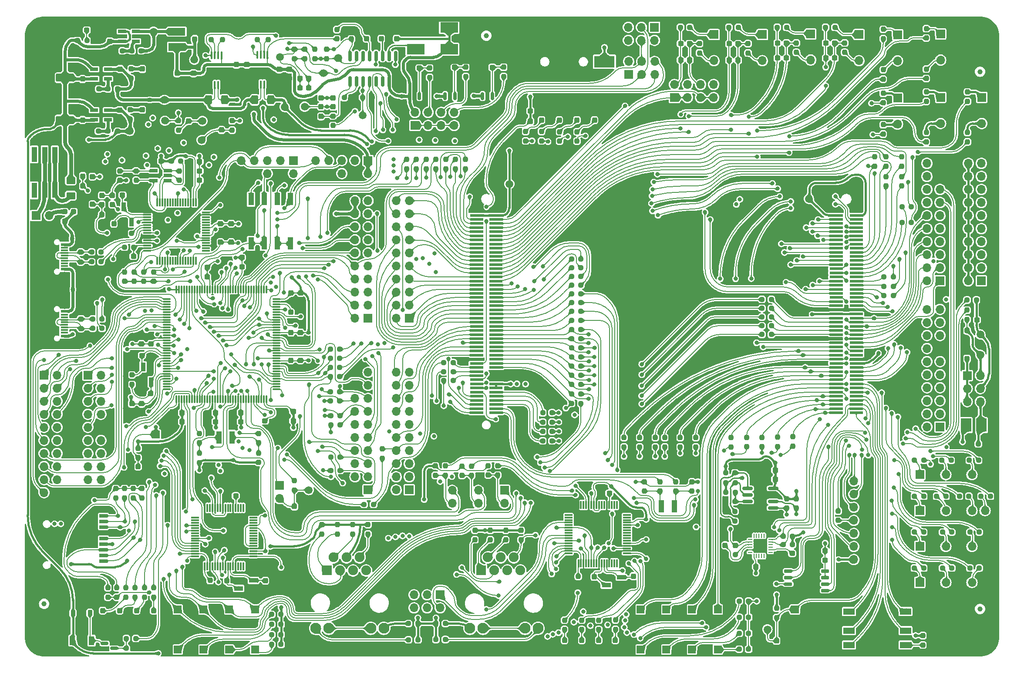
<source format=gbr>
%TF.GenerationSoftware,KiCad,Pcbnew,7.0.1*%
%TF.CreationDate,2023-05-17T15:07:37+08:00*%
%TF.ProjectId,PSVB_EvalBoard,50535642-5f45-4766-916c-426f6172642e,rev?*%
%TF.SameCoordinates,Original*%
%TF.FileFunction,Copper,L1,Top*%
%TF.FilePolarity,Positive*%
%FSLAX46Y46*%
G04 Gerber Fmt 4.6, Leading zero omitted, Abs format (unit mm)*
G04 Created by KiCad (PCBNEW 7.0.1) date 2023-05-17 15:07:37*
%MOMM*%
%LPD*%
G01*
G04 APERTURE LIST*
G04 Aperture macros list*
%AMRoundRect*
0 Rectangle with rounded corners*
0 $1 Rounding radius*
0 $2 $3 $4 $5 $6 $7 $8 $9 X,Y pos of 4 corners*
0 Add a 4 corners polygon primitive as box body*
4,1,4,$2,$3,$4,$5,$6,$7,$8,$9,$2,$3,0*
0 Add four circle primitives for the rounded corners*
1,1,$1+$1,$2,$3*
1,1,$1+$1,$4,$5*
1,1,$1+$1,$6,$7*
1,1,$1+$1,$8,$9*
0 Add four rect primitives between the rounded corners*
20,1,$1+$1,$2,$3,$4,$5,0*
20,1,$1+$1,$4,$5,$6,$7,0*
20,1,$1+$1,$6,$7,$8,$9,0*
20,1,$1+$1,$8,$9,$2,$3,0*%
G04 Aperture macros list end*
%TA.AperFunction,SMDPad,CuDef*%
%ADD10RoundRect,0.150000X0.150000X-0.587500X0.150000X0.587500X-0.150000X0.587500X-0.150000X-0.587500X0*%
%TD*%
%TA.AperFunction,SMDPad,CuDef*%
%ADD11RoundRect,0.237500X0.237500X-0.300000X0.237500X0.300000X-0.237500X0.300000X-0.237500X-0.300000X0*%
%TD*%
%TA.AperFunction,SMDPad,CuDef*%
%ADD12RoundRect,0.237500X0.300000X0.237500X-0.300000X0.237500X-0.300000X-0.237500X0.300000X-0.237500X0*%
%TD*%
%TA.AperFunction,SMDPad,CuDef*%
%ADD13RoundRect,0.237500X0.237500X-0.250000X0.237500X0.250000X-0.237500X0.250000X-0.237500X-0.250000X0*%
%TD*%
%TA.AperFunction,SMDPad,CuDef*%
%ADD14RoundRect,0.237500X0.237500X-0.287500X0.237500X0.287500X-0.237500X0.287500X-0.237500X-0.287500X0*%
%TD*%
%TA.AperFunction,ComponentPad*%
%ADD15R,1.700000X1.700000*%
%TD*%
%TA.AperFunction,ComponentPad*%
%ADD16O,1.700000X1.700000*%
%TD*%
%TA.AperFunction,SMDPad,CuDef*%
%ADD17RoundRect,0.237500X-0.237500X0.250000X-0.237500X-0.250000X0.237500X-0.250000X0.237500X0.250000X0*%
%TD*%
%TA.AperFunction,SMDPad,CuDef*%
%ADD18RoundRect,0.237500X-0.300000X-0.237500X0.300000X-0.237500X0.300000X0.237500X-0.300000X0.237500X0*%
%TD*%
%TA.AperFunction,SMDPad,CuDef*%
%ADD19C,1.000000*%
%TD*%
%TA.AperFunction,SMDPad,CuDef*%
%ADD20RoundRect,0.237500X-0.237500X0.300000X-0.237500X-0.300000X0.237500X-0.300000X0.237500X0.300000X0*%
%TD*%
%TA.AperFunction,SMDPad,CuDef*%
%ADD21C,1.500000*%
%TD*%
%TA.AperFunction,SMDPad,CuDef*%
%ADD22RoundRect,0.250000X-0.250000X0.250000X-0.250000X-0.250000X0.250000X-0.250000X0.250000X0.250000X0*%
%TD*%
%TA.AperFunction,SMDPad,CuDef*%
%ADD23RoundRect,0.237500X-0.250000X-0.237500X0.250000X-0.237500X0.250000X0.237500X-0.250000X0.237500X0*%
%TD*%
%TA.AperFunction,SMDPad,CuDef*%
%ADD24RoundRect,0.237500X-0.237500X0.287500X-0.237500X-0.287500X0.237500X-0.287500X0.237500X0.287500X0*%
%TD*%
%TA.AperFunction,SMDPad,CuDef*%
%ADD25RoundRect,0.237500X0.250000X0.237500X-0.250000X0.237500X-0.250000X-0.237500X0.250000X-0.237500X0*%
%TD*%
%TA.AperFunction,SMDPad,CuDef*%
%ADD26R,1.500000X1.500000*%
%TD*%
%TA.AperFunction,SMDPad,CuDef*%
%ADD27RoundRect,0.150000X-0.150000X0.825000X-0.150000X-0.825000X0.150000X-0.825000X0.150000X0.825000X0*%
%TD*%
%TA.AperFunction,SMDPad,CuDef*%
%ADD28R,1.120000X2.440000*%
%TD*%
%TA.AperFunction,SMDPad,CuDef*%
%ADD29RoundRect,0.250000X1.500000X0.550000X-1.500000X0.550000X-1.500000X-0.550000X1.500000X-0.550000X0*%
%TD*%
%TA.AperFunction,ComponentPad*%
%ADD30C,5.000000*%
%TD*%
%TA.AperFunction,SMDPad,CuDef*%
%ADD31R,1.000000X3.000000*%
%TD*%
%TA.AperFunction,SMDPad,CuDef*%
%ADD32R,2.200000X1.300000*%
%TD*%
%TA.AperFunction,SMDPad,CuDef*%
%ADD33R,2.600000X0.500000*%
%TD*%
%TA.AperFunction,SMDPad,CuDef*%
%ADD34R,0.900000X1.750000*%
%TD*%
%TA.AperFunction,SMDPad,CuDef*%
%ADD35RoundRect,0.150000X0.587500X0.150000X-0.587500X0.150000X-0.587500X-0.150000X0.587500X-0.150000X0*%
%TD*%
%TA.AperFunction,SMDPad,CuDef*%
%ADD36R,1.450000X0.600000*%
%TD*%
%TA.AperFunction,SMDPad,CuDef*%
%ADD37R,1.450000X0.300000*%
%TD*%
%TA.AperFunction,ComponentPad*%
%ADD38O,2.200000X1.100000*%
%TD*%
%TA.AperFunction,ComponentPad*%
%ADD39O,1.600000X1.100000*%
%TD*%
%TA.AperFunction,SMDPad,CuDef*%
%ADD40R,1.560000X0.650000*%
%TD*%
%TA.AperFunction,ComponentPad*%
%ADD41R,1.900000X1.900000*%
%TD*%
%TA.AperFunction,ComponentPad*%
%ADD42C,1.900000*%
%TD*%
%TA.AperFunction,ComponentPad*%
%ADD43C,2.100000*%
%TD*%
%TA.AperFunction,ComponentPad*%
%ADD44C,2.600000*%
%TD*%
%TA.AperFunction,SMDPad,CuDef*%
%ADD45RoundRect,0.250000X0.250000X-0.250000X0.250000X0.250000X-0.250000X0.250000X-0.250000X-0.250000X0*%
%TD*%
%TA.AperFunction,SMDPad,CuDef*%
%ADD46R,3.500000X2.000000*%
%TD*%
%TA.AperFunction,SMDPad,CuDef*%
%ADD47RoundRect,0.237500X0.287500X0.237500X-0.287500X0.237500X-0.287500X-0.237500X0.287500X-0.237500X0*%
%TD*%
%TA.AperFunction,SMDPad,CuDef*%
%ADD48R,1.750000X0.900000*%
%TD*%
%TA.AperFunction,SMDPad,CuDef*%
%ADD49R,4.000000X2.300000*%
%TD*%
%TA.AperFunction,SMDPad,CuDef*%
%ADD50RoundRect,0.062500X-0.062500X0.337500X-0.062500X-0.337500X0.062500X-0.337500X0.062500X0.337500X0*%
%TD*%
%TA.AperFunction,SMDPad,CuDef*%
%ADD51RoundRect,0.062500X-0.337500X0.062500X-0.337500X-0.062500X0.337500X-0.062500X0.337500X0.062500X0*%
%TD*%
%TA.AperFunction,SMDPad,CuDef*%
%ADD52R,2.600000X2.700000*%
%TD*%
%TA.AperFunction,SMDPad,CuDef*%
%ADD53RoundRect,0.075000X0.075000X-0.700000X0.075000X0.700000X-0.075000X0.700000X-0.075000X-0.700000X0*%
%TD*%
%TA.AperFunction,SMDPad,CuDef*%
%ADD54RoundRect,0.075000X0.700000X-0.075000X0.700000X0.075000X-0.700000X0.075000X-0.700000X-0.075000X0*%
%TD*%
%TA.AperFunction,SMDPad,CuDef*%
%ADD55RoundRect,0.100000X0.100000X-0.637500X0.100000X0.637500X-0.100000X0.637500X-0.100000X-0.637500X0*%
%TD*%
%TA.AperFunction,SMDPad,CuDef*%
%ADD56RoundRect,0.250000X-0.400000X-0.625000X0.400000X-0.625000X0.400000X0.625000X-0.400000X0.625000X0*%
%TD*%
%TA.AperFunction,SMDPad,CuDef*%
%ADD57RoundRect,0.250001X-0.624999X0.462499X-0.624999X-0.462499X0.624999X-0.462499X0.624999X0.462499X0*%
%TD*%
%TA.AperFunction,SMDPad,CuDef*%
%ADD58RoundRect,0.150000X-0.825000X-0.150000X0.825000X-0.150000X0.825000X0.150000X-0.825000X0.150000X0*%
%TD*%
%TA.AperFunction,SMDPad,CuDef*%
%ADD59RoundRect,0.075000X-0.700000X-0.075000X0.700000X-0.075000X0.700000X0.075000X-0.700000X0.075000X0*%
%TD*%
%TA.AperFunction,SMDPad,CuDef*%
%ADD60RoundRect,0.075000X-0.075000X-0.700000X0.075000X-0.700000X0.075000X0.700000X-0.075000X0.700000X0*%
%TD*%
%TA.AperFunction,SMDPad,CuDef*%
%ADD61RoundRect,0.225000X-0.225000X-0.375000X0.225000X-0.375000X0.225000X0.375000X-0.225000X0.375000X0*%
%TD*%
%TA.AperFunction,SMDPad,CuDef*%
%ADD62RoundRect,0.150000X-0.650000X-0.150000X0.650000X-0.150000X0.650000X0.150000X-0.650000X0.150000X0*%
%TD*%
%TA.AperFunction,SMDPad,CuDef*%
%ADD63RoundRect,0.237500X-0.287500X-0.237500X0.287500X-0.237500X0.287500X0.237500X-0.287500X0.237500X0*%
%TD*%
%TA.AperFunction,SMDPad,CuDef*%
%ADD64R,2.000000X2.600000*%
%TD*%
%TA.AperFunction,SMDPad,CuDef*%
%ADD65R,1.100000X1.800000*%
%TD*%
%TA.AperFunction,SMDPad,CuDef*%
%ADD66R,1.600000X0.700000*%
%TD*%
%TA.AperFunction,SMDPad,CuDef*%
%ADD67R,1.500000X1.200000*%
%TD*%
%TA.AperFunction,SMDPad,CuDef*%
%ADD68R,2.200000X1.200000*%
%TD*%
%TA.AperFunction,SMDPad,CuDef*%
%ADD69R,1.500000X1.600000*%
%TD*%
%TA.AperFunction,SMDPad,CuDef*%
%ADD70R,3.320000X1.500000*%
%TD*%
%TA.AperFunction,SMDPad,CuDef*%
%ADD71RoundRect,0.075000X-0.662500X-0.075000X0.662500X-0.075000X0.662500X0.075000X-0.662500X0.075000X0*%
%TD*%
%TA.AperFunction,SMDPad,CuDef*%
%ADD72RoundRect,0.075000X-0.075000X-0.662500X0.075000X-0.662500X0.075000X0.662500X-0.075000X0.662500X0*%
%TD*%
%TA.AperFunction,ViaPad*%
%ADD73C,0.800000*%
%TD*%
%TA.AperFunction,Conductor*%
%ADD74C,0.400000*%
%TD*%
%TA.AperFunction,Conductor*%
%ADD75C,0.600000*%
%TD*%
%TA.AperFunction,Conductor*%
%ADD76C,0.177800*%
%TD*%
%TA.AperFunction,Conductor*%
%ADD77C,0.250000*%
%TD*%
%TA.AperFunction,Conductor*%
%ADD78C,0.200000*%
%TD*%
%TA.AperFunction,Conductor*%
%ADD79C,0.800000*%
%TD*%
G04 APERTURE END LIST*
D10*
%TO.P,U7,1,IN*%
%TO.N,+3.3VA*%
X125084800Y-45743100D03*
%TO.P,U7,2,OUT*%
%TO.N,Net-(U7-OUT)*%
X126984800Y-45743100D03*
%TO.P,U7,3,GND*%
%TO.N,VSS*%
X126034800Y-43868100D03*
%TD*%
D11*
%TO.P,C17,1*%
%TO.N,/TM7707_RST*%
X116713000Y-34578400D03*
%TO.P,C17,2*%
%TO.N,VSS*%
X116713000Y-32853400D03*
%TD*%
D12*
%TO.P,C62,1*%
%TO.N,+3V3*%
X80821700Y-109067600D03*
%TO.P,C62,2*%
%TO.N,VSS*%
X79096700Y-109067600D03*
%TD*%
D13*
%TO.P,R102,1*%
%TO.N,/MCPWM_CH2*%
X225552000Y-34450500D03*
%TO.P,R102,2*%
%TO.N,Net-(J15-Pad1)*%
X225552000Y-32625500D03*
%TD*%
D11*
%TO.P,C15,1*%
%TO.N,+3.3VA*%
X122555000Y-34579500D03*
%TO.P,C15,2*%
%TO.N,VSS*%
X122555000Y-32854500D03*
%TD*%
D14*
%TO.P,L4,1,1*%
%TO.N,Net-(U10-VPLL)*%
X65227200Y-66813400D03*
%TO.P,L4,2,2*%
%TO.N,+3V3*%
X65227200Y-65063400D03*
%TD*%
%TO.P,LED12,1,K*%
%TO.N,VSS*%
X75285600Y-147585400D03*
%TO.P,LED12,2,A*%
%TO.N,Net-(LED12-A)*%
X75285600Y-145835400D03*
%TD*%
D15*
%TO.P,J9,1,1*%
%TO.N,/BTB_PG0*%
X125000000Y-122326400D03*
D16*
%TO.P,J9,2,2*%
%TO.N,/BTB_PG1*%
X122460000Y-122326400D03*
%TO.P,J9,3,3*%
%TO.N,/BTB_PG3*%
X125000000Y-119786400D03*
%TO.P,J9,4,4*%
%TO.N,/BTB_PG2*%
X122460000Y-119786400D03*
%TO.P,J9,5,5*%
%TO.N,/BTB_PG4*%
X125000000Y-117246400D03*
%TO.P,J9,6,6*%
%TO.N,/BTB_PB0*%
X122460000Y-117246400D03*
%TO.P,J9,7,7*%
%TO.N,/BTB_PG5*%
X125000000Y-114706400D03*
%TO.P,J9,8,8*%
%TO.N,/BTB_PB1*%
X122460000Y-114706400D03*
%TO.P,J9,9,9*%
%TO.N,/BTB_PE7*%
X125000000Y-112166400D03*
%TO.P,J9,10,10*%
%TO.N,/BTB_PB2*%
X122460000Y-112166400D03*
%TO.P,J9,11,11*%
%TO.N,/BTB_PE8*%
X125000000Y-109626400D03*
%TO.P,J9,12,12*%
%TO.N,/BTB_PG6*%
X122460000Y-109626400D03*
%TO.P,J9,13,13*%
%TO.N,/EXP_PIN3*%
X125000000Y-107086400D03*
%TO.P,J9,14,14*%
%TO.N,/AKINA_ETH_SCS*%
X122460000Y-107086400D03*
%TO.P,J9,15,15*%
%TO.N,/EXP_PIN4*%
X125000000Y-104546400D03*
%TO.P,J9,16,16*%
%TO.N,/AKINA_ETH_SCK*%
X122460000Y-104546400D03*
%TO.P,J9,17,17*%
%TO.N,/EXP_PIN5*%
X125000000Y-102006400D03*
%TO.P,J9,18,18*%
%TO.N,/AKINA_ETH_SDI*%
X122460000Y-102006400D03*
%TO.P,J9,19,19*%
%TO.N,/EXP_PIN6*%
X125000000Y-99466400D03*
%TO.P,J9,20,20*%
%TO.N,/AKINA_ETH_SDO*%
X122460000Y-99466400D03*
%TD*%
D17*
%TO.P,R72,1*%
%TO.N,+3V3*%
X198374000Y-124055500D03*
%TO.P,R72,2*%
%TO.N,/AKINA_I2C1_SDA*%
X198374000Y-125880500D03*
%TD*%
D18*
%TO.P,C28,1*%
%TO.N,/USB_PWR_IN*%
X58014700Y-70104000D03*
%TO.P,C28,2*%
%TO.N,VSS*%
X59739700Y-70104000D03*
%TD*%
D14*
%TO.P,LED11,1,K*%
%TO.N,VSS*%
X71983600Y-147585400D03*
%TO.P,LED11,2,A*%
%TO.N,Net-(LED11-A)*%
X71983600Y-145835400D03*
%TD*%
D19*
%TO.P,MARK1,*%
%TO.N,*%
X54000000Y-144500000D03*
%TD*%
D20*
%TO.P,C21,1*%
%TO.N,/AIN1+*%
X110185200Y-46076700D03*
%TO.P,C21,2*%
%TO.N,/AIN1-*%
X110185200Y-47801700D03*
%TD*%
D11*
%TO.P,C7,1*%
%TO.N,+5V*%
X66751200Y-35101700D03*
%TO.P,C7,2*%
%TO.N,VSS*%
X66751200Y-33376700D03*
%TD*%
D12*
%TO.P,C93,1*%
%TO.N,/AKINA_OPAMP3_IN*%
X198347500Y-35433000D03*
%TO.P,C93,2*%
%TO.N,/AKINA_OPAMP3_IP*%
X196622500Y-35433000D03*
%TD*%
%TO.P,C52,1*%
%TO.N,+3V3*%
X92251700Y-107289600D03*
%TO.P,C52,2*%
%TO.N,VSS*%
X90526700Y-107289600D03*
%TD*%
D13*
%TO.P,R186,1*%
%TO.N,/BTB_PD6*%
X134010400Y-59891300D03*
%TO.P,R186,2*%
%TO.N,/PD6*%
X134010400Y-58066300D03*
%TD*%
D11*
%TO.P,C77,1*%
%TO.N,VSS*%
X97028000Y-141730900D03*
%TO.P,C77,2*%
%TO.N,Net-(U14-XO)*%
X97028000Y-140005900D03*
%TD*%
D21*
%TO.P,TP13,1,1*%
%TO.N,VSS*%
X77470000Y-54406800D03*
%TD*%
D17*
%TO.P,R84,1*%
%TO.N,/AKINA_LED5*%
X161848800Y-147677500D03*
%TO.P,R84,2*%
%TO.N,Net-(LED3-A)*%
X161848800Y-149502500D03*
%TD*%
D22*
%TO.P,ESD4,1,A1*%
%TO.N,Net-(ESD4-A1)*%
X61163200Y-90952000D03*
%TO.P,ESD4,2,A2*%
%TO.N,VSS*%
X61163200Y-93452000D03*
%TD*%
D14*
%TO.P,3V3_PWR,1,K*%
%TO.N,VSS*%
X73101200Y-42226200D03*
%TO.P,3V3_PWR,2,A*%
%TO.N,Net-(3V3_PWR1-A)*%
X73101200Y-40476200D03*
%TD*%
D23*
%TO.P,R6,1*%
%TO.N,Net-(U2-BP{slash}FB)*%
X66446400Y-52578000D03*
%TO.P,R6,2*%
%TO.N,+1V8*%
X68271400Y-52578000D03*
%TD*%
%TO.P,R224,1*%
%TO.N,/BTB_PG3*%
X156567500Y-100025200D03*
%TO.P,R224,2*%
%TO.N,/PG3*%
X158392500Y-100025200D03*
%TD*%
D18*
%TO.P,C36,1*%
%TO.N,Net-(U10-OSCI)*%
X69241500Y-64996400D03*
%TO.P,C36,2*%
%TO.N,VSS*%
X70966500Y-64996400D03*
%TD*%
D20*
%TO.P,C23,1*%
%TO.N,+3.3VA*%
X101701600Y-40539500D03*
%TO.P,C23,2*%
%TO.N,VSS*%
X101701600Y-42264500D03*
%TD*%
D12*
%TO.P,C91,1*%
%TO.N,/AKINA_OPAMP2_IN*%
X188949500Y-35560000D03*
%TO.P,C91,2*%
%TO.N,/AKINA_OPAMP2_IP*%
X187224500Y-35560000D03*
%TD*%
D24*
%TO.P,LED8,1,K*%
%TO.N,VSS*%
X150723600Y-48655000D03*
%TO.P,LED8,2,A*%
%TO.N,Net-(LED8-A)*%
X150723600Y-50405000D03*
%TD*%
D25*
%TO.P,R203,1*%
%TO.N,/BTB_PB0*%
X118055400Y-125171200D03*
%TO.P,R203,2*%
%TO.N,/PB0*%
X116230400Y-125171200D03*
%TD*%
D26*
%TO.P,KEY6,1,1*%
%TO.N,/PA0*%
X80000000Y-145600000D03*
%TO.P,KEY6,2,2*%
%TO.N,Net-(KEY6-Pad2)*%
X80000000Y-153400000D03*
%TD*%
D21*
%TO.P,TP21,1,1*%
%TO.N,VSS*%
X199999600Y-87325200D03*
%TD*%
D15*
%TO.P,AKINA_JTAG1,1,1*%
%TO.N,+3V3*%
X116987400Y-58262600D03*
D16*
%TO.P,AKINA_JTAG1,2,2*%
X116987400Y-60802600D03*
%TO.P,AKINA_JTAG1,3,3*%
%TO.N,/AD4*%
X114447400Y-58262600D03*
%TO.P,AKINA_JTAG1,4,4*%
%TO.N,VSS*%
X114447400Y-60802600D03*
%TO.P,AKINA_JTAG1,5,5*%
%TO.N,/AD1*%
X111907400Y-58262600D03*
%TO.P,AKINA_JTAG1,6,6*%
%TO.N,/AKINA_JTDO*%
X111907400Y-60802600D03*
%TO.P,AKINA_JTAG1,7,7*%
%TO.N,/AD3*%
X109367400Y-58262600D03*
%TO.P,AKINA_JTAG1,8,8*%
%TO.N,VSS*%
X109367400Y-60802600D03*
%TO.P,AKINA_JTAG1,9,9*%
%TO.N,/AD0*%
X106827400Y-58262600D03*
%TO.P,AKINA_JTAG1,10,10*%
%TO.N,VSS*%
X106827400Y-60802600D03*
%TD*%
D21*
%TO.P,TP18,1,1*%
%TO.N,/DUT_+3.3V_1*%
X144475200Y-62839600D03*
%TD*%
D27*
%TO.P,U6,1,SCLK*%
%TO.N,/STM32_SPI6_SCK*%
X122351800Y-37961800D03*
%TO.P,U6,2,MCLK_IN*%
%TO.N,Net-(U6-MCLK_IN)*%
X121081800Y-37961800D03*
%TO.P,U6,3,MCLK_OUT*%
%TO.N,Net-(U6-MCLK_OUT)*%
X119811800Y-37961800D03*
%TO.P,U6,4,~{CS}*%
%TO.N,/STM32_SPI6_NSS*%
X118541800Y-37961800D03*
%TO.P,U6,5,~{RESET}*%
%TO.N,/TM7707_RST*%
X117271800Y-37961800D03*
%TO.P,U6,6,AIN2(+)*%
%TO.N,/AIN2+*%
X116001800Y-37961800D03*
%TO.P,U6,7,AIN1(+)*%
%TO.N,/AIN1+*%
X114731800Y-37961800D03*
%TO.P,U6,8,AIN1(-)*%
%TO.N,/AIN1-*%
X113461800Y-37961800D03*
%TO.P,U6,9,REF_IN(+)*%
%TO.N,Net-(U6-REF_IN(+))*%
X113461800Y-42911800D03*
%TO.P,U6,10,REF_IN(-)*%
%TO.N,Net-(U6-REF_IN(-))*%
X114731800Y-42911800D03*
%TO.P,U6,11,AIN2(-)*%
%TO.N,/AIN2-*%
X116001800Y-42911800D03*
%TO.P,U6,12,~{DRDY}*%
%TO.N,/PG7*%
X117271800Y-42911800D03*
%TO.P,U6,13,DOUT*%
%TO.N,/STM32_SPI6_MISO*%
X118541800Y-42911800D03*
%TO.P,U6,14,DIN*%
%TO.N,/STM32_SPI6_MOSI*%
X119811800Y-42911800D03*
%TO.P,U6,15,VDD*%
%TO.N,+3.3VA*%
X121081800Y-42911800D03*
%TO.P,U6,16,GND*%
%TO.N,VSS*%
X122351800Y-42911800D03*
%TD*%
D23*
%TO.P,R28,1*%
%TO.N,Net-(ESD1-A1)*%
X63247900Y-76047600D03*
%TO.P,R28,2*%
%TO.N,Net-(U10-DM)*%
X65072900Y-76047600D03*
%TD*%
D12*
%TO.P,C80,1*%
%TO.N,+3V3*%
X196188500Y-118491000D03*
%TO.P,C80,2*%
%TO.N,VSS*%
X194463500Y-118491000D03*
%TD*%
D13*
%TO.P,R105,1*%
%TO.N,/MCPWM_CH3N*%
X225552000Y-54643500D03*
%TO.P,R105,2*%
%TO.N,Net-(J16-Pad3)*%
X225552000Y-52818500D03*
%TD*%
D20*
%TO.P,C69,1*%
%TO.N,+3V3*%
X71069200Y-105563500D03*
%TO.P,C69,2*%
%TO.N,VSS*%
X71069200Y-107288500D03*
%TD*%
%TO.P,C57,1*%
%TO.N,+3V3*%
X72948800Y-105562400D03*
%TO.P,C57,2*%
%TO.N,VSS*%
X72948800Y-107287400D03*
%TD*%
D17*
%TO.P,R40,1*%
%TO.N,+3V3*%
X72288400Y-114251100D03*
%TO.P,R40,2*%
%TO.N,Net-(U12-NRST)*%
X72288400Y-116076100D03*
%TD*%
D23*
%TO.P,R195,1*%
%TO.N,/BTB_PD15*%
X109679100Y-103276400D03*
%TO.P,R195,2*%
%TO.N,/PD15*%
X111504100Y-103276400D03*
%TD*%
%TO.P,R194,1*%
%TO.N,/BTB_PD14*%
X109729900Y-107899200D03*
%TO.P,R194,2*%
%TO.N,/PD14*%
X111554900Y-107899200D03*
%TD*%
D24*
%TO.P,LED5,1,K*%
%TO.N,VSS*%
X161036000Y-48655000D03*
%TO.P,LED5,2,A*%
%TO.N,Net-(LED5-A)*%
X161036000Y-50405000D03*
%TD*%
D11*
%TO.P,C97,1*%
%TO.N,VSS*%
X233476800Y-93065600D03*
%TO.P,C97,2*%
%TO.N,/TP24*%
X233476800Y-91340600D03*
%TD*%
D23*
%TO.P,R220,1*%
%TO.N,/BTB_PE1*%
X156567500Y-80822800D03*
%TO.P,R220,2*%
%TO.N,/PE1*%
X158392500Y-80822800D03*
%TD*%
D18*
%TO.P,C83,1*%
%TO.N,VSS*%
X197761500Y-134677000D03*
%TO.P,C83,2*%
%TO.N,Net-(U16-CPOUT)*%
X199486500Y-134677000D03*
%TD*%
D17*
%TO.P,R137,1*%
%TO.N,/PB6*%
X75285600Y-141376400D03*
%TO.P,R137,2*%
%TO.N,Net-(LED12-A)*%
X75285600Y-143201400D03*
%TD*%
%TO.P,R49,1*%
%TO.N,+3V3*%
X146764000Y-130200400D03*
%TO.P,R49,2*%
%TO.N,/ETH1_RXN*%
X146764000Y-132025400D03*
%TD*%
%TO.P,R56,1*%
%TO.N,+3V3*%
X117000000Y-129087500D03*
%TO.P,R56,2*%
%TO.N,/ETH2_RXN*%
X117000000Y-130912500D03*
%TD*%
D23*
%TO.P,R196,1*%
%TO.N,/BTB_PC6*%
X109729900Y-109728000D03*
%TO.P,R196,2*%
%TO.N,/PC6*%
X111554900Y-109728000D03*
%TD*%
D13*
%TO.P,R36,1*%
%TO.N,+3V3*%
X69642200Y-81784200D03*
%TO.P,R36,2*%
%TO.N,/AD0*%
X69642200Y-79959200D03*
%TD*%
D18*
%TO.P,C68,1*%
%TO.N,+3V3*%
X85700700Y-79044800D03*
%TO.P,C68,2*%
%TO.N,VSS*%
X87425700Y-79044800D03*
%TD*%
%TO.P,C67,1*%
%TO.N,+3V3*%
X92456000Y-77114400D03*
%TO.P,C67,2*%
%TO.N,VSS*%
X94181000Y-77114400D03*
%TD*%
D11*
%TO.P,C3,1*%
%TO.N,+5V*%
X61468000Y-42416900D03*
%TO.P,C3,2*%
%TO.N,VSS*%
X61468000Y-40691900D03*
%TD*%
D25*
%TO.P,R151,1*%
%TO.N,/PF2*%
X219149300Y-80924400D03*
%TO.P,R151,2*%
%TO.N,/BTB_PF2*%
X217324300Y-80924400D03*
%TD*%
D23*
%TO.P,R214,1*%
%TO.N,/BTB_PE8*%
X156567500Y-91135200D03*
%TO.P,R214,2*%
%TO.N,/PE8*%
X158392500Y-91135200D03*
%TD*%
%TO.P,R66,1*%
%TO.N,+3V3*%
X186563000Y-120925790D03*
%TO.P,R66,2*%
%TO.N,Net-(U15-A1)*%
X188388000Y-120925790D03*
%TD*%
D13*
%TO.P,R147,1*%
%TO.N,/PE3*%
X196596000Y-113891700D03*
%TO.P,R147,2*%
%TO.N,/BTB_PE3*%
X196596000Y-112066700D03*
%TD*%
%TO.P,R64,1*%
%TO.N,Net-(BOOT_MODE2-Pad2)*%
X173786800Y-122578500D03*
%TO.P,R64,2*%
%TO.N,/AKINA_BOOT0*%
X173786800Y-120753500D03*
%TD*%
D28*
%TO.P,BOOT_MODE1,1,1*%
%TO.N,Net-(BOOT_MODE1-Pad1)*%
X90525600Y-112128600D03*
%TO.P,BOOT_MODE1,2,2*%
%TO.N,Net-(BOOT_MODE1-Pad2)*%
X87985600Y-112128600D03*
%TO.P,BOOT_MODE1,3,3*%
%TO.N,VSS*%
X87985600Y-120738600D03*
%TO.P,BOOT_MODE1,4,4*%
X90525600Y-120738600D03*
%TD*%
D17*
%TO.P,R156,1*%
%TO.N,/PF7*%
X217678000Y-61419100D03*
%TO.P,R156,2*%
%TO.N,/BTB_PF7*%
X217678000Y-63244100D03*
%TD*%
%TO.P,R32,1*%
%TO.N,Net-(U11-DO)*%
X71882000Y-60301500D03*
%TO.P,R32,2*%
%TO.N,Net-(U10-EEDATA)*%
X71882000Y-62126500D03*
%TD*%
D29*
%TO.P,C2,1*%
%TO.N,+5V*%
X58072000Y-42164000D03*
%TO.P,C2,2*%
%TO.N,VSS*%
X52672000Y-42164000D03*
%TD*%
D30*
%TO.P,T1,1,1*%
%TO.N,VSS*%
X54000000Y-34000000D03*
%TD*%
D17*
%TO.P,R199,1*%
%TO.N,/PD3*%
X66395600Y-141378300D03*
%TO.P,R199,2*%
%TO.N,+3V3*%
X66395600Y-143203300D03*
%TD*%
D23*
%TO.P,R197,1*%
%TO.N,/BTB_PC7*%
X109679100Y-105003600D03*
%TO.P,R197,2*%
%TO.N,/PC7*%
X111504100Y-105003600D03*
%TD*%
D12*
%TO.P,C71,1*%
%TO.N,VSS*%
X98652500Y-108915200D03*
%TO.P,C71,2*%
%TO.N,Net-(U12-VCAP_1)*%
X96927500Y-108915200D03*
%TD*%
D25*
%TO.P,R121,1*%
%TO.N,/AKINA_CMP2_IP5*%
X230528500Y-137541000D03*
%TO.P,R121,2*%
%TO.N,/CMP2_IP5*%
X228703500Y-137541000D03*
%TD*%
D12*
%TO.P,C63,1*%
%TO.N,+3V3*%
X92251700Y-109067600D03*
%TO.P,C63,2*%
%TO.N,VSS*%
X90526700Y-109067600D03*
%TD*%
D18*
%TO.P,C26,1*%
%TO.N,VSS*%
X132131900Y-40132000D03*
%TO.P,C26,2*%
%TO.N,Net-(U8-OUT)*%
X133856900Y-40132000D03*
%TD*%
D15*
%TO.P,J22,1,1*%
%TO.N,/CMP2_IP1*%
X224282000Y-133350000D03*
D16*
%TO.P,J22,2,2*%
%TO.N,VSS*%
X226822000Y-133350000D03*
%TO.P,J22,3,3*%
%TO.N,/CMP2_IP2*%
X229362000Y-133350000D03*
%TO.P,J22,4,4*%
%TO.N,VSS*%
X231902000Y-133350000D03*
%TO.P,J22,5,5*%
%TO.N,/CMP2_IP3*%
X234442000Y-133350000D03*
%TO.P,J22,6,6*%
%TO.N,VSS*%
X236982000Y-133350000D03*
%TD*%
D26*
%TO.P,KEY7,1,1*%
%TO.N,/PA1*%
X85000000Y-145600000D03*
%TO.P,KEY7,2,2*%
%TO.N,Net-(KEY7-Pad2)*%
X85000000Y-153400000D03*
%TD*%
D23*
%TO.P,R219,1*%
%TO.N,/BTB_PE0*%
X156567500Y-82499200D03*
%TO.P,R219,2*%
%TO.N,/PE0*%
X158392500Y-82499200D03*
%TD*%
D11*
%TO.P,C30,1*%
%TO.N,Net-(U10-VPHY)*%
X61518800Y-61314500D03*
%TO.P,C30,2*%
%TO.N,VSS*%
X61518800Y-59589500D03*
%TD*%
D25*
%TO.P,R74,1*%
%TO.N,+3V3*%
X199536500Y-133000600D03*
%TO.P,R74,2*%
%TO.N,/AKINA_I2C2_SCL*%
X197711500Y-133000600D03*
%TD*%
D14*
%TO.P,LED2,1,K*%
%TO.N,VSS*%
X158546800Y-153327700D03*
%TO.P,LED2,2,A*%
%TO.N,Net-(LED2-A)*%
X158546800Y-151577700D03*
%TD*%
D13*
%TO.P,R94,1*%
%TO.N,Net-(J11-Pad6)*%
X137134600Y-119532400D03*
%TO.P,R94,2*%
%TO.N,/AKINA_HALL_CH2*%
X137134600Y-117707400D03*
%TD*%
D15*
%TO.P,J13,1,1*%
%TO.N,Net-(C99-Pad2)*%
X233522600Y-100091000D03*
D16*
%TO.P,J13,2,2*%
%TO.N,/TP24*%
X236062600Y-100091000D03*
%TO.P,J13,3,3*%
%TO.N,Net-(C99-Pad2)*%
X233522600Y-102631000D03*
%TO.P,J13,4,4*%
%TO.N,/TP25*%
X236062600Y-102631000D03*
%TO.P,J13,5,5*%
%TO.N,Net-(C99-Pad2)*%
X233522600Y-105171000D03*
%TO.P,J13,6,6*%
%TO.N,Net-(J13-Pad6)*%
X236062600Y-105171000D03*
%TD*%
D31*
%TO.P,POWER1,1,1*%
%TO.N,unconnected-(POWER1-Pad1)*%
X52102000Y-64079000D03*
%TO.P,POWER1,2,2*%
%TO.N,/VBUS*%
X54102000Y-64079000D03*
%TO.P,POWER1,3,3*%
%TO.N,Net-(F1-Pad2)*%
X56102000Y-64079000D03*
%TO.P,POWER1,4,4*%
%TO.N,unconnected-(POWER1-Pad4)*%
X52102000Y-57079000D03*
%TO.P,POWER1,5,5*%
%TO.N,/VBUS*%
X54102000Y-57079000D03*
%TO.P,POWER1,6,6*%
%TO.N,Net-(F1-Pad2)*%
X56102000Y-57079000D03*
%TD*%
D20*
%TO.P,C31,1*%
%TO.N,Net-(U10-VPLL)*%
X65227200Y-68835100D03*
%TO.P,C31,2*%
%TO.N,VSS*%
X65227200Y-70560100D03*
%TD*%
D25*
%TO.P,R169,1*%
%TO.N,/BTB_PF15*%
X195423800Y-85293200D03*
%TO.P,R169,2*%
%TO.N,/PF15*%
X193598800Y-85293200D03*
%TD*%
D23*
%TO.P,R7,1*%
%TO.N,VSS*%
X62739900Y-52578000D03*
%TO.P,R7,2*%
%TO.N,Net-(U2-BP{slash}FB)*%
X64564900Y-52578000D03*
%TD*%
D25*
%TO.P,R178,1*%
%TO.N,/BTB_PG10*%
X133549400Y-99364800D03*
%TO.P,R178,2*%
%TO.N,/PG10*%
X131724400Y-99364800D03*
%TD*%
D17*
%TO.P,R16,1*%
%TO.N,/TM7707_RST*%
X110921800Y-32804500D03*
%TO.P,R16,2*%
%TO.N,+3.3VA*%
X110921800Y-34629500D03*
%TD*%
D20*
%TO.P,C64,1*%
%TO.N,+3V3*%
X103835200Y-97130700D03*
%TO.P,C64,2*%
%TO.N,VSS*%
X103835200Y-98855700D03*
%TD*%
D15*
%TO.P,J21,1,1*%
%TO.N,/CMP1_IP4*%
X224282000Y-126365000D03*
D16*
%TO.P,J21,2,2*%
%TO.N,VSS*%
X226822000Y-126365000D03*
%TO.P,J21,3,3*%
%TO.N,/CMP1_IP5*%
X229362000Y-126365000D03*
%TO.P,J21,4,4*%
%TO.N,VSS*%
X231902000Y-126365000D03*
%TO.P,J21,5,5*%
%TO.N,/CMP1_IN*%
X234442000Y-126365000D03*
%TO.P,J21,6,6*%
%TO.N,Net-(J21-Pad6)*%
X236982000Y-126365000D03*
%TD*%
D13*
%TO.P,R86,1*%
%TO.N,/AKINA_LED3*%
X157632400Y-54506500D03*
%TO.P,R86,2*%
%TO.N,Net-(LED5-A)*%
X157632400Y-52681500D03*
%TD*%
%TO.P,R37,1*%
%TO.N,+3V3*%
X73401400Y-81784200D03*
%TO.P,R37,2*%
%TO.N,/AD3*%
X73401400Y-79959200D03*
%TD*%
D12*
%TO.P,C86,1*%
%TO.N,+3V3*%
X205891300Y-135991600D03*
%TO.P,C86,2*%
%TO.N,VSS*%
X204166300Y-135991600D03*
%TD*%
D23*
%TO.P,R207,1*%
%TO.N,/BTB_PG15*%
X156567500Y-79146400D03*
%TO.P,R207,2*%
%TO.N,/PG15*%
X158392500Y-79146400D03*
%TD*%
D15*
%TO.P,J28,1,1*%
%TO.N,/ADC123_IN13*%
X99771200Y-121462800D03*
D16*
%TO.P,J28,2,2*%
%TO.N,/TP27*%
X99771200Y-124002800D03*
%TO.P,J28,3,3*%
%TO.N,VSS*%
X99771200Y-126542800D03*
%TD*%
D17*
%TO.P,R155,1*%
%TO.N,/PF6*%
X220776800Y-57558300D03*
%TO.P,R155,2*%
%TO.N,/BTB_PF6*%
X220776800Y-59383300D03*
%TD*%
D23*
%TO.P,R215,1*%
%TO.N,/BTB_PE10*%
X156567500Y-89357200D03*
%TO.P,R215,2*%
%TO.N,/PE10*%
X158392500Y-89357200D03*
%TD*%
D21*
%TO.P,TP4,1,1*%
%TO.N,/AIN2-*%
X99822000Y-38150800D03*
%TD*%
%TO.P,TP22,1,1*%
%TO.N,/AIN2+*%
X108305600Y-41249600D03*
%TD*%
D20*
%TO.P,C14,1*%
%TO.N,/ADC12_IN14*%
X82092800Y-50597900D03*
%TO.P,C14,2*%
%TO.N,VSS*%
X82092800Y-52322900D03*
%TD*%
D12*
%TO.P,C95,1*%
%TO.N,/AKINA_OPAMP4_IN*%
X207745500Y-35433000D03*
%TO.P,C95,2*%
%TO.N,/AKINA_OPAMP4_IP*%
X206020500Y-35433000D03*
%TD*%
D17*
%TO.P,R134,1*%
%TO.N,/PB9*%
X69900800Y-141376400D03*
%TO.P,R134,2*%
%TO.N,Net-(LED9-A)*%
X69900800Y-143201400D03*
%TD*%
D25*
%TO.P,R179,1*%
%TO.N,/BTB_PG11*%
X133549400Y-97586800D03*
%TO.P,R179,2*%
%TO.N,/PG11*%
X131724400Y-97586800D03*
%TD*%
D23*
%TO.P,R127,1*%
%TO.N,/AKINA_OPAMP3_IP*%
X196572500Y-32385000D03*
%TO.P,R127,2*%
%TO.N,/OPAMP3_IP*%
X198397500Y-32385000D03*
%TD*%
D19*
%TO.P,MARK4,*%
%TO.N,*%
X140000000Y-34000000D03*
%TD*%
D17*
%TO.P,R14,1*%
%TO.N,VSS*%
X86512400Y-32920300D03*
%TO.P,R14,2*%
%TO.N,Net-(U5-REF1)*%
X86512400Y-34745300D03*
%TD*%
D32*
%TO.P,KEY5,1,A*%
%TO.N,/AKINA_KEY_A*%
X210500000Y-146000000D03*
%TO.P,KEY5,2,B*%
%TO.N,/AKINA_KEY_B*%
X210500000Y-149700000D03*
%TO.P,KEY5,3,C*%
%TO.N,/AKINA_KEY_C*%
X210500000Y-152500000D03*
%TO.P,KEY5,4,COMMON*%
%TO.N,Net-(KEY5-COMMON)*%
X221500000Y-152500000D03*
%TO.P,KEY5,5,D*%
%TO.N,/AKINA_KEY_D*%
X221500000Y-149700000D03*
%TO.P,KEY5,6,CENTER*%
%TO.N,/AKINA_KEY_CENTER*%
X221500000Y-146000000D03*
%TD*%
D23*
%TO.P,R79,1*%
%TO.N,Net-(KEY3-Pad2)*%
X189181100Y-147116800D03*
%TO.P,R79,2*%
%TO.N,+3V3*%
X191006100Y-147116800D03*
%TD*%
%TO.P,R227,1*%
%TO.N,/BTB_PG6*%
X156567500Y-94691200D03*
%TO.P,R227,2*%
%TO.N,/PG6*%
X158392500Y-94691200D03*
%TD*%
%TO.P,R54,1*%
%TO.N,Net-(ETH2-Pad9)*%
X124866500Y-151485600D03*
%TO.P,R54,2*%
%TO.N,+1V8*%
X126691500Y-151485600D03*
%TD*%
D15*
%TO.P,J29,1,1*%
%TO.N,/AKINA_USART1_TX*%
X167655000Y-41559400D03*
D16*
%TO.P,J29,2,2*%
%TO.N,/AKINA_USART1_RX*%
X167655000Y-39019400D03*
%TO.P,J29,3,3*%
%TO.N,/FT_USART2_RX*%
X170195000Y-41559400D03*
%TO.P,J29,4,4*%
%TO.N,/FT_USART2_TX*%
X170195000Y-39019400D03*
%TO.P,J29,5,5*%
%TO.N,/AKINA_USART2_TX*%
X172735000Y-41559400D03*
%TO.P,J29,6,6*%
%TO.N,/AKINA_USART2_RX*%
X172735000Y-39019400D03*
%TD*%
D15*
%TO.P,J8,1,1*%
%TO.N,/BTB_PC1*%
X228244400Y-110083600D03*
D16*
%TO.P,J8,2,2*%
%TO.N,/BTB_PE2*%
X225704400Y-110083600D03*
%TO.P,J8,3,3*%
%TO.N,/BTB_PC2*%
X228244400Y-107543600D03*
%TO.P,J8,4,4*%
%TO.N,/BTB_PE3*%
X225704400Y-107543600D03*
%TO.P,J8,5,5*%
%TO.N,/EXP_PIN1*%
X228244400Y-105003600D03*
%TO.P,J8,6,6*%
%TO.N,/BTB_PE4*%
X225704400Y-105003600D03*
%TO.P,J8,7,7*%
%TO.N,/BTB_PC13*%
X228244400Y-102463600D03*
%TO.P,J8,8,8*%
%TO.N,/BTB_PE5*%
X225704400Y-102463600D03*
%TO.P,J8,9,9*%
%TO.N,/BTB_PC14*%
X228244400Y-99923600D03*
%TO.P,J8,10,10*%
%TO.N,/BTB_PE6*%
X225704400Y-99923600D03*
%TO.P,J8,11,11*%
%TO.N,/BTB_PC15*%
X228244400Y-97383600D03*
%TO.P,J8,12,12*%
%TO.N,/AKINA_KEY1*%
X225704400Y-97383600D03*
%TO.P,J8,13,13*%
%TO.N,VSS*%
X228244400Y-94843600D03*
%TO.P,J8,14,14*%
%TO.N,/AKINA_KEY2*%
X225704400Y-94843600D03*
%TO.P,J8,15,15*%
%TO.N,/BTB_PF9*%
X228244400Y-92303600D03*
%TO.P,J8,16,16*%
%TO.N,/AKINA_KEY3*%
X225704400Y-92303600D03*
%TO.P,J8,17,17*%
%TO.N,/BTB_PF10*%
X228244400Y-89763600D03*
%TO.P,J8,18,18*%
%TO.N,/AKINA_KEY4*%
X225704400Y-89763600D03*
%TO.P,J8,19,19*%
%TO.N,/EXP_PIN2*%
X228244400Y-87223600D03*
%TO.P,J8,20,20*%
%TO.N,/BTB_PC0*%
X225704400Y-87223600D03*
%TD*%
D22*
%TO.P,ESD2,1,A1*%
%TO.N,Net-(ESD2-A1)*%
X61112400Y-77998000D03*
%TO.P,ESD2,2,A2*%
%TO.N,VSS*%
X61112400Y-80498000D03*
%TD*%
D15*
%TO.P,J26,1,1*%
%TO.N,/OPAMP3_IP*%
X203073000Y-33655000D03*
D16*
%TO.P,J26,2,2*%
%TO.N,VSS*%
X203073000Y-36195000D03*
%TO.P,J26,3,3*%
%TO.N,/OPAMP3_IN*%
X203073000Y-38735000D03*
%TD*%
D25*
%TO.P,R119,1*%
%TO.N,/AKINA_CMP2_IP3*%
X235862500Y-130556000D03*
%TO.P,R119,2*%
%TO.N,/CMP2_IP3*%
X234037500Y-130556000D03*
%TD*%
D26*
%TO.P,AKINA_RESET1,1,1*%
%TO.N,VSS*%
X200000000Y-153400000D03*
%TO.P,AKINA_RESET1,2,2*%
%TO.N,/AKINA_RESET*%
X200000000Y-145600000D03*
%TD*%
D17*
%TO.P,R20,1*%
%TO.N,/INA240_Output1*%
X106629200Y-36628700D03*
%TO.P,R20,2*%
%TO.N,/AIN1+*%
X106629200Y-38453700D03*
%TD*%
D12*
%TO.P,C81,1*%
%TO.N,+3V3*%
X196188500Y-120269000D03*
%TO.P,C81,2*%
%TO.N,VSS*%
X194463500Y-120269000D03*
%TD*%
D13*
%TO.P,R90,1*%
%TO.N,Net-(J11-Pad2)*%
X140356253Y-119452053D03*
%TO.P,R90,2*%
%TO.N,+3V3*%
X140356253Y-117627053D03*
%TD*%
D33*
%TO.P,BTB100x1,1,1*%
%TO.N,/AKINA_RESET*%
X211950000Y-107325000D03*
%TO.P,BTB100x1,2,2*%
%TO.N,/AKINA_I2C2_SCL*%
X211950000Y-106525000D03*
%TO.P,BTB100x1,3,3*%
%TO.N,/AKINA_I2C2_SDA*%
X211950000Y-105725000D03*
%TO.P,BTB100x1,4,4*%
%TO.N,/AKINA_KEY_A*%
X211950000Y-104925000D03*
%TO.P,BTB100x1,5,5*%
%TO.N,/AKINA_KEY_B*%
X211950000Y-104125000D03*
%TO.P,BTB100x1,6,6*%
%TO.N,/AKINA_KEY_CENTER*%
X211950000Y-103325000D03*
%TO.P,BTB100x1,7,7*%
%TO.N,/AKINA_KEY_C*%
X211950000Y-102525000D03*
%TO.P,BTB100x1,8,8*%
%TO.N,/AKINA_KEY_D*%
X211950000Y-101725000D03*
%TO.P,BTB100x1,9,9*%
%TO.N,/AKINA_SPI1_SCK*%
X211950000Y-100925000D03*
%TO.P,BTB100x1,10,10*%
%TO.N,/AKINA_SPI1_MISO*%
X211950000Y-100125000D03*
%TO.P,BTB100x1,11,11*%
%TO.N,/AKINA_SPI1_MOSI*%
X211950000Y-99325000D03*
%TO.P,BTB100x1,12,12*%
%TO.N,/AKINA_SPI1_NSS*%
X211950000Y-98525000D03*
%TO.P,BTB100x1,13,13*%
%TO.N,/DUT_VDDA_3.3V_1*%
X211950000Y-97725000D03*
%TO.P,BTB100x1,14,14*%
%TO.N,VSS*%
X211950000Y-96925000D03*
%TO.P,BTB100x1,15,15*%
%TO.N,/AKINA_USART1_TX*%
X211950000Y-96125000D03*
%TO.P,BTB100x1,16,16*%
%TO.N,/AKINA_USART1_RX*%
X211950000Y-95325000D03*
%TO.P,BTB100x1,17,17*%
%TO.N,/AKINA_I2C1_SCL*%
X211950000Y-94525000D03*
%TO.P,BTB100x1,18,18*%
%TO.N,/AKINA_I2C1_SDA*%
X211950000Y-93725000D03*
%TO.P,BTB100x1,19,19*%
%TO.N,/AKINA_SCREEN_RST*%
X211950000Y-92925000D03*
%TO.P,BTB100x1,20,20*%
%TO.N,/AKINA_D_C*%
X211950000Y-92125000D03*
%TO.P,BTB100x1,21,21*%
%TO.N,/AKINA_BLK*%
X211950000Y-91325000D03*
%TO.P,BTB100x1,22,22*%
%TO.N,/AKINA_SPI2_SCK*%
X211950000Y-90525000D03*
%TO.P,BTB100x1,23,23*%
%TO.N,/AKINA_SPI2_MOSI*%
X211950000Y-89725000D03*
%TO.P,BTB100x1,24,24*%
%TO.N,/AKINA_SPI2_NSS*%
X211950000Y-88925000D03*
%TO.P,BTB100x1,25,25*%
%TO.N,/DUT_+3.3V_1*%
X211950000Y-88125000D03*
%TO.P,BTB100x1,26,26*%
%TO.N,VSS*%
X211950000Y-87325000D03*
%TO.P,BTB100x1,27,27*%
%TO.N,/AKINA_ADC_IN4*%
X211950000Y-86525000D03*
%TO.P,BTB100x1,28,28*%
%TO.N,/AKINA_ADC_IN5*%
X211950000Y-85725000D03*
%TO.P,BTB100x1,29,29*%
%TO.N,/AKINA_ADC_IN6*%
X211950000Y-84925000D03*
%TO.P,BTB100x1,30,30*%
%TO.N,/AKINA_ADC_IN7*%
X211950000Y-84125000D03*
%TO.P,BTB100x1,31,31*%
%TO.N,/BTB_PF0*%
X211950000Y-83325000D03*
%TO.P,BTB100x1,32,32*%
%TO.N,/BTB_PF1*%
X211950000Y-82525000D03*
%TO.P,BTB100x1,33,33*%
%TO.N,/BTB_PF2*%
X211950000Y-81725000D03*
%TO.P,BTB100x1,34,34*%
%TO.N,/BTB_PF3*%
X211950000Y-80925000D03*
%TO.P,BTB100x1,35,35*%
%TO.N,/BTB_PF4*%
X211950000Y-80125000D03*
%TO.P,BTB100x1,36,36*%
%TO.N,/BTB_PF5*%
X211950000Y-79325000D03*
%TO.P,BTB100x1,37,37*%
%TO.N,/BTB_PF6*%
X211950000Y-78525000D03*
%TO.P,BTB100x1,38,38*%
%TO.N,/BTB_PF7*%
X211950000Y-77725000D03*
%TO.P,BTB100x1,39,39*%
%TO.N,/BTB_PF8*%
X211950000Y-76925000D03*
%TO.P,BTB100x1,40,40*%
%TO.N,/BTB_PF9*%
X211950000Y-76125000D03*
%TO.P,BTB100x1,41,41*%
%TO.N,/BTB_PF10*%
X211950000Y-75325000D03*
%TO.P,BTB100x1,42,42*%
%TO.N,/AKINA_LED0*%
X211950000Y-74525000D03*
%TO.P,BTB100x1,43,43*%
%TO.N,/AKINA_LED1*%
X211950000Y-73725000D03*
%TO.P,BTB100x1,44,44*%
%TO.N,/AKINA_LED2*%
X211950000Y-72925000D03*
%TO.P,BTB100x1,45,45*%
%TO.N,/AKINA_LED3*%
X211950000Y-72125000D03*
%TO.P,BTB100x1,46,46*%
%TO.N,/AKINA_HALL_CH1*%
X211950000Y-71325000D03*
%TO.P,BTB100x1,47,47*%
%TO.N,/AKINA_HALL_CH2*%
X211950000Y-70525000D03*
%TO.P,BTB100x1,48,48*%
%TO.N,/AKINA_HALL_CH3*%
X211950000Y-69725000D03*
%TO.P,BTB100x1,49,49*%
%TO.N,/DUT_+3.3V_1*%
X211950000Y-68925000D03*
%TO.P,BTB100x1,50,50*%
%TO.N,VSS*%
X211950000Y-68125000D03*
%TO.P,BTB100x1,51,51*%
%TO.N,/BTB_PE2*%
X208050000Y-107325000D03*
%TO.P,BTB100x1,52,52*%
%TO.N,/BTB_PE3*%
X208050000Y-106525000D03*
%TO.P,BTB100x1,53,53*%
%TO.N,/BTB_PE4*%
X208050000Y-105725000D03*
%TO.P,BTB100x1,54,54*%
%TO.N,/BTB_PE5*%
X208050000Y-104925000D03*
%TO.P,BTB100x1,55,55*%
%TO.N,/BTB_PE6*%
X208050000Y-104125000D03*
%TO.P,BTB100x1,56,56*%
%TO.N,/AKINA_KEY1*%
X208050000Y-103325000D03*
%TO.P,BTB100x1,57,57*%
%TO.N,/AKINA_KEY2*%
X208050000Y-102525000D03*
%TO.P,BTB100x1,58,58*%
%TO.N,/AKINA_KEY3*%
X208050000Y-101725000D03*
%TO.P,BTB100x1,59,59*%
%TO.N,/AKINA_KEY4*%
X208050000Y-100925000D03*
%TO.P,BTB100x1,60,60*%
%TO.N,/BTB_PC0*%
X208050000Y-100125000D03*
%TO.P,BTB100x1,61,61*%
%TO.N,/BTB_PC1*%
X208050000Y-99325000D03*
%TO.P,BTB100x1,62,62*%
%TO.N,/BTB_PC2*%
X208050000Y-98525000D03*
%TO.P,BTB100x1,63,63*%
%TO.N,/EXP_PIN1*%
X208050000Y-97725000D03*
%TO.P,BTB100x1,64,64*%
%TO.N,/BTB_PC13*%
X208050000Y-96925000D03*
%TO.P,BTB100x1,65,65*%
%TO.N,/BTB_PC14*%
X208050000Y-96125000D03*
%TO.P,BTB100x1,66,66*%
%TO.N,/BTB_PC15*%
X208050000Y-95325000D03*
%TO.P,BTB100x1,67,67*%
%TO.N,/AKINA_USART3_TX*%
X208050000Y-94525000D03*
%TO.P,BTB100x1,68,68*%
%TO.N,/AKINA_USART3_RX*%
X208050000Y-93725000D03*
%TO.P,BTB100x1,69,69*%
%TO.N,VSS*%
X208050000Y-92925000D03*
%TO.P,BTB100x1,70,70*%
%TO.N,/BTB_PF11*%
X208050000Y-92125000D03*
%TO.P,BTB100x1,71,71*%
%TO.N,/BTB_PF12*%
X208050000Y-91325000D03*
%TO.P,BTB100x1,72,72*%
%TO.N,/BTB_PF13*%
X208050000Y-90525000D03*
%TO.P,BTB100x1,73,73*%
%TO.N,/BTB_PF14*%
X208050000Y-89725000D03*
%TO.P,BTB100x1,74,74*%
%TO.N,/BTB_PF15*%
X208050000Y-88925000D03*
%TO.P,BTB100x1,75,75*%
%TO.N,/DUT_+3.3V_1*%
X208050000Y-88125000D03*
%TO.P,BTB100x1,76,76*%
%TO.N,VSS*%
X208050000Y-87325000D03*
%TO.P,BTB100x1,77,77*%
%TO.N,/AKINA_USART4_TX*%
X208050000Y-86525000D03*
%TO.P,BTB100x1,78,78*%
%TO.N,/AKINA_USART4_RX*%
X208050000Y-85725000D03*
%TO.P,BTB100x1,79,79*%
%TO.N,/EXP_PIN2*%
X208050000Y-84925000D03*
%TO.P,BTB100x1,80,80*%
%TO.N,/AKINA_CMP1_IP1*%
X208050000Y-84125000D03*
%TO.P,BTB100x1,81,81*%
%TO.N,/AKINA_CMP1_IP2*%
X208050000Y-83325000D03*
%TO.P,BTB100x1,82,82*%
%TO.N,/AKINA_CMP1_IP3*%
X208050000Y-82525000D03*
%TO.P,BTB100x1,83,83*%
%TO.N,/AKINA_CMP1{slash}2_REF*%
X208050000Y-81725000D03*
%TO.P,BTB100x1,84,84*%
%TO.N,/AKINA_CMP1_IP4*%
X208050000Y-80925000D03*
%TO.P,BTB100x1,85,85*%
%TO.N,/AKINA_CMP1_IP5*%
X208050000Y-80125000D03*
%TO.P,BTB100x1,86,86*%
%TO.N,/AKINA_CMP1_IN*%
X208050000Y-79325000D03*
%TO.P,BTB100x1,87,87*%
%TO.N,/AKINA_CMP2_IP1*%
X208050000Y-78525000D03*
%TO.P,BTB100x1,88,88*%
%TO.N,/AKINA_CMP2_IP2*%
X208050000Y-77725000D03*
%TO.P,BTB100x1,89,89*%
%TO.N,/AKINA_CMP2_IP3*%
X208050000Y-76925000D03*
%TO.P,BTB100x1,90,90*%
%TO.N,/AKINA_CMP2_IP4*%
X208050000Y-76125000D03*
%TO.P,BTB100x1,91,91*%
%TO.N,/AKINA_CMP2_IP5*%
X208050000Y-75325000D03*
%TO.P,BTB100x1,92,92*%
%TO.N,/AKINA_CMP2_IN*%
X208050000Y-74525000D03*
%TO.P,BTB100x1,93,93*%
%TO.N,/AKINA_ADC_IN8*%
X208050000Y-73725000D03*
%TO.P,BTB100x1,94,94*%
%TO.N,/AKINA_ADC_IN9*%
X208050000Y-72925000D03*
%TO.P,BTB100x1,95,95*%
%TO.N,/AKINA_ADC_IN13*%
X208050000Y-72125000D03*
%TO.P,BTB100x1,96,96*%
%TO.N,/AKINA_ADC_IN12*%
X208050000Y-71325000D03*
%TO.P,BTB100x1,97,97*%
%TO.N,/AKINA_ADC_IN10*%
X208050000Y-70525000D03*
%TO.P,BTB100x1,98,98*%
%TO.N,/AKINA_ADC_IN11*%
X208050000Y-69725000D03*
%TO.P,BTB100x1,99,99*%
%TO.N,/DUT_+3.3V_1*%
X208050000Y-68925000D03*
%TO.P,BTB100x1,100,100*%
%TO.N,VSS*%
X208050000Y-68125000D03*
%TO.P,BTB100x1,101,101*%
%TO.N,/AKINA_BOOT0*%
X141900000Y-107325000D03*
%TO.P,BTB100x1,102,102*%
%TO.N,/AKINA_BOOT1*%
X141900000Y-106525000D03*
%TO.P,BTB100x1,103,103*%
%TO.N,/BTB_PA0*%
X141900000Y-105725000D03*
%TO.P,BTB100x1,104,104*%
%TO.N,/BTB_PA1*%
X141900000Y-104925000D03*
%TO.P,BTB100x1,105,105*%
%TO.N,/BTB_PA2*%
X141900000Y-104125000D03*
%TO.P,BTB100x1,106,106*%
%TO.N,/BTB_PA3*%
X141900000Y-103325000D03*
%TO.P,BTB100x1,107,107*%
%TO.N,+5V*%
X141900000Y-102525000D03*
%TO.P,BTB100x1,108,108*%
X141900000Y-101725000D03*
%TO.P,BTB100x1,109,109*%
%TO.N,VSS*%
X141900000Y-100925000D03*
%TO.P,BTB100x1,110,110*%
X141900000Y-100125000D03*
%TO.P,BTB100x1,111,111*%
X141900000Y-99325000D03*
%TO.P,BTB100x1,112,112*%
%TO.N,/BTB_PG0*%
X141900000Y-98525000D03*
%TO.P,BTB100x1,113,113*%
%TO.N,/BTB_PG1*%
X141900000Y-97725000D03*
%TO.P,BTB100x1,114,114*%
%TO.N,/BTB_PG2*%
X141900000Y-96925000D03*
%TO.P,BTB100x1,115,115*%
%TO.N,/BTB_PG3*%
X141900000Y-96125000D03*
%TO.P,BTB100x1,116,116*%
%TO.N,/BTB_PG4*%
X141900000Y-95325000D03*
%TO.P,BTB100x1,117,117*%
%TO.N,/BTB_PG5*%
X141900000Y-94525000D03*
%TO.P,BTB100x1,118,118*%
%TO.N,/BTB_PG6*%
X141900000Y-93725000D03*
%TO.P,BTB100x1,119,119*%
%TO.N,/BTB_PE7*%
X141900000Y-92925000D03*
%TO.P,BTB100x1,120,120*%
%TO.N,/BTB_PE8*%
X141900000Y-92125000D03*
%TO.P,BTB100x1,121,121*%
%TO.N,/BTB_PE10*%
X141900000Y-91325000D03*
%TO.P,BTB100x1,122,122*%
%TO.N,/BTB_PE12*%
X141900000Y-90525000D03*
%TO.P,BTB100x1,123,123*%
%TO.N,/BTB_PE14*%
X141900000Y-89725000D03*
%TO.P,BTB100x1,124,124*%
%TO.N,/BTB_PE15*%
X141900000Y-88925000D03*
%TO.P,BTB100x1,125,125*%
%TO.N,/BTB_PE0*%
X141900000Y-88125000D03*
%TO.P,BTB100x1,126,126*%
%TO.N,/BTB_PE1*%
X141900000Y-87325000D03*
%TO.P,BTB100x1,127,127*%
%TO.N,/BTB_PG15*%
X141900000Y-86525000D03*
%TO.P,BTB100x1,128,128*%
%TO.N,/BTB_PB5*%
X141900000Y-85725000D03*
%TO.P,BTB100x1,129,129*%
%TO.N,/EXP_PIN3*%
X141900000Y-84925000D03*
%TO.P,BTB100x1,130,130*%
%TO.N,/EXP_PIN4*%
X141900000Y-84125000D03*
%TO.P,BTB100x1,131,131*%
%TO.N,/EXP_PIN5*%
X141900000Y-83325000D03*
%TO.P,BTB100x1,132,132*%
%TO.N,/EXP_PIN6*%
X141900000Y-82525000D03*
%TO.P,BTB100x1,133,133*%
%TO.N,/MC_BKIN_0*%
X141900000Y-81725000D03*
%TO.P,BTB100x1,134,134*%
%TO.N,/MCPWM_CH1*%
X141900000Y-80925000D03*
%TO.P,BTB100x1,135,135*%
%TO.N,/MCPWM_CH1N*%
X141900000Y-80125000D03*
%TO.P,BTB100x1,136,136*%
%TO.N,/MCPWM_CH3N*%
X141900000Y-79325000D03*
%TO.P,BTB100x1,137,137*%
%TO.N,/MCPWM_CH3*%
X141900000Y-78525000D03*
%TO.P,BTB100x1,138,138*%
%TO.N,/MCPWM_CH2N*%
X141900000Y-77725000D03*
%TO.P,BTB100x1,139,139*%
%TO.N,/MCPWM_CH2*%
X141900000Y-76925000D03*
%TO.P,BTB100x1,140,140*%
%TO.N,/AKINA_OPAMP3_IN*%
X141900000Y-76125000D03*
%TO.P,BTB100x1,141,141*%
%TO.N,/AKINA_OPAMP3_IP*%
X141900000Y-75325000D03*
%TO.P,BTB100x1,142,142*%
%TO.N,/AKINA_OPAMP2_IN*%
X141900000Y-74525000D03*
%TO.P,BTB100x1,143,143*%
%TO.N,/AKINA_OPAMP2_IP*%
X141900000Y-73725000D03*
%TO.P,BTB100x1,144,144*%
%TO.N,/AKINA_OPAMP4_IP*%
X141900000Y-72925000D03*
%TO.P,BTB100x1,145,145*%
%TO.N,/AKINA_OPAMP4_IN*%
X141900000Y-72125000D03*
%TO.P,BTB100x1,146,146*%
%TO.N,/AKINA_PA10*%
X141900000Y-71325000D03*
%TO.P,BTB100x1,147,147*%
%TO.N,/AKINA_PA9*%
X141900000Y-70525000D03*
%TO.P,BTB100x1,148,148*%
%TO.N,/MC_BKIN_1*%
X141900000Y-69725000D03*
%TO.P,BTB100x1,149,149*%
%TO.N,/DUT_+3.3V_1*%
X141900000Y-68925000D03*
%TO.P,BTB100x1,150,150*%
%TO.N,VSS*%
X141900000Y-68125000D03*
%TO.P,BTB100x1,151,151*%
%TO.N,/AKINA_JTDO*%
X138100000Y-107325000D03*
%TO.P,BTB100x1,152,152*%
%TO.N,/AD1*%
X138100000Y-106525000D03*
%TO.P,BTB100x1,153,153*%
%TO.N,/AD3*%
X138100000Y-105725000D03*
%TO.P,BTB100x1,154,154*%
%TO.N,/AD0*%
X138100000Y-104925000D03*
%TO.P,BTB100x1,155,155*%
%TO.N,/AD4*%
X138100000Y-104125000D03*
%TO.P,BTB100x1,156,156*%
%TO.N,/AKINA_LED4*%
X138100000Y-103325000D03*
%TO.P,BTB100x1,157,157*%
%TO.N,/AKINA_LED5*%
X138100000Y-102525000D03*
%TO.P,BTB100x1,158,158*%
%TO.N,/AKINA_LED6*%
X138100000Y-101725000D03*
%TO.P,BTB100x1,159,159*%
%TO.N,/AKINA_LED7*%
X138100000Y-100925000D03*
%TO.P,BTB100x1,160,160*%
%TO.N,/BTB_PG9*%
X138100000Y-100125000D03*
%TO.P,BTB100x1,161,161*%
%TO.N,/BTB_PG10*%
X138100000Y-99325000D03*
%TO.P,BTB100x1,162,162*%
%TO.N,/BTB_PG11*%
X138100000Y-98525000D03*
%TO.P,BTB100x1,163,163*%
%TO.N,/DUT_VBAT*%
X138100000Y-97725000D03*
%TO.P,BTB100x1,164,164*%
%TO.N,VSS*%
X138100000Y-96925000D03*
%TO.P,BTB100x1,165,165*%
%TO.N,/BTB_PB0*%
X138100000Y-96125000D03*
%TO.P,BTB100x1,166,166*%
%TO.N,/BTB_PB1*%
X138100000Y-95325000D03*
%TO.P,BTB100x1,167,167*%
%TO.N,/BTB_PB2*%
X138100000Y-94525000D03*
%TO.P,BTB100x1,168,168*%
%TO.N,/EXP_PIN7*%
X138100000Y-93725000D03*
%TO.P,BTB100x1,169,169*%
%TO.N,/AKINA_ETH_SCS*%
X138100000Y-92925000D03*
%TO.P,BTB100x1,170,170*%
%TO.N,/AKINA_ETH_SCK*%
X138100000Y-92125000D03*
%TO.P,BTB100x1,171,171*%
%TO.N,/AKINA_ETH_SDI*%
X138100000Y-91325000D03*
%TO.P,BTB100x1,172,172*%
%TO.N,/AKINA_ETH_SDO*%
X138100000Y-90525000D03*
%TO.P,BTB100x1,173,173*%
%TO.N,/BTB_PC6*%
X138100000Y-89725000D03*
%TO.P,BTB100x1,174,174*%
%TO.N,/BTB_PC7*%
X138100000Y-88925000D03*
%TO.P,BTB100x1,175,175*%
%TO.N,/EXP_PIN8*%
X138100000Y-88125000D03*
%TO.P,BTB100x1,176,176*%
%TO.N,/EXP_PIN9*%
X138100000Y-87325000D03*
%TO.P,BTB100x1,177,177*%
%TO.N,/EXP_PIN10*%
X138100000Y-86525000D03*
%TO.P,BTB100x1,178,178*%
%TO.N,/EXP_PIN11*%
X138100000Y-85725000D03*
%TO.P,BTB100x1,179,179*%
%TO.N,/EXP_PIN12*%
X138100000Y-84925000D03*
%TO.P,BTB100x1,180,180*%
%TO.N,/BTB_PD8*%
X138100000Y-84125000D03*
%TO.P,BTB100x1,181,181*%
%TO.N,/BTB_PD9*%
X138100000Y-83325000D03*
%TO.P,BTB100x1,182,182*%
%TO.N,/BTB_PD10*%
X138100000Y-82525000D03*
%TO.P,BTB100x1,183,183*%
%TO.N,/BTB_PD11*%
X138100000Y-81725000D03*
%TO.P,BTB100x1,184,184*%
%TO.N,/BTB_PD12*%
X138100000Y-80925000D03*
%TO.P,BTB100x1,185,185*%
%TO.N,/BTB_PD13*%
X138100000Y-80125000D03*
%TO.P,BTB100x1,186,186*%
%TO.N,/BTB_PD14*%
X138100000Y-79325000D03*
%TO.P,BTB100x1,187,187*%
%TO.N,/BTB_PD15*%
X138100000Y-78525000D03*
%TO.P,BTB100x1,188,188*%
%TO.N,/BTB_PD0*%
X138100000Y-77725000D03*
%TO.P,BTB100x1,189,189*%
%TO.N,/BTB_PD1*%
X138100000Y-76925000D03*
%TO.P,BTB100x1,190,190*%
%TO.N,/BTB_PD3*%
X138100000Y-76125000D03*
%TO.P,BTB100x1,191,191*%
%TO.N,/EXP_PIN13*%
X138100000Y-75325000D03*
%TO.P,BTB100x1,192,192*%
%TO.N,/BTB_PD4*%
X138100000Y-74525000D03*
%TO.P,BTB100x1,193,193*%
%TO.N,/BTB_PD5*%
X138100000Y-73725000D03*
%TO.P,BTB100x1,194,194*%
%TO.N,/BTB_PD6*%
X138100000Y-72925000D03*
%TO.P,BTB100x1,195,195*%
%TO.N,/BTB_PD7*%
X138100000Y-72125000D03*
%TO.P,BTB100x1,196,196*%
%TO.N,/AKINA_USART2_TX*%
X138100000Y-71325000D03*
%TO.P,BTB100x1,197,197*%
%TO.N,/AKINA_USART2_RX*%
X138100000Y-70525000D03*
%TO.P,BTB100x1,198,198*%
%TO.N,/AKINA_OPA_OUT*%
X138100000Y-69725000D03*
%TO.P,BTB100x1,199,199*%
%TO.N,/DUT_+3.3V_1*%
X138100000Y-68925000D03*
%TO.P,BTB100x1,200,200*%
%TO.N,VSS*%
X138100000Y-68125000D03*
%TD*%
D23*
%TO.P,R67,1*%
%TO.N,+3V3*%
X186563000Y-122830790D03*
%TO.P,R67,2*%
%TO.N,Net-(U15-A2)*%
X188388000Y-122830790D03*
%TD*%
D12*
%TO.P,C78,1*%
%TO.N,Net-(U14-RSTI)*%
X91286500Y-123494800D03*
%TO.P,C78,2*%
%TO.N,VSS*%
X89561500Y-123494800D03*
%TD*%
D21*
%TO.P,TP16,1,1*%
%TO.N,/DUT_VDDA_3.3V_1*%
X100787200Y-47853600D03*
%TD*%
D25*
%TO.P,R114,1*%
%TO.N,/AKINA_CMP1_IP4*%
X229385500Y-123571000D03*
%TO.P,R114,2*%
%TO.N,/CMP1_IP5*%
X227560500Y-123571000D03*
%TD*%
D12*
%TO.P,C35,1*%
%TO.N,+3V3*%
X76757700Y-58369200D03*
%TO.P,C35,2*%
%TO.N,VSS*%
X75032700Y-58369200D03*
%TD*%
%TO.P,C19,1*%
%TO.N,/AIN2+*%
X105459700Y-44145200D03*
%TO.P,C19,2*%
%TO.N,/AIN2-*%
X103734700Y-44145200D03*
%TD*%
D11*
%TO.P,C5,1*%
%TO.N,+5V*%
X61468000Y-50393600D03*
%TO.P,C5,2*%
%TO.N,VSS*%
X61468000Y-48668600D03*
%TD*%
D12*
%TO.P,C61,1*%
%TO.N,+3V3*%
X87323000Y-109067600D03*
%TO.P,C61,2*%
%TO.N,VSS*%
X85598000Y-109067600D03*
%TD*%
D25*
%TO.P,R70,1*%
%TO.N,Net-(U15-A2)*%
X188364500Y-124608790D03*
%TO.P,R70,2*%
%TO.N,VSS*%
X186539500Y-124608790D03*
%TD*%
D30*
%TO.P,T4,1,1*%
%TO.N,VSS*%
X235983200Y-150971600D03*
%TD*%
D25*
%TO.P,R116,1*%
%TO.N,/AKINA_CMP1_IN*%
X238021500Y-123571000D03*
%TO.P,R116,2*%
%TO.N,Net-(J21-Pad6)*%
X236196500Y-123571000D03*
%TD*%
D18*
%TO.P,C82,1*%
%TO.N,+3V3*%
X192427500Y-137267800D03*
%TO.P,C82,2*%
%TO.N,VSS*%
X194152500Y-137267800D03*
%TD*%
D34*
%TO.P,X2,1,OSC1*%
%TO.N,Net-(U10-OSCO)*%
X71031400Y-70205600D03*
%TO.P,X2,2,GND*%
%TO.N,VSS*%
X71031400Y-67305600D03*
%TO.P,X2,3,OSC2*%
%TO.N,Net-(U10-OSCI)*%
X69481400Y-67305600D03*
%TO.P,X2,4,GND*%
%TO.N,VSS*%
X69481400Y-70205600D03*
%TD*%
D17*
%TO.P,R22,1*%
%TO.N,VSS*%
X113766600Y-32804500D03*
%TO.P,R22,2*%
%TO.N,/AIN1-*%
X113766600Y-34629500D03*
%TD*%
D35*
%TO.P,Q1,1,B*%
%TO.N,Net-(Q1-B)*%
X67637900Y-153146800D03*
%TO.P,Q1,2,E*%
%TO.N,VSS*%
X67637900Y-151246800D03*
%TO.P,Q1,3,C*%
%TO.N,Net-(BEEP1--)*%
X65762900Y-152196800D03*
%TD*%
D18*
%TO.P,C56,1*%
%TO.N,+3V3*%
X85700700Y-80873600D03*
%TO.P,C56,2*%
%TO.N,VSS*%
X87425700Y-80873600D03*
%TD*%
D36*
%TO.P,USB2,1,A1/B12*%
%TO.N,VSS*%
X57945000Y-86800000D03*
%TO.P,USB2,2,A4/B9*%
%TO.N,/USB_PWR_IN*%
X57945000Y-87600000D03*
D37*
%TO.P,USB2,3,B8*%
%TO.N,unconnected-(USB2-B8-Pad3)*%
X57945000Y-88250000D03*
%TO.P,USB2,4,A5*%
%TO.N,unconnected-(USB2-A5-Pad4)*%
X57945000Y-88750000D03*
%TO.P,USB2,5,B7*%
%TO.N,Net-(ESD3-A1)*%
X57945000Y-89250000D03*
%TO.P,USB2,6,A6*%
%TO.N,Net-(ESD4-A1)*%
X57945000Y-89750000D03*
%TO.P,USB2,7,A7*%
%TO.N,Net-(ESD3-A1)*%
X57945000Y-90250000D03*
%TO.P,USB2,8,B6*%
%TO.N,Net-(ESD4-A1)*%
X57945000Y-90750000D03*
%TO.P,USB2,9,A8*%
%TO.N,unconnected-(USB2-A8-Pad9)*%
X57945000Y-91250000D03*
%TO.P,USB2,10,B5*%
%TO.N,unconnected-(USB2-B5-Pad10)*%
X57945000Y-91750000D03*
D36*
%TO.P,USB2,11,A9/B4*%
%TO.N,/USB_PWR_IN*%
X57945000Y-92400000D03*
%TO.P,USB2,12,A12/B1*%
%TO.N,VSS*%
X57945000Y-93200000D03*
D38*
%TO.P,USB2,S1,SHELL*%
X57030000Y-85730000D03*
%TO.P,USB2,S2,SHELL*%
X57030000Y-94275000D03*
D39*
%TO.P,USB2,S3,SHELL*%
X52850000Y-85730000D03*
%TO.P,USB2,S4,SHELL*%
X52850000Y-94275000D03*
%TD*%
D25*
%TO.P,R113,1*%
%TO.N,/AKINA_CMP1{slash}2_REF*%
X225067500Y-123571000D03*
%TO.P,R113,2*%
%TO.N,/CMP1_IP4*%
X223242500Y-123571000D03*
%TD*%
D24*
%TO.P,LED7,1,K*%
%TO.N,VSS*%
X154178000Y-48655000D03*
%TO.P,LED7,2,A*%
%TO.N,Net-(LED7-A)*%
X154178000Y-50405000D03*
%TD*%
D12*
%TO.P,C70,1*%
%TO.N,+3V3*%
X102462500Y-107035600D03*
%TO.P,C70,2*%
%TO.N,VSS*%
X100737500Y-107035600D03*
%TD*%
D10*
%TO.P,U8,1,IN*%
%TO.N,+3.3VA*%
X131993600Y-45743100D03*
%TO.P,U8,2,OUT*%
%TO.N,Net-(U8-OUT)*%
X133893600Y-45743100D03*
%TO.P,U8,3,GND*%
%TO.N,VSS*%
X132943600Y-43868100D03*
%TD*%
D14*
%TO.P,LED3,1,K*%
%TO.N,VSS*%
X161848800Y-153337200D03*
%TO.P,LED3,2,A*%
%TO.N,Net-(LED3-A)*%
X161848800Y-151587200D03*
%TD*%
D23*
%TO.P,R222,1*%
%TO.N,/BTB_PG1*%
X156567500Y-103682800D03*
%TO.P,R222,2*%
%TO.N,/PG1*%
X158392500Y-103682800D03*
%TD*%
D15*
%TO.P,J14,1,1*%
%TO.N,Net-(J14-Pad1)*%
X219964000Y-33792000D03*
D16*
%TO.P,J14,2,2*%
%TO.N,VSS*%
X219964000Y-36332000D03*
%TO.P,J14,3,3*%
%TO.N,Net-(J14-Pad3)*%
X219964000Y-38872000D03*
%TO.P,J14,4,4*%
%TO.N,VSS*%
X219964000Y-41412000D03*
%TD*%
D13*
%TO.P,R95,1*%
%TO.N,Net-(J11-Pad10)*%
X132054600Y-119507000D03*
%TO.P,R95,2*%
%TO.N,/AKINA_HALL_CH3*%
X132054600Y-117682000D03*
%TD*%
D26*
%TO.P,KEY9,1,1*%
%TO.N,/PA3*%
X95000000Y-145600000D03*
%TO.P,KEY9,2,2*%
%TO.N,Net-(KEY9-Pad2)*%
X95000000Y-153400000D03*
%TD*%
D23*
%TO.P,R141,1*%
%TO.N,Net-(KEY7-Pad2)*%
X98249100Y-148488400D03*
%TO.P,R141,2*%
%TO.N,+3V3*%
X100074100Y-148488400D03*
%TD*%
D13*
%TO.P,R131,1*%
%TO.N,/TP27*%
X102671200Y-122375300D03*
%TO.P,R131,2*%
%TO.N,/AKINA_OPA_OUT*%
X102671200Y-120550300D03*
%TD*%
D17*
%TO.P,R43,1*%
%TO.N,Net-(BOOT_MODE1-Pad1)*%
X95707200Y-115165500D03*
%TO.P,R43,2*%
%TO.N,+3V3*%
X95707200Y-116990500D03*
%TD*%
D23*
%TO.P,R213,1*%
%TO.N,/BTB_PE7*%
X156567500Y-92913200D03*
%TO.P,R213,2*%
%TO.N,/PE7*%
X158392500Y-92913200D03*
%TD*%
D40*
%TO.P,U2,1,VIN*%
%TO.N,+5V*%
X63724800Y-48478400D03*
%TO.P,U2,2,GND*%
%TO.N,VSS*%
X63724800Y-49428400D03*
%TO.P,U2,3,EN*%
%TO.N,+5V*%
X63724800Y-50378400D03*
%TO.P,U2,4,BP/FB*%
%TO.N,Net-(U2-BP{slash}FB)*%
X66424800Y-50378400D03*
%TO.P,U2,5,VOUT*%
%TO.N,+1V8*%
X66424800Y-48478400D03*
%TD*%
D13*
%TO.P,R45,1*%
%TO.N,Net-(BOOT_MODE1-Pad2)*%
X84175600Y-113180500D03*
%TO.P,R45,2*%
%TO.N,/STM32_BOOT1*%
X84175600Y-111355500D03*
%TD*%
D17*
%TO.P,R50,1*%
%TO.N,+3V3*%
X140764000Y-130200400D03*
%TO.P,R50,2*%
%TO.N,/ETH1_TXP*%
X140764000Y-132025400D03*
%TD*%
D15*
%TO.P,J12,1,1*%
%TO.N,/AKINA_ADC_IN4*%
X236270800Y-81686400D03*
D16*
%TO.P,J12,2,2*%
%TO.N,Net-(C99-Pad2)*%
X233730800Y-81686400D03*
%TO.P,J12,3,3*%
%TO.N,/AKINA_ADC_IN5*%
X236270800Y-79146400D03*
%TO.P,J12,4,4*%
%TO.N,Net-(C99-Pad2)*%
X233730800Y-79146400D03*
%TO.P,J12,5,5*%
%TO.N,/AKINA_ADC_IN6*%
X236270800Y-76606400D03*
%TO.P,J12,6,6*%
%TO.N,Net-(C99-Pad2)*%
X233730800Y-76606400D03*
%TO.P,J12,7,7*%
%TO.N,/AKINA_ADC_IN7*%
X236270800Y-74066400D03*
%TO.P,J12,8,8*%
%TO.N,Net-(C99-Pad2)*%
X233730800Y-74066400D03*
%TO.P,J12,9,9*%
%TO.N,/AKINA_ADC_IN8*%
X236270800Y-71526400D03*
%TO.P,J12,10,10*%
%TO.N,Net-(C99-Pad2)*%
X233730800Y-71526400D03*
%TO.P,J12,11,11*%
%TO.N,/AKINA_ADC_IN9*%
X236270800Y-68986400D03*
%TO.P,J12,12,12*%
%TO.N,Net-(C99-Pad2)*%
X233730800Y-68986400D03*
%TO.P,J12,13,13*%
%TO.N,/AKINA_ADC_IN10*%
X236270800Y-66446400D03*
%TO.P,J12,14,14*%
%TO.N,Net-(C99-Pad2)*%
X233730800Y-66446400D03*
%TO.P,J12,15,15*%
%TO.N,/AKINA_ADC_IN11*%
X236270800Y-63906400D03*
%TO.P,J12,16,16*%
%TO.N,Net-(C99-Pad2)*%
X233730800Y-63906400D03*
%TO.P,J12,17,17*%
%TO.N,/AKINA_ADC_IN12*%
X236270800Y-61366400D03*
%TO.P,J12,18,18*%
%TO.N,Net-(C99-Pad2)*%
X233730800Y-61366400D03*
%TO.P,J12,19,19*%
%TO.N,/AKINA_ADC_IN13*%
X236270800Y-58826400D03*
%TO.P,J12,20,20*%
%TO.N,Net-(C99-Pad2)*%
X233730800Y-58826400D03*
%TD*%
D23*
%TO.P,R4,1*%
%TO.N,Net-(U1-BP{slash}FB)*%
X66448300Y-44348400D03*
%TO.P,R4,2*%
%TO.N,+3V3*%
X68273300Y-44348400D03*
%TD*%
D11*
%TO.P,C49,1*%
%TO.N,+3V3*%
X74803000Y-93928100D03*
%TO.P,C49,2*%
%TO.N,VSS*%
X74803000Y-92203100D03*
%TD*%
D21*
%TO.P,TP20,1,1*%
%TO.N,/DUT_+3.3V_1*%
X202742800Y-65735200D03*
%TD*%
D13*
%TO.P,R171,1*%
%TO.N,/PC14*%
X169824400Y-113993300D03*
%TO.P,R171,2*%
%TO.N,/BTB_PC14*%
X169824400Y-112168300D03*
%TD*%
D25*
%TO.P,R31,1*%
%TO.N,Net-(U10-REF)*%
X71016500Y-72464000D03*
%TO.P,R31,2*%
%TO.N,VSS*%
X69191500Y-72464000D03*
%TD*%
D13*
%TO.P,R181,1*%
%TO.N,/BTB_PD1*%
X126390400Y-59891300D03*
%TO.P,R181,2*%
%TO.N,/PD1*%
X126390400Y-58066300D03*
%TD*%
D41*
%TO.P,ETH2,1,P1/TD+*%
%TO.N,/ETH2_TXP*%
X109000000Y-138000000D03*
D42*
%TO.P,ETH2,2,P2/TD-*%
%TO.N,/ETH2_TXN*%
X110270000Y-135460000D03*
%TO.P,ETH2,3,P3/RD+*%
%TO.N,/ETH2_RXP*%
X111540000Y-138000000D03*
%TO.P,ETH2,4,P4/CT*%
%TO.N,+3V3*%
X112810000Y-135460000D03*
%TO.P,ETH2,5,P5/CT*%
X114080000Y-138000000D03*
%TO.P,ETH2,6,P6/RD-*%
%TO.N,/ETH2_RXN*%
X115350000Y-135460000D03*
%TO.P,ETH2,7,P7/NC*%
%TO.N,unconnected-(ETH2-P7{slash}NC-Pad7)*%
X116620000Y-138000000D03*
%TO.P,ETH2,8,P8/GND*%
%TO.N,VSS*%
X117890000Y-135460000D03*
D43*
%TO.P,ETH2,9*%
%TO.N,Net-(ETH2-Pad9)*%
X106820000Y-149250000D03*
%TO.P,ETH2,10*%
%TO.N,/STM32_ETH_ELINK*%
X109360000Y-149250000D03*
%TO.P,ETH2,11*%
X117530000Y-149250000D03*
%TO.P,ETH2,12*%
%TO.N,Net-(ETH2-Pad12)*%
X120070000Y-149250000D03*
D44*
%TO.P,ETH2,13,SH*%
%TO.N,VSS*%
X105700000Y-141300000D03*
%TO.P,ETH2,14,SH*%
X121190000Y-141300000D03*
%TD*%
D23*
%TO.P,R5,1*%
%TO.N,VSS*%
X62790700Y-44348400D03*
%TO.P,R5,2*%
%TO.N,Net-(U1-BP{slash}FB)*%
X64615700Y-44348400D03*
%TD*%
D17*
%TO.P,R13,1*%
%TO.N,VSS*%
X88696800Y-32920300D03*
%TO.P,R13,2*%
%TO.N,Net-(U5-REF2)*%
X88696800Y-34745300D03*
%TD*%
D45*
%TO.P,ESD1,1,A1*%
%TO.N,Net-(ESD1-A1)*%
X61112400Y-76078400D03*
%TO.P,ESD1,2,A2*%
%TO.N,VSS*%
X61112400Y-73578400D03*
%TD*%
D21*
%TO.P,TP26,1,1*%
%TO.N,VSS*%
X138074400Y-63042800D03*
%TD*%
D14*
%TO.P,LED9,1,K*%
%TO.N,VSS*%
X65379600Y-147574000D03*
%TO.P,LED9,2,A*%
%TO.N,Net-(LED9-A)*%
X65379600Y-145824000D03*
%TD*%
D46*
%TO.P,X1,1,OE*%
%TO.N,+3.3VA*%
X132764600Y-32429800D03*
%TO.P,X1,2,GND*%
%TO.N,VSS*%
X126264600Y-32429800D03*
%TO.P,X1,3,OUT*%
%TO.N,Net-(U6-MCLK_IN)*%
X126264600Y-36629800D03*
%TO.P,X1,4,VDD*%
%TO.N,+3.3VA*%
X132764600Y-36629800D03*
%TD*%
D25*
%TO.P,R47,1*%
%TO.N,Net-(ETH1-Pad9)*%
X132025500Y-148336000D03*
%TO.P,R47,2*%
%TO.N,+1V8*%
X130200500Y-148336000D03*
%TD*%
D13*
%TO.P,R164,1*%
%TO.N,/BTB_PF10*%
X215493600Y-59383300D03*
%TO.P,R164,2*%
%TO.N,/PF10*%
X215493600Y-57558300D03*
%TD*%
D17*
%TO.P,R161,1*%
%TO.N,/BTB_PC1*%
X177698400Y-112168300D03*
%TO.P,R161,2*%
%TO.N,/PC1*%
X177698400Y-113993300D03*
%TD*%
%TO.P,R136,1*%
%TO.N,/PB7*%
X73507600Y-141376400D03*
%TO.P,R136,2*%
%TO.N,Net-(LED11-A)*%
X73507600Y-143201400D03*
%TD*%
%TO.P,R124,1*%
%TO.N,/AKINA_OPAMP1_IN*%
X181456500Y-35521500D03*
%TO.P,R124,2*%
%TO.N,/OPAMP1_IN*%
X181456500Y-37346500D03*
%TD*%
D23*
%TO.P,R1,1*%
%TO.N,+5V*%
X60504700Y-34950400D03*
%TO.P,R1,2*%
%TO.N,Net-(5V_PWR1-A)*%
X62329700Y-34950400D03*
%TD*%
%TO.P,R223,1*%
%TO.N,/BTB_PG2*%
X156567500Y-101854000D03*
%TO.P,R223,2*%
%TO.N,/PG2*%
X158392500Y-101854000D03*
%TD*%
D13*
%TO.P,R146,1*%
%TO.N,/PE4*%
X193598800Y-113942500D03*
%TO.P,R146,2*%
%TO.N,/BTB_PE4*%
X193598800Y-112117500D03*
%TD*%
D21*
%TO.P,TP5,1,1*%
%TO.N,VSS*%
X91846400Y-32918400D03*
%TD*%
D17*
%TO.P,R11,1*%
%TO.N,VSS*%
X95453200Y-32920300D03*
%TO.P,R11,2*%
%TO.N,Net-(U4-REF1)*%
X95453200Y-34745300D03*
%TD*%
D21*
%TO.P,TP6,1,1*%
%TO.N,/ADC12_IN15*%
X84632800Y-54305200D03*
%TD*%
D20*
%TO.P,C43,1*%
%TO.N,VSS*%
X88290400Y-72441900D03*
%TO.P,C43,2*%
%TO.N,+3V3*%
X88290400Y-74166900D03*
%TD*%
D25*
%TO.P,R150,1*%
%TO.N,/PF1*%
X219149300Y-82753200D03*
%TO.P,R150,2*%
%TO.N,/BTB_PF1*%
X217324300Y-82753200D03*
%TD*%
D13*
%TO.P,R92,1*%
%TO.N,Net-(J11-Pad10)*%
X130073400Y-119507000D03*
%TO.P,R92,2*%
%TO.N,+3V3*%
X130073400Y-117682000D03*
%TD*%
D12*
%TO.P,C89,1*%
%TO.N,/AKINA_OPAMP1_IN*%
X179525000Y-35545000D03*
%TO.P,C89,2*%
%TO.N,/AKINA_OPAMP1_IP*%
X177800000Y-35545000D03*
%TD*%
D23*
%TO.P,R189,1*%
%TO.N,/BTB_PD9*%
X109729900Y-118567200D03*
%TO.P,R189,2*%
%TO.N,/PD9*%
X111554900Y-118567200D03*
%TD*%
D13*
%TO.P,R144,1*%
%TO.N,/PE6*%
X187604400Y-113993300D03*
%TO.P,R144,2*%
%TO.N,/BTB_PE6*%
X187604400Y-112168300D03*
%TD*%
D12*
%TO.P,C87,1*%
%TO.N,+3V3*%
X205891300Y-134162800D03*
%TO.P,C87,2*%
%TO.N,VSS*%
X204166300Y-134162800D03*
%TD*%
D13*
%TO.P,R101,1*%
%TO.N,/MCPWM_CH1N*%
X217170000Y-42451500D03*
%TO.P,R101,2*%
%TO.N,Net-(J14-Pad3)*%
X217170000Y-40626500D03*
%TD*%
D15*
%TO.P,ST_JTAG1,1,1*%
%TO.N,+3V3*%
X102463600Y-58267600D03*
D16*
%TO.P,ST_JTAG1,2,2*%
X102463600Y-60807600D03*
%TO.P,ST_JTAG1,3,3*%
%TO.N,/AD4*%
X99923600Y-58267600D03*
%TO.P,ST_JTAG1,4,4*%
%TO.N,VSS*%
X99923600Y-60807600D03*
%TO.P,ST_JTAG1,5,5*%
%TO.N,/ST_JTDI*%
X97383600Y-58267600D03*
%TO.P,ST_JTAG1,6,6*%
%TO.N,/ST_JTDO*%
X97383600Y-60807600D03*
%TO.P,ST_JTAG1,7,7*%
%TO.N,/AD3*%
X94843600Y-58267600D03*
%TO.P,ST_JTAG1,8,8*%
%TO.N,VSS*%
X94843600Y-60807600D03*
%TO.P,ST_JTAG1,9,9*%
%TO.N,/AD0*%
X92303600Y-58267600D03*
%TO.P,ST_JTAG1,10,10*%
%TO.N,VSS*%
X92303600Y-60807600D03*
%TD*%
D20*
%TO.P,C42,1*%
%TO.N,VSS*%
X88290400Y-68835100D03*
%TO.P,C42,2*%
%TO.N,+3V3*%
X88290400Y-70560100D03*
%TD*%
D25*
%TO.P,R68,1*%
%TO.N,Net-(U15-A0)*%
X188364500Y-128418790D03*
%TO.P,R68,2*%
%TO.N,VSS*%
X186539500Y-128418790D03*
%TD*%
%TO.P,R167,1*%
%TO.N,/BTB_PF13*%
X195423800Y-88717600D03*
%TO.P,R167,2*%
%TO.N,/PF13*%
X193598800Y-88717600D03*
%TD*%
D17*
%TO.P,R10,1*%
%TO.N,VSS*%
X97536000Y-32920300D03*
%TO.P,R10,2*%
%TO.N,Net-(U4-REF2)*%
X97536000Y-34745300D03*
%TD*%
D13*
%TO.P,R148,1*%
%TO.N,/PE2*%
X199593200Y-113839000D03*
%TO.P,R148,2*%
%TO.N,/BTB_PE2*%
X199593200Y-112014000D03*
%TD*%
D23*
%TO.P,R221,1*%
%TO.N,/BTB_PG0*%
X156567500Y-105511600D03*
%TO.P,R221,2*%
%TO.N,/PG0*%
X158392500Y-105511600D03*
%TD*%
D15*
%TO.P,J7,1,1*%
%TO.N,/AKINA_I2C1_SCL*%
X228219000Y-81686400D03*
D16*
%TO.P,J7,2,2*%
%TO.N,/AKINA_SCREEN_RST*%
X225679000Y-81686400D03*
%TO.P,J7,3,3*%
%TO.N,/AKINA_I2C1_SDA*%
X228219000Y-79146400D03*
%TO.P,J7,4,4*%
%TO.N,/AKINA_D_C*%
X225679000Y-79146400D03*
%TO.P,J7,5,5*%
%TO.N,/AKINA_SPI1_SCK*%
X228219000Y-76606400D03*
%TO.P,J7,6,6*%
%TO.N,/AKINA_BLK*%
X225679000Y-76606400D03*
%TO.P,J7,7,7*%
%TO.N,/AKINA_SPI1_MISO*%
X228219000Y-74066400D03*
%TO.P,J7,8,8*%
%TO.N,/AKINA_SPI2_SCK*%
X225679000Y-74066400D03*
%TO.P,J7,9,9*%
%TO.N,/AKINA_SPI1_MOSI*%
X228219000Y-71526400D03*
%TO.P,J7,10,10*%
%TO.N,/AKINA_SPI2_MOSI*%
X225679000Y-71526400D03*
%TO.P,J7,11,11*%
%TO.N,/AKINA_SPI1_NSS*%
X228219000Y-68986400D03*
%TO.P,J7,12,12*%
%TO.N,/AKINA_SPI2_NSS*%
X225679000Y-68986400D03*
%TO.P,J7,13,13*%
%TO.N,/AKINA_I2C2_SCL*%
X228219000Y-66446400D03*
%TO.P,J7,14,14*%
%TO.N,/AKINA_LED0*%
X225679000Y-66446400D03*
%TO.P,J7,15,15*%
%TO.N,/AKINA_I2C2_SDA*%
X228219000Y-63906400D03*
%TO.P,J7,16,16*%
%TO.N,/AKINA_LED1*%
X225679000Y-63906400D03*
%TO.P,J7,17,17*%
%TO.N,VSS*%
X228219000Y-61366400D03*
%TO.P,J7,18,18*%
%TO.N,/AKINA_LED2*%
X225679000Y-61366400D03*
%TO.P,J7,19,19*%
%TO.N,VSS*%
X228219000Y-58826400D03*
%TO.P,J7,20,20*%
%TO.N,/AKINA_LED3*%
X225679000Y-58826400D03*
%TD*%
D47*
%TO.P,L2,1,1*%
%TO.N,/USB_PWR_IN*%
X59752200Y-68224400D03*
%TO.P,L2,2,2*%
%TO.N,Net-(J2-Pad2)*%
X58002200Y-68224400D03*
%TD*%
D13*
%TO.P,R93,1*%
%TO.N,Net-(J11-Pad2)*%
X142235853Y-119452053D03*
%TO.P,R93,2*%
%TO.N,/AKINA_HALL_CH1*%
X142235853Y-117627053D03*
%TD*%
D14*
%TO.P,1V8_PWR,1,K*%
%TO.N,VSS*%
X73101200Y-50151000D03*
%TO.P,1V8_PWR,2,A*%
%TO.N,Net-(1V8_PWR1-A)*%
X73101200Y-48401000D03*
%TD*%
D15*
%TO.P,J25,1,1*%
%TO.N,/OPAMP2_IP*%
X193675000Y-33782000D03*
D16*
%TO.P,J25,2,2*%
%TO.N,VSS*%
X193675000Y-36322000D03*
%TO.P,J25,3,3*%
%TO.N,/OPAMP2_IN*%
X193675000Y-38862000D03*
%TD*%
D17*
%TO.P,R57,1*%
%TO.N,+3V3*%
X111000000Y-129087500D03*
%TO.P,R57,2*%
%TO.N,/ETH2_TXP*%
X111000000Y-130912500D03*
%TD*%
D25*
%TO.P,R191,1*%
%TO.N,/BTB_PD11*%
X111504100Y-98552000D03*
%TO.P,R191,2*%
%TO.N,/PD11*%
X109679100Y-98552000D03*
%TD*%
D13*
%TO.P,R182,1*%
%TO.N,/PC11*%
X72999600Y-123899300D03*
%TO.P,R182,2*%
%TO.N,+3V3*%
X72999600Y-122074300D03*
%TD*%
D48*
%TO.P,X5,1,OSC1*%
%TO.N,Net-(U14-XO)*%
X94718800Y-139941000D03*
%TO.P,X5,2,GND*%
%TO.N,VSS*%
X91818800Y-139941000D03*
%TO.P,X5,3,OSC2*%
%TO.N,Net-(U14-XI)*%
X91818800Y-141491000D03*
%TO.P,X5,4,GND*%
%TO.N,VSS*%
X94718800Y-141491000D03*
%TD*%
D23*
%TO.P,R65,1*%
%TO.N,+3V3*%
X186539500Y-119020790D03*
%TO.P,R65,2*%
%TO.N,Net-(U15-A0)*%
X188364500Y-119020790D03*
%TD*%
D15*
%TO.P,J30,1,1*%
%TO.N,/AKINA_USART3_TX*%
X172705000Y-32354600D03*
D16*
%TO.P,J30,2,2*%
%TO.N,/AKINA_USART3_RX*%
X172705000Y-34894600D03*
%TO.P,J30,3,3*%
%TO.N,/FT_USART2_RX*%
X170165000Y-32354600D03*
%TO.P,J30,4,4*%
%TO.N,/FT_USART2_TX*%
X170165000Y-34894600D03*
%TO.P,J30,5,5*%
%TO.N,/AKINA_USART4_TX*%
X167625000Y-32354600D03*
%TO.P,J30,6,6*%
%TO.N,/AKINA_USART4_RX*%
X167625000Y-34894600D03*
%TD*%
D23*
%TO.P,R78,1*%
%TO.N,Net-(KEY2-Pad2)*%
X189181100Y-150215600D03*
%TO.P,R78,2*%
%TO.N,+3V3*%
X191006100Y-150215600D03*
%TD*%
D13*
%TO.P,R103,1*%
%TO.N,/MCPWM_CH2N*%
X225552000Y-42324500D03*
%TO.P,R103,2*%
%TO.N,Net-(J15-Pad3)*%
X225552000Y-40499500D03*
%TD*%
D25*
%TO.P,R73,1*%
%TO.N,+3V3*%
X199536500Y-131324200D03*
%TO.P,R73,2*%
%TO.N,/AKINA_I2C2_SDA*%
X197711500Y-131324200D03*
%TD*%
D13*
%TO.P,R89,1*%
%TO.N,/AKINA_LED0*%
X147624800Y-54457600D03*
%TO.P,R89,2*%
%TO.N,Net-(LED8-A)*%
X147624800Y-52632600D03*
%TD*%
%TO.P,R39,1*%
%TO.N,+3V3*%
X75281000Y-81784200D03*
%TO.P,R39,2*%
%TO.N,/AD4*%
X75281000Y-79959200D03*
%TD*%
D21*
%TO.P,TP30,1,1*%
%TO.N,VSS*%
X203708000Y-149402800D03*
%TD*%
D23*
%TO.P,R123,1*%
%TO.N,/AKINA_OPAMP1_IP*%
X177750000Y-32370000D03*
%TO.P,R123,2*%
%TO.N,/OPAMP1_IP*%
X179575000Y-32370000D03*
%TD*%
D11*
%TO.P,C72,1*%
%TO.N,VSS*%
X102006400Y-89508500D03*
%TO.P,C72,2*%
%TO.N,Net-(U12-VCAP_2)*%
X102006400Y-87783500D03*
%TD*%
D20*
%TO.P,C41,1*%
%TO.N,VSS*%
X90373200Y-68835100D03*
%TO.P,C41,2*%
%TO.N,+3V3*%
X90373200Y-70560100D03*
%TD*%
D15*
%TO.P,J20,1,1*%
%TO.N,/CMP1_IP1*%
X224282000Y-119380000D03*
D16*
%TO.P,J20,2,2*%
%TO.N,VSS*%
X226822000Y-119380000D03*
%TO.P,J20,3,3*%
%TO.N,/CMP1_IP2*%
X229362000Y-119380000D03*
%TO.P,J20,4,4*%
%TO.N,VSS*%
X231902000Y-119380000D03*
%TO.P,J20,5,5*%
%TO.N,/CMP1_IP3*%
X234442000Y-119380000D03*
%TO.P,J20,6,6*%
%TO.N,VSS*%
X236982000Y-119380000D03*
%TD*%
D13*
%TO.P,R44,1*%
%TO.N,Net-(BOOT_MODE1-Pad1)*%
X95707200Y-113178600D03*
%TO.P,R44,2*%
%TO.N,/STM32_BOOT0*%
X95707200Y-111353600D03*
%TD*%
D17*
%TO.P,R2,1*%
%TO.N,Net-(3V3_PWR1-A)*%
X70916800Y-40438700D03*
%TO.P,R2,2*%
%TO.N,+3V3*%
X70916800Y-42263700D03*
%TD*%
D23*
%TO.P,R175,1*%
%TO.N,/BTB_PA2*%
X150965965Y-109155665D03*
%TO.P,R175,2*%
%TO.N,/PA2*%
X152790965Y-109155665D03*
%TD*%
D11*
%TO.P,C10,1*%
%TO.N,VSS*%
X91389200Y-41350100D03*
%TO.P,C10,2*%
%TO.N,+3.3VA*%
X91389200Y-39625100D03*
%TD*%
D12*
%TO.P,C88,1*%
%TO.N,/AKINA_OPAMP1_IN*%
X179525000Y-38720000D03*
%TO.P,C88,2*%
%TO.N,/AKINA_OPAMP1_IP*%
X177800000Y-38720000D03*
%TD*%
D11*
%TO.P,C96,1*%
%TO.N,VSS*%
X102666800Y-127280700D03*
%TO.P,C96,2*%
%TO.N,/TP27*%
X102666800Y-125555700D03*
%TD*%
D13*
%TO.P,R33,1*%
%TO.N,+3V3*%
X68732400Y-62126500D03*
%TO.P,R33,2*%
%TO.N,Net-(U11-DO)*%
X68732400Y-60301500D03*
%TD*%
D23*
%TO.P,R99,1*%
%TO.N,VSS*%
X233834300Y-113385600D03*
%TO.P,R99,2*%
%TO.N,Net-(J13-Pad6)*%
X235659300Y-113385600D03*
%TD*%
D21*
%TO.P,TP25,1,1*%
%TO.N,/TP25*%
X236067600Y-92100400D03*
%TD*%
D26*
%TO.P,KEY2,1,1*%
%TO.N,/AKINA_KEY2*%
X180000000Y-145600000D03*
%TO.P,KEY2,2,2*%
%TO.N,Net-(KEY2-Pad2)*%
X180000000Y-153400000D03*
%TD*%
D13*
%TO.P,R59,1*%
%TO.N,VSS*%
X86309200Y-141780900D03*
%TO.P,R59,2*%
%TO.N,Net-(U14-RSETE)*%
X86309200Y-139955900D03*
%TD*%
D15*
%TO.P,J17,1,1*%
%TO.N,Net-(J17-Pad1)*%
X219964000Y-46126400D03*
D16*
%TO.P,J17,2,2*%
%TO.N,VSS*%
X219964000Y-48666400D03*
%TO.P,J17,3,3*%
%TO.N,Net-(J17-Pad3)*%
X219964000Y-51206400D03*
%TO.P,J17,4,4*%
%TO.N,VSS*%
X219964000Y-53746400D03*
%TD*%
D17*
%TO.P,R160,1*%
%TO.N,/BTB_PC0*%
X180746400Y-112168300D03*
%TO.P,R160,2*%
%TO.N,/PC0*%
X180746400Y-113993300D03*
%TD*%
D21*
%TO.P,TP11,1,1*%
%TO.N,VSS*%
X70662800Y-56388000D03*
%TD*%
D11*
%TO.P,C16,1*%
%TO.N,Net-(U6-MCLK_OUT)*%
X119557800Y-34579500D03*
%TO.P,C16,2*%
%TO.N,VSS*%
X119557800Y-32854500D03*
%TD*%
D21*
%TO.P,TP3,1,1*%
%TO.N,/TP3*%
X75285600Y-33223200D03*
%TD*%
D12*
%TO.P,C92,1*%
%TO.N,/AKINA_OPAMP3_IN*%
X198347500Y-38354000D03*
%TO.P,C92,2*%
%TO.N,/AKINA_OPAMP3_IP*%
X196622500Y-38354000D03*
%TD*%
D28*
%TO.P,BOOT_MODE2,1,1*%
%TO.N,Net-(BOOT_MODE2-Pad1)*%
X176580800Y-125539800D03*
%TO.P,BOOT_MODE2,2,2*%
%TO.N,Net-(BOOT_MODE2-Pad2)*%
X174040800Y-125539800D03*
%TO.P,BOOT_MODE2,3,3*%
%TO.N,VSS*%
X174040800Y-134149800D03*
%TO.P,BOOT_MODE2,4,4*%
X176580800Y-134149800D03*
%TD*%
D12*
%TO.P,C100,1*%
%TO.N,/DUT_VBAT*%
X148538100Y-50647600D03*
%TO.P,C100,2*%
%TO.N,VSS*%
X146813100Y-50647600D03*
%TD*%
D15*
%TO.P,SCREEN1,1,GND*%
%TO.N,VSS*%
X211480400Y-138430000D03*
D16*
%TO.P,SCREEN1,2,VCC*%
%TO.N,+3V3*%
X211480400Y-135890000D03*
%TO.P,SCREEN1,3,SCL*%
%TO.N,/AKINA_SPI2_SCK*%
X211480400Y-133350000D03*
%TO.P,SCREEN1,4,SDA*%
%TO.N,/AKINA_SPI2_MOSI*%
X211480400Y-130810000D03*
%TO.P,SCREEN1,5,~{RESET}*%
%TO.N,Net-(SCREEN1-~{RESET})*%
X211480400Y-128270000D03*
%TO.P,SCREEN1,6,D/C*%
%TO.N,/AKINA_D_C*%
X211480400Y-125730000D03*
%TO.P,SCREEN1,7,CS*%
%TO.N,/AKINA_SPI2_NSS*%
X211480400Y-123190000D03*
%TO.P,SCREEN1,8,BLK*%
%TO.N,/AKINA_BLK*%
X211480400Y-120650000D03*
%TD*%
D12*
%TO.P,C18,1*%
%TO.N,/AIN2+*%
X105459700Y-42316400D03*
%TO.P,C18,2*%
%TO.N,/AIN2-*%
X103734700Y-42316400D03*
%TD*%
D23*
%TO.P,R208,1*%
%TO.N,/BTB_PB5*%
X156567500Y-77419200D03*
%TO.P,R208,2*%
%TO.N,/PB5*%
X158392500Y-77419200D03*
%TD*%
D12*
%TO.P,C50,1*%
%TO.N,+3V3*%
X87324100Y-107340400D03*
%TO.P,C50,2*%
%TO.N,VSS*%
X85599100Y-107340400D03*
%TD*%
D25*
%TO.P,R177,1*%
%TO.N,/BTB_PG9*%
X133549400Y-101092000D03*
%TO.P,R177,2*%
%TO.N,/PG9*%
X131724400Y-101092000D03*
%TD*%
D17*
%TO.P,R41,1*%
%TO.N,Net-(U12-PH0)*%
X71094600Y-99976300D03*
%TO.P,R41,2*%
%TO.N,Net-(U12-PH1)*%
X71094600Y-101801300D03*
%TD*%
D40*
%TO.P,U3,1,VIN*%
%TO.N,+5V*%
X69160400Y-33187600D03*
%TO.P,U3,2,GND*%
%TO.N,VSS*%
X69160400Y-34137600D03*
%TO.P,U3,3,EN*%
%TO.N,+5V*%
X69160400Y-35087600D03*
%TO.P,U3,4,BP/FB*%
%TO.N,Net-(U3-BP{slash}FB)*%
X71860400Y-35087600D03*
%TO.P,U3,5,VOUT*%
%TO.N,/TP3*%
X71860400Y-33187600D03*
%TD*%
D20*
%TO.P,C11,1*%
%TO.N,VSS*%
X88493600Y-50597900D03*
%TO.P,C11,2*%
%TO.N,/ADC12_IN15*%
X88493600Y-52322900D03*
%TD*%
D25*
%TO.P,R149,1*%
%TO.N,/PF0*%
X219149300Y-84582000D03*
%TO.P,R149,2*%
%TO.N,/BTB_PF0*%
X217324300Y-84582000D03*
%TD*%
D21*
%TO.P,TP23,1,1*%
%TO.N,/AIN2-*%
X115925600Y-49479200D03*
%TD*%
%TO.P,TP8,1,1*%
%TO.N,VSS*%
X101193600Y-32918400D03*
%TD*%
D17*
%TO.P,R82,1*%
%TO.N,/AKINA_LED7*%
X155194000Y-147675600D03*
%TO.P,R82,2*%
%TO.N,Net-(LED1-A)*%
X155194000Y-149500600D03*
%TD*%
D15*
%TO.P,J3,1,1*%
%TO.N,/PE2*%
X54000000Y-100000000D03*
D16*
%TO.P,J3,2,2*%
%TO.N,/PF2*%
X56540000Y-100000000D03*
%TO.P,J3,3,3*%
%TO.N,/PE3*%
X54000000Y-102540000D03*
%TO.P,J3,4,4*%
%TO.N,/PF3*%
X56540000Y-102540000D03*
%TO.P,J3,5,5*%
%TO.N,/PE4*%
X54000000Y-105080000D03*
%TO.P,J3,6,6*%
%TO.N,/PF4*%
X56540000Y-105080000D03*
%TO.P,J3,7,7*%
%TO.N,/PE5*%
X54000000Y-107620000D03*
%TO.P,J3,8,8*%
%TO.N,/PF5*%
X56540000Y-107620000D03*
%TO.P,J3,9,9*%
%TO.N,/PE6*%
X54000000Y-110160000D03*
%TO.P,J3,10,10*%
%TO.N,/PF6*%
X56540000Y-110160000D03*
%TO.P,J3,11,11*%
%TO.N,/PC13*%
X54000000Y-112700000D03*
%TO.P,J3,12,12*%
%TO.N,/PF7*%
X56540000Y-112700000D03*
%TO.P,J3,13,13*%
%TO.N,/PC14*%
X54000000Y-115240000D03*
%TO.P,J3,14,14*%
%TO.N,/PF8*%
X56540000Y-115240000D03*
%TO.P,J3,15,15*%
%TO.N,/PC15*%
X54000000Y-117780000D03*
%TO.P,J3,16,16*%
%TO.N,/STM32_USB_ID*%
X56540000Y-117780000D03*
%TO.P,J3,17,17*%
%TO.N,/PF0*%
X54000000Y-120320000D03*
%TO.P,J3,18,18*%
%TO.N,/PF10*%
X56540000Y-120320000D03*
%TO.P,J3,19,19*%
%TO.N,/PF1*%
X54000000Y-122860000D03*
%TO.P,J3,20,20*%
%TO.N,VSS*%
X56540000Y-122860000D03*
%TD*%
D13*
%TO.P,R170,1*%
%TO.N,/PC13*%
X172872400Y-113991400D03*
%TO.P,R170,2*%
%TO.N,/BTB_PC13*%
X172872400Y-112166400D03*
%TD*%
D17*
%TO.P,R48,1*%
%TO.N,+3V3*%
X137764000Y-130200400D03*
%TO.P,R48,2*%
%TO.N,/ETH1_RXP*%
X137764000Y-132025400D03*
%TD*%
D25*
%TO.P,R166,1*%
%TO.N,/BTB_PF12*%
X195425700Y-90424000D03*
%TO.P,R166,2*%
%TO.N,/PF12*%
X193600700Y-90424000D03*
%TD*%
D21*
%TO.P,TP2,1,1*%
%TO.N,VSS*%
X77063600Y-38658800D03*
%TD*%
D19*
%TO.P,MARK3,*%
%TO.N,*%
X236000000Y-41000000D03*
%TD*%
D25*
%TO.P,R118,1*%
%TO.N,/AKINA_CMP2_IP2*%
X230528500Y-130556000D03*
%TO.P,R118,2*%
%TO.N,/CMP2_IP2*%
X228703500Y-130556000D03*
%TD*%
D23*
%TO.P,R140,1*%
%TO.N,Net-(KEY6-Pad2)*%
X98249100Y-146558000D03*
%TO.P,R140,2*%
%TO.N,+3V3*%
X100074100Y-146558000D03*
%TD*%
D13*
%TO.P,R91,1*%
%TO.N,Net-(J11-Pad6)*%
X135255000Y-119532400D03*
%TO.P,R91,2*%
%TO.N,+3V3*%
X135255000Y-117707400D03*
%TD*%
D23*
%TO.P,R173,1*%
%TO.N,/BTB_PA0*%
X150964065Y-112813265D03*
%TO.P,R173,2*%
%TO.N,/PA0*%
X152789065Y-112813265D03*
%TD*%
%TO.P,R77,1*%
%TO.N,Net-(KEY1-Pad2)*%
X189181100Y-153314400D03*
%TO.P,R77,2*%
%TO.N,+3V3*%
X191006100Y-153314400D03*
%TD*%
D17*
%TO.P,R96,1*%
%TO.N,/STM32_DAC_OUT1*%
X233476800Y-87377900D03*
%TO.P,R96,2*%
%TO.N,/TP24*%
X233476800Y-89202900D03*
%TD*%
D12*
%TO.P,C101,1*%
%TO.N,/DUT_VBAT*%
X148538100Y-48615600D03*
%TO.P,C101,2*%
%TO.N,VSS*%
X146813100Y-48615600D03*
%TD*%
D49*
%TO.P,BAT1,1,+*%
%TO.N,/DUT_VBAT*%
X162964400Y-39065200D03*
%TO.P,BAT1,2,-*%
%TO.N,VSS*%
X146964400Y-39065200D03*
%TD*%
D23*
%TO.P,R8,1*%
%TO.N,Net-(U3-BP{slash}FB)*%
X71071100Y-36931600D03*
%TO.P,R8,2*%
%TO.N,/TP3*%
X72896100Y-36931600D03*
%TD*%
D20*
%TO.P,C53,1*%
%TO.N,+3V3*%
X101955600Y-97129600D03*
%TO.P,C53,2*%
%TO.N,VSS*%
X101955600Y-98854600D03*
%TD*%
D13*
%TO.P,R100,1*%
%TO.N,/MCPWM_CH1*%
X217170000Y-34577500D03*
%TO.P,R100,2*%
%TO.N,Net-(J14-Pad1)*%
X217170000Y-32752500D03*
%TD*%
%TO.P,R107,1*%
%TO.N,/MCPWM_CH4N*%
X217170000Y-53134900D03*
%TO.P,R107,2*%
%TO.N,Net-(J17-Pad3)*%
X217170000Y-51309900D03*
%TD*%
D17*
%TO.P,R83,1*%
%TO.N,/AKINA_LED6*%
X158546800Y-147677500D03*
%TO.P,R83,2*%
%TO.N,Net-(LED2-A)*%
X158546800Y-149502500D03*
%TD*%
D45*
%TO.P,ESD3,1,A1*%
%TO.N,Net-(ESD3-A1)*%
X61163200Y-89083200D03*
%TO.P,ESD3,2,A2*%
%TO.N,VSS*%
X61163200Y-86583200D03*
%TD*%
D11*
%TO.P,C74,1*%
%TO.N,VSS*%
X168605200Y-140854300D03*
%TO.P,C74,2*%
%TO.N,Net-(U13-XO)*%
X168605200Y-139129300D03*
%TD*%
D26*
%TO.P,KEY1,1,1*%
%TO.N,/AKINA_KEY1*%
X185000000Y-145600000D03*
%TO.P,KEY1,2,2*%
%TO.N,Net-(KEY1-Pad2)*%
X185000000Y-153400000D03*
%TD*%
D13*
%TO.P,R108,1*%
%TO.N,/MC_BKIN_0*%
X233553000Y-46769500D03*
%TO.P,R108,2*%
%TO.N,Net-(J18-Pad1)*%
X233553000Y-44944500D03*
%TD*%
D20*
%TO.P,C54,1*%
%TO.N,+3V3*%
X102006400Y-91745900D03*
%TO.P,C54,2*%
%TO.N,VSS*%
X102006400Y-93470900D03*
%TD*%
D50*
%TO.P,U16,1,CLKIN*%
%TO.N,VSS*%
X194524000Y-131267200D03*
%TO.P,U16,2,NC*%
%TO.N,unconnected-(U16-NC-Pad2)*%
X194024000Y-131267200D03*
%TO.P,U16,3,NC*%
%TO.N,unconnected-(U16-NC-Pad3)*%
X193524000Y-131267200D03*
%TO.P,U16,4,NC*%
%TO.N,unconnected-(U16-NC-Pad4)*%
X193024000Y-131267200D03*
%TO.P,U16,5,NC*%
%TO.N,unconnected-(U16-NC-Pad5)*%
X192524000Y-131267200D03*
%TO.P,U16,6,AUX_DA*%
%TO.N,/AUX_DA*%
X192024000Y-131267200D03*
D51*
%TO.P,U16,7,AUX_CL*%
%TO.N,/AUX_CL*%
X191299000Y-131992200D03*
%TO.P,U16,8,VLOGIC*%
%TO.N,+3V3*%
X191299000Y-132492200D03*
%TO.P,U16,9,AD0*%
%TO.N,Net-(U16-AD0)*%
X191299000Y-132992200D03*
%TO.P,U16,10,REGOUT*%
%TO.N,Net-(U16-REGOUT)*%
X191299000Y-133492200D03*
%TO.P,U16,11,FSYNC*%
%TO.N,VSS*%
X191299000Y-133992200D03*
%TO.P,U16,12,INT*%
%TO.N,/MPU6050_INT*%
X191299000Y-134492200D03*
D50*
%TO.P,U16,13,VDD*%
%TO.N,+3V3*%
X192024000Y-135217200D03*
%TO.P,U16,14,NC*%
%TO.N,unconnected-(U16-NC-Pad14)*%
X192524000Y-135217200D03*
%TO.P,U16,15,NC*%
%TO.N,unconnected-(U16-NC-Pad15)*%
X193024000Y-135217200D03*
%TO.P,U16,16,NC*%
%TO.N,unconnected-(U16-NC-Pad16)*%
X193524000Y-135217200D03*
%TO.P,U16,17,NC*%
%TO.N,unconnected-(U16-NC-Pad17)*%
X194024000Y-135217200D03*
%TO.P,U16,18,GND*%
%TO.N,VSS*%
X194524000Y-135217200D03*
D51*
%TO.P,U16,19,RESV*%
%TO.N,unconnected-(U16-RESV-Pad19)*%
X195249000Y-134492200D03*
%TO.P,U16,20,CPOUT*%
%TO.N,Net-(U16-CPOUT)*%
X195249000Y-133992200D03*
%TO.P,U16,21,RESV*%
%TO.N,unconnected-(U16-RESV-Pad21)*%
X195249000Y-133492200D03*
%TO.P,U16,22,CLKOUT*%
%TO.N,unconnected-(U16-CLKOUT-Pad22)*%
X195249000Y-132992200D03*
%TO.P,U16,23,SCL*%
%TO.N,/AKINA_I2C2_SCL*%
X195249000Y-132492200D03*
%TO.P,U16,24,SDA*%
%TO.N,/AKINA_I2C2_SDA*%
X195249000Y-131992200D03*
D52*
%TO.P,U16,25,GND*%
%TO.N,VSS*%
X193274000Y-133242200D03*
%TD*%
D17*
%TO.P,R55,1*%
%TO.N,+3V3*%
X108000000Y-129087500D03*
%TO.P,R55,2*%
%TO.N,/ETH2_RXP*%
X108000000Y-130912500D03*
%TD*%
D21*
%TO.P,TP19,1,1*%
%TO.N,VSS*%
X211988400Y-62992000D03*
%TD*%
D17*
%TO.P,R21,1*%
%TO.N,/AIN1-*%
X108915200Y-36628700D03*
%TO.P,R21,2*%
%TO.N,/AIN1+*%
X108915200Y-38453700D03*
%TD*%
%TO.P,R15,1*%
%TO.N,/INA240_Output1*%
X80111600Y-50547900D03*
%TO.P,R15,2*%
%TO.N,/ADC12_IN14*%
X80111600Y-52372900D03*
%TD*%
D53*
%TO.P,U14,1,RSETE*%
%TO.N,Net-(U14-RSETE)*%
X85250000Y-137175000D03*
%TO.P,U14,2,VCC33*%
%TO.N,+3V3*%
X85750000Y-137175000D03*
%TO.P,U14,3,GND*%
%TO.N,VSS*%
X86250000Y-137175000D03*
%TO.P,U14,4,RXP*%
%TO.N,/ETH2_RXP*%
X86750000Y-137175000D03*
%TO.P,U14,5,RXN*%
%TO.N,/ETH2_RXN*%
X87250000Y-137175000D03*
%TO.P,U14,6,VCC18*%
%TO.N,+1V8*%
X87750000Y-137175000D03*
%TO.P,U14,7,TXP*%
%TO.N,/ETH2_TXP*%
X88250000Y-137175000D03*
%TO.P,U14,8,TXN*%
%TO.N,/ETH2_TXN*%
X88750000Y-137175000D03*
%TO.P,U14,9,GND*%
%TO.N,VSS*%
X89250000Y-137175000D03*
%TO.P,U14,10,XI*%
%TO.N,Net-(U14-XI)*%
X89750000Y-137175000D03*
%TO.P,U14,11,XO*%
%TO.N,Net-(U14-XO)*%
X90250000Y-137175000D03*
%TO.P,U14,12,VCC33*%
%TO.N,+3V3*%
X90750000Y-137175000D03*
%TO.P,U14,13,GND*%
%TO.N,VSS*%
X91250000Y-137175000D03*
%TO.P,U14,14,NC*%
%TO.N,unconnected-(U14-NC-Pad14)*%
X91750000Y-137175000D03*
%TO.P,U14,15,NC*%
%TO.N,unconnected-(U14-NC-Pad15)*%
X92250000Y-137175000D03*
%TO.P,U14,16,NC*%
%TO.N,unconnected-(U14-NC-Pad16)*%
X92750000Y-137175000D03*
D54*
%TO.P,U14,17,VCC33*%
%TO.N,+3V3*%
X94675000Y-135250000D03*
%TO.P,U14,18,GND*%
%TO.N,VSS*%
X94675000Y-134750000D03*
%TO.P,U14,19,VCC18*%
%TO.N,+1V8*%
X94675000Y-134250000D03*
%TO.P,U14,20,GND*%
%TO.N,VSS*%
X94675000Y-133750000D03*
%TO.P,U14,21,VCC33*%
%TO.N,+3V3*%
X94675000Y-133250000D03*
%TO.P,U14,22,GPIO0*%
%TO.N,/ETH2_GPIO0*%
X94675000Y-132750000D03*
%TO.P,U14,23,GPIO1*%
%TO.N,/ETH2_GPIO1*%
X94675000Y-132250000D03*
%TO.P,U14,24,GPIO2*%
%TO.N,/ETH2_GPIO2*%
X94675000Y-131750000D03*
%TO.P,U14,25,RDY/GPIO3*%
%TO.N,/ETH2_GPIO3*%
X94675000Y-131250000D03*
%TO.P,U14,26,RST*%
%TO.N,/ETH2_RST2*%
X94675000Y-130750000D03*
%TO.P,U14,27,SEL*%
%TO.N,/ETH2_SEL*%
X94675000Y-130250000D03*
%TO.P,U14,28,VCC18*%
%TO.N,+1V8*%
X94675000Y-129750000D03*
%TO.P,U14,29,VCC33*%
%TO.N,+3V3*%
X94675000Y-129250000D03*
%TO.P,U14,30,NC*%
%TO.N,unconnected-(U14-NC-Pad30)*%
X94675000Y-128750000D03*
%TO.P,U14,31,NC*%
%TO.N,unconnected-(U14-NC-Pad31)*%
X94675000Y-128250000D03*
%TO.P,U14,32,GPIO4*%
%TO.N,/ETH2_GPIO4*%
X94675000Y-127750000D03*
D53*
%TO.P,U14,33,GPIO5*%
%TO.N,/ETH2_GPIO5*%
X92750000Y-125825000D03*
%TO.P,U14,34,GPIO6*%
%TO.N,/ETH2_GPIO6*%
X92250000Y-125825000D03*
%TO.P,U14,35,GPIO7*%
%TO.N,/ETH2_GPIO7*%
X91750000Y-125825000D03*
%TO.P,U14,36,RSTI*%
%TO.N,Net-(U14-RSTI)*%
X91250000Y-125825000D03*
%TO.P,U14,37,GND*%
%TO.N,VSS*%
X90750000Y-125825000D03*
%TO.P,U14,38,NC*%
%TO.N,unconnected-(U14-NC-Pad38)*%
X90250000Y-125825000D03*
%TO.P,U14,39,NC*%
%TO.N,unconnected-(U14-NC-Pad39)*%
X89750000Y-125825000D03*
%TO.P,U14,40,VCC33*%
%TO.N,+3V3*%
X89250000Y-125825000D03*
%TO.P,U14,41,GND*%
%TO.N,VSS*%
X88750000Y-125825000D03*
%TO.P,U14,42,VCC33*%
%TO.N,+3V3*%
X88250000Y-125825000D03*
%TO.P,U14,43,VCC18*%
%TO.N,+1V8*%
X87750000Y-125825000D03*
%TO.P,U14,44,GND*%
%TO.N,VSS*%
X87250000Y-125825000D03*
%TO.P,U14,45,VCC33*%
%TO.N,+3V3*%
X86750000Y-125825000D03*
%TO.P,U14,46,NC*%
%TO.N,unconnected-(U14-NC-Pad46)*%
X86250000Y-125825000D03*
%TO.P,U14,47,NC*%
%TO.N,unconnected-(U14-NC-Pad47)*%
X85750000Y-125825000D03*
%TO.P,U14,48,GND*%
%TO.N,VSS*%
X85250000Y-125825000D03*
D54*
%TO.P,U14,49,INT#*%
%TO.N,/STM32_ETH_INT*%
X83325000Y-127750000D03*
%TO.P,U14,50,NC*%
%TO.N,unconnected-(U14-NC-Pad50)*%
X83325000Y-128250000D03*
%TO.P,U14,51,NC*%
%TO.N,unconnected-(U14-NC-Pad51)*%
X83325000Y-128750000D03*
%TO.P,U14,52,ELINK#*%
%TO.N,/STM32_ETH_ELINK*%
X83325000Y-129250000D03*
%TO.P,U14,53,NC*%
%TO.N,unconnected-(U14-NC-Pad53)*%
X83325000Y-129750000D03*
%TO.P,U14,54,VCC18*%
%TO.N,+1V8*%
X83325000Y-130250000D03*
%TO.P,U14,55,NC*%
%TO.N,unconnected-(U14-NC-Pad55)*%
X83325000Y-130750000D03*
%TO.P,U14,56,NC*%
%TO.N,unconnected-(U14-NC-Pad56)*%
X83325000Y-131250000D03*
%TO.P,U14,57,RXD*%
%TO.N,/ETH2_RXD*%
X83325000Y-131750000D03*
%TO.P,U14,58,TXD*%
%TO.N,/ETH2_TXD*%
X83325000Y-132250000D03*
%TO.P,U14,59,SCS*%
%TO.N,/STM32_ETH_SCS*%
X83325000Y-132750000D03*
%TO.P,U14,60,SCK*%
%TO.N,/STM32_ETH_SCK*%
X83325000Y-133250000D03*
%TO.P,U14,61,SDI*%
%TO.N,/STM32_ETH_SDI*%
X83325000Y-133750000D03*
%TO.P,U14,62,SDO*%
%TO.N,/STM32_ETH_SDO*%
X83325000Y-134250000D03*
%TO.P,U14,63,VCC33*%
%TO.N,+3V3*%
X83325000Y-134750000D03*
%TO.P,U14,64,VCC18*%
%TO.N,+1V8*%
X83325000Y-135250000D03*
%TD*%
D11*
%TO.P,C60,1*%
%TO.N,+3V3*%
X72898000Y-93928100D03*
%TO.P,C60,2*%
%TO.N,VSS*%
X72898000Y-92203100D03*
%TD*%
D13*
%TO.P,R60,1*%
%TO.N,/AKINA_RESET*%
X196443600Y-147167600D03*
%TO.P,R60,2*%
%TO.N,/DUT_+3.3V_1*%
X196443600Y-145342600D03*
%TD*%
D12*
%TO.P,C94,1*%
%TO.N,/AKINA_OPAMP4_IN*%
X207745500Y-38354000D03*
%TO.P,C94,2*%
%TO.N,/AKINA_OPAMP4_IP*%
X206020500Y-38354000D03*
%TD*%
D40*
%TO.P,U11,1,DO*%
%TO.N,Net-(U11-DO)*%
X75307200Y-60264000D03*
%TO.P,U11,2,VSS*%
%TO.N,VSS*%
X75307200Y-61214000D03*
%TO.P,U11,3,DI*%
%TO.N,Net-(U10-EEDATA)*%
X75307200Y-62164000D03*
%TO.P,U11,4,CLK*%
%TO.N,Net-(U10-EECLK)*%
X78007200Y-62164000D03*
%TO.P,U11,5,CS*%
%TO.N,Net-(U10-EECS)*%
X78007200Y-61214000D03*
%TO.P,U11,6,VCC*%
%TO.N,+3V3*%
X78007200Y-60264000D03*
%TD*%
D20*
%TO.P,C59,1*%
%TO.N,+3V3*%
X103886000Y-84024300D03*
%TO.P,C59,2*%
%TO.N,VSS*%
X103886000Y-85749300D03*
%TD*%
D12*
%TO.P,C75,1*%
%TO.N,Net-(U13-RSTI)*%
X163930500Y-122986800D03*
%TO.P,C75,2*%
%TO.N,VSS*%
X162205500Y-122986800D03*
%TD*%
D29*
%TO.P,C1,1*%
%TO.N,+5V*%
X58072000Y-50393600D03*
%TO.P,C1,2*%
%TO.N,VSS*%
X52672000Y-50393600D03*
%TD*%
D13*
%TO.P,R61,1*%
%TO.N,Net-(BOOT_MODE2-Pad2)*%
X170688000Y-122578500D03*
%TO.P,R61,2*%
%TO.N,+3V3*%
X170688000Y-120753500D03*
%TD*%
D18*
%TO.P,C38,1*%
%TO.N,VSS*%
X82500300Y-62128400D03*
%TO.P,C38,2*%
%TO.N,/VCORE*%
X84225300Y-62128400D03*
%TD*%
D11*
%TO.P,C9,1*%
%TO.N,VSS*%
X93421200Y-41350100D03*
%TO.P,C9,2*%
%TO.N,+3.3VA*%
X93421200Y-39625100D03*
%TD*%
D21*
%TO.P,TP28,1,1*%
%TO.N,VSS*%
X105460800Y-125272800D03*
%TD*%
D13*
%TO.P,R183,1*%
%TO.N,/BTB_PD3*%
X124460000Y-59891300D03*
%TO.P,R183,2*%
%TO.N,/PD3*%
X124460000Y-58066300D03*
%TD*%
D55*
%TO.P,U5,1,NC*%
%TO.N,VSS*%
X86553400Y-43571000D03*
%TO.P,U5,2,IN+*%
%TO.N,+3V3*%
X87203400Y-43571000D03*
%TO.P,U5,3,IN-*%
%TO.N,/DUT_+3.3V_1*%
X87853400Y-43571000D03*
%TO.P,U5,4,GND*%
%TO.N,VSS*%
X88503400Y-43571000D03*
%TO.P,U5,5,VCC*%
%TO.N,+3.3VA*%
X88503400Y-37846000D03*
%TO.P,U5,6,REF2*%
%TO.N,Net-(U5-REF2)*%
X87853400Y-37846000D03*
%TO.P,U5,7,REF1*%
%TO.N,Net-(U5-REF1)*%
X87203400Y-37846000D03*
%TO.P,U5,8,OUT*%
%TO.N,/INA240_Output1*%
X86553400Y-37846000D03*
%TD*%
D18*
%TO.P,C55,1*%
%TO.N,+3V3*%
X92456000Y-78943200D03*
%TO.P,C55,2*%
%TO.N,VSS*%
X94181000Y-78943200D03*
%TD*%
D56*
%TO.P,RS1,1*%
%TO.N,+3V3*%
X85978400Y-46482000D03*
%TO.P,RS1,2*%
%TO.N,/DUT_+3.3V_1*%
X89078400Y-46482000D03*
%TD*%
D25*
%TO.P,R46,1*%
%TO.N,Net-(ETH1-Pad12)*%
X132025500Y-151434800D03*
%TO.P,R46,2*%
%TO.N,+1V8*%
X130200500Y-151434800D03*
%TD*%
%TO.P,R24,1*%
%TO.N,VSS*%
X114193256Y-46028043D03*
%TO.P,R24,2*%
%TO.N,Net-(U6-REF_IN(-))*%
X112368256Y-46028043D03*
%TD*%
D20*
%TO.P,C44,1*%
%TO.N,VSS*%
X90373200Y-72441900D03*
%TO.P,C44,2*%
%TO.N,+3V3*%
X90373200Y-74166900D03*
%TD*%
D10*
%TO.P,U9,1,IN*%
%TO.N,+3.3VA*%
X139258000Y-45743100D03*
%TO.P,U9,2,OUT*%
%TO.N,Net-(U9-OUT)*%
X141158000Y-45743100D03*
%TO.P,U9,3,GND*%
%TO.N,VSS*%
X140208000Y-43868100D03*
%TD*%
D15*
%TO.P,J19,1,1*%
%TO.N,/AKINA_PA10*%
X176590800Y-46029800D03*
D16*
%TO.P,J19,2,2*%
%TO.N,/AKINA_OPAMP1_IP*%
X176590800Y-43489800D03*
%TO.P,J19,3,3*%
%TO.N,/AKINA_PA10*%
X179130800Y-46029800D03*
%TO.P,J19,4,4*%
%TO.N,/MCPWM_CH4*%
X179130800Y-43489800D03*
%TO.P,J19,5,5*%
%TO.N,/AKINA_PA9*%
X181670800Y-46029800D03*
%TO.P,J19,6,6*%
%TO.N,/AKINA_OPAMP1_IN*%
X181670800Y-43489800D03*
%TO.P,J19,7,7*%
%TO.N,/AKINA_PA9*%
X184210800Y-46029800D03*
%TO.P,J19,8,8*%
%TO.N,/MCPWM_CH4N*%
X184210800Y-43489800D03*
%TD*%
D57*
%TO.P,F1,1*%
%TO.N,+5V*%
X59182000Y-62164900D03*
%TO.P,F1,2*%
%TO.N,Net-(F1-Pad2)*%
X59182000Y-65139900D03*
%TD*%
D25*
%TO.P,R110,1*%
%TO.N,/AKINA_CMP1_IP1*%
X225067500Y-116586000D03*
%TO.P,R110,2*%
%TO.N,/CMP1_IP1*%
X223242500Y-116586000D03*
%TD*%
D15*
%TO.P,J27,1,1*%
%TO.N,/OPAMP4_IP*%
X212471000Y-33782000D03*
D16*
%TO.P,J27,2,2*%
%TO.N,VSS*%
X212471000Y-36322000D03*
%TO.P,J27,3,3*%
%TO.N,/OPAMP4_IN*%
X212471000Y-38862000D03*
%TD*%
D25*
%TO.P,R138,1*%
%TO.N,/STM32_BEEP*%
X71829300Y-151231600D03*
%TO.P,R138,2*%
%TO.N,Net-(Q1-B)*%
X70004300Y-151231600D03*
%TD*%
%TO.P,R19,1*%
%TO.N,VSS*%
X117774656Y-46013843D03*
%TO.P,R19,2*%
%TO.N,/AIN2-*%
X115949656Y-46013843D03*
%TD*%
%TO.P,R165,1*%
%TO.N,/BTB_PF11*%
X195425700Y-92100400D03*
%TO.P,R165,2*%
%TO.N,/PF11*%
X193600700Y-92100400D03*
%TD*%
D15*
%TO.P,J16,1,1*%
%TO.N,Net-(J16-Pad1)*%
X228346000Y-45984000D03*
D16*
%TO.P,J16,2,2*%
%TO.N,VSS*%
X228346000Y-48524000D03*
%TO.P,J16,3,3*%
%TO.N,Net-(J16-Pad3)*%
X228346000Y-51064000D03*
%TO.P,J16,4,4*%
%TO.N,VSS*%
X228346000Y-53604000D03*
%TD*%
D48*
%TO.P,X4,1,OSC1*%
%TO.N,Net-(U13-XO)*%
X166245200Y-139318400D03*
%TO.P,X4,2,GND*%
%TO.N,VSS*%
X163345200Y-139318400D03*
%TO.P,X4,3,OSC2*%
%TO.N,Net-(U13-XI)*%
X163345200Y-140868400D03*
%TO.P,X4,4,GND*%
%TO.N,VSS*%
X166245200Y-140868400D03*
%TD*%
D25*
%TO.P,R111,1*%
%TO.N,/AKINA_CMP1_IP2*%
X230401500Y-116586000D03*
%TO.P,R111,2*%
%TO.N,/CMP1_IP2*%
X228576500Y-116586000D03*
%TD*%
D23*
%TO.P,R174,1*%
%TO.N,/BTB_PA1*%
X150965965Y-110984465D03*
%TO.P,R174,2*%
%TO.N,/PA1*%
X152790965Y-110984465D03*
%TD*%
D15*
%TO.P,J4,1,1*%
%TO.N,/PD8*%
X117000000Y-122326400D03*
D16*
%TO.P,J4,2,2*%
%TO.N,VSS*%
X114460000Y-122326400D03*
%TO.P,J4,3,3*%
%TO.N,/PD9*%
X117000000Y-119786400D03*
%TO.P,J4,4,4*%
%TO.N,/PG4*%
X114460000Y-119786400D03*
%TO.P,J4,5,5*%
%TO.N,/PD10*%
X117000000Y-117246400D03*
%TO.P,J4,6,6*%
%TO.N,/PG5*%
X114460000Y-117246400D03*
%TO.P,J4,7,7*%
%TO.N,/PD11*%
X117000000Y-114706400D03*
%TO.P,J4,8,8*%
%TO.N,/PG6*%
X114460000Y-114706400D03*
%TO.P,J4,9,9*%
%TO.N,/PD12*%
X117000000Y-112166400D03*
%TO.P,J4,10,10*%
%TO.N,/PG7*%
X114460000Y-112166400D03*
%TO.P,J4,11,11*%
%TO.N,/PD13*%
X117000000Y-109626400D03*
%TO.P,J4,12,12*%
%TO.N,/STM32_SPI6_NSS*%
X114460000Y-109626400D03*
%TO.P,J4,13,13*%
%TO.N,/PD14*%
X117000000Y-107086400D03*
%TO.P,J4,14,14*%
%TO.N,/PC6*%
X114460000Y-107086400D03*
%TO.P,J4,15,15*%
%TO.N,/PD15*%
X117000000Y-104546400D03*
%TO.P,J4,16,16*%
%TO.N,/PC7*%
X114460000Y-104546400D03*
%TO.P,J4,17,17*%
%TO.N,/PG2*%
X117000000Y-102006400D03*
%TO.P,J4,18,18*%
%TO.N,VSS*%
X114460000Y-102006400D03*
%TO.P,J4,19,19*%
%TO.N,/PG3*%
X117000000Y-99466400D03*
%TO.P,J4,20,20*%
%TO.N,VSS*%
X114460000Y-99466400D03*
%TD*%
D13*
%TO.P,R62,1*%
%TO.N,Net-(BOOT_MODE2-Pad1)*%
X179984400Y-122578500D03*
%TO.P,R62,2*%
%TO.N,+3V3*%
X179984400Y-120753500D03*
%TD*%
D21*
%TO.P,TP10,1,1*%
%TO.N,+3V3*%
X77419200Y-46482000D03*
%TD*%
D20*
%TO.P,C99,1*%
%TO.N,VSS*%
X233476800Y-95099800D03*
%TO.P,C99,2*%
%TO.N,Net-(C99-Pad2)*%
X233476800Y-96824800D03*
%TD*%
D23*
%TO.P,R217,1*%
%TO.N,/BTB_PE14*%
X156567500Y-85902800D03*
%TO.P,R217,2*%
%TO.N,/PE14*%
X158392500Y-85902800D03*
%TD*%
D15*
%TO.P,J11,1,1*%
%TO.N,/ST_HALL_CH1*%
X143510000Y-122423000D03*
D16*
%TO.P,J11,2,2*%
%TO.N,Net-(J11-Pad2)*%
X143510000Y-124963000D03*
%TO.P,J11,3,3*%
%TO.N,VSS*%
X140970000Y-122423000D03*
%TO.P,J11,4,4*%
X140970000Y-124963000D03*
%TO.P,J11,5,5*%
%TO.N,/ST_HALL_CH2*%
X138430000Y-122423000D03*
%TO.P,J11,6,6*%
%TO.N,Net-(J11-Pad6)*%
X138430000Y-124963000D03*
%TO.P,J11,7,7*%
%TO.N,VSS*%
X135890000Y-122423000D03*
%TO.P,J11,8,8*%
X135890000Y-124963000D03*
%TO.P,J11,9,9*%
%TO.N,/ST_HALL_CH3*%
X133350000Y-122423000D03*
%TO.P,J11,10,10*%
%TO.N,Net-(J11-Pad10)*%
X133350000Y-124963000D03*
%TO.P,J11,11,11*%
%TO.N,VSS*%
X130810000Y-122423000D03*
%TO.P,J11,12,12*%
X130810000Y-124963000D03*
%TD*%
D23*
%TO.P,R80,1*%
%TO.N,Net-(KEY4-Pad2)*%
X189181100Y-143967200D03*
%TO.P,R80,2*%
%TO.N,+3V3*%
X191006100Y-143967200D03*
%TD*%
D20*
%TO.P,C48,1*%
%TO.N,+3V3*%
X101981000Y-84024300D03*
%TO.P,C48,2*%
%TO.N,VSS*%
X101981000Y-85749300D03*
%TD*%
D23*
%TO.P,R143,1*%
%TO.N,Net-(KEY9-Pad2)*%
X98249100Y-152400000D03*
%TO.P,R143,2*%
%TO.N,+3V3*%
X100074100Y-152400000D03*
%TD*%
D15*
%TO.P,J10,1,1*%
%TO.N,/BTB_PD8*%
X125000000Y-88948000D03*
D16*
%TO.P,J10,2,2*%
%TO.N,/EXP_PIN12*%
X122460000Y-88948000D03*
%TO.P,J10,3,3*%
%TO.N,/BTB_PD9*%
X125000000Y-86408000D03*
%TO.P,J10,4,4*%
%TO.N,/EXP_PIN11*%
X122460000Y-86408000D03*
%TO.P,J10,5,5*%
%TO.N,/BTB_PD10*%
X125000000Y-83868000D03*
%TO.P,J10,6,6*%
%TO.N,/EXP_PIN10*%
X122460000Y-83868000D03*
%TO.P,J10,7,7*%
%TO.N,/BTB_PD11*%
X125000000Y-81328000D03*
%TO.P,J10,8,8*%
%TO.N,/EXP_PIN9*%
X122460000Y-81328000D03*
%TO.P,J10,9,9*%
%TO.N,/BTB_PD12*%
X125000000Y-78788000D03*
%TO.P,J10,10,10*%
%TO.N,/EXP_PIN8*%
X122460000Y-78788000D03*
%TO.P,J10,11,11*%
%TO.N,/BTB_PD13*%
X125000000Y-76248000D03*
%TO.P,J10,12,12*%
%TO.N,/BTB_PC7*%
X122460000Y-76248000D03*
%TO.P,J10,13,13*%
%TO.N,/BTB_PD14*%
X125000000Y-73708000D03*
%TO.P,J10,14,14*%
%TO.N,/BTB_PC6*%
X122460000Y-73708000D03*
%TO.P,J10,15,15*%
%TO.N,/BTB_PD15*%
X125000000Y-71168000D03*
%TO.P,J10,16,16*%
%TO.N,/EXP_PIN7*%
X122460000Y-71168000D03*
%TO.P,J10,17,17*%
%TO.N,/BTB_PD0*%
X125000000Y-68628000D03*
%TO.P,J10,18,18*%
%TO.N,/EXP_PIN13*%
X122460000Y-68628000D03*
%TO.P,J10,19,19*%
%TO.N,/BTB_PD1*%
X125000000Y-66088000D03*
%TO.P,J10,20,20*%
%TO.N,/BTB_PD3*%
X122460000Y-66088000D03*
%TD*%
D41*
%TO.P,ETH1,1,P1/TD+*%
%TO.N,/ETH1_TXP*%
X139000000Y-138000000D03*
D42*
%TO.P,ETH1,2,P2/TD-*%
%TO.N,/ETH1_TXN*%
X140270000Y-135460000D03*
%TO.P,ETH1,3,P3/RD+*%
%TO.N,/ETH1_RXP*%
X141540000Y-138000000D03*
%TO.P,ETH1,4,P4/CT*%
%TO.N,+3V3*%
X142810000Y-135460000D03*
%TO.P,ETH1,5,P5/CT*%
X144080000Y-138000000D03*
%TO.P,ETH1,6,P6/RD-*%
%TO.N,/ETH1_RXN*%
X145350000Y-135460000D03*
%TO.P,ETH1,7,P7/NC*%
%TO.N,unconnected-(ETH1-P7{slash}NC-Pad7)*%
X146620000Y-138000000D03*
%TO.P,ETH1,8,P8/GND*%
%TO.N,VSS*%
X147890000Y-135460000D03*
D43*
%TO.P,ETH1,9*%
%TO.N,Net-(ETH1-Pad9)*%
X136820000Y-149250000D03*
%TO.P,ETH1,10*%
%TO.N,/AKINA_ETH_ELINK*%
X139360000Y-149250000D03*
%TO.P,ETH1,11*%
X147530000Y-149250000D03*
%TO.P,ETH1,12*%
%TO.N,Net-(ETH1-Pad12)*%
X150070000Y-149250000D03*
D44*
%TO.P,ETH1,13,SH*%
%TO.N,VSS*%
X135700000Y-141300000D03*
%TO.P,ETH1,14,SH*%
X151190000Y-141300000D03*
%TD*%
D26*
%TO.P,KEY4,1,1*%
%TO.N,/AKINA_KEY4*%
X170000000Y-145600000D03*
%TO.P,KEY4,2,2*%
%TO.N,Net-(KEY4-Pad2)*%
X170000000Y-153400000D03*
%TD*%
D13*
%TO.P,R172,1*%
%TO.N,/PC15*%
X166776400Y-113993300D03*
%TO.P,R172,2*%
%TO.N,/BTB_PC15*%
X166776400Y-112168300D03*
%TD*%
D20*
%TO.P,C4,1*%
%TO.N,+3V3*%
X68783200Y-40489800D03*
%TO.P,C4,2*%
%TO.N,VSS*%
X68783200Y-42214800D03*
%TD*%
D14*
%TO.P,L3,1,1*%
%TO.N,Net-(U10-VPHY)*%
X67259200Y-66813400D03*
%TO.P,L3,2,2*%
%TO.N,+3V3*%
X67259200Y-65063400D03*
%TD*%
D20*
%TO.P,C29,1*%
%TO.N,Net-(U10-VPHY)*%
X61518800Y-63247100D03*
%TO.P,C29,2*%
%TO.N,VSS*%
X61518800Y-64972100D03*
%TD*%
D19*
%TO.P,MARK2,*%
%TO.N,*%
X236000000Y-145500000D03*
%TD*%
D21*
%TO.P,TP24,1,1*%
%TO.N,/TP24*%
X236067600Y-96062800D03*
%TD*%
D25*
%TO.P,R192,1*%
%TO.N,/BTB_PD12*%
X111504100Y-96774000D03*
%TO.P,R192,2*%
%TO.N,/PD12*%
X109679100Y-96774000D03*
%TD*%
D13*
%TO.P,R104,1*%
%TO.N,/MCPWM_CH3*%
X225552000Y-46769500D03*
%TO.P,R104,2*%
%TO.N,Net-(J16-Pad1)*%
X225552000Y-44944500D03*
%TD*%
D25*
%TO.P,R117,1*%
%TO.N,/AKINA_CMP2_IP1*%
X225067500Y-130556000D03*
%TO.P,R117,2*%
%TO.N,/CMP2_IP1*%
X223242500Y-130556000D03*
%TD*%
D58*
%TO.P,U15,1,A0*%
%TO.N,Net-(U15-A0)*%
X190819000Y-122047000D03*
%TO.P,U15,2,A1*%
%TO.N,Net-(U15-A1)*%
X190819000Y-123317000D03*
%TO.P,U15,3,A2*%
%TO.N,Net-(U15-A2)*%
X190819000Y-124587000D03*
%TO.P,U15,4,VSS*%
%TO.N,VSS*%
X190819000Y-125857000D03*
%TO.P,U15,5,SDA*%
%TO.N,/AKINA_I2C1_SDA*%
X195769000Y-125857000D03*
%TO.P,U15,6,SCL*%
%TO.N,/AKINA_I2C1_SCL*%
X195769000Y-124587000D03*
%TO.P,U15,7,WP*%
%TO.N,VSS*%
X195769000Y-123317000D03*
%TO.P,U15,8,VCC*%
%TO.N,+3V3*%
X195769000Y-122047000D03*
%TD*%
D15*
%TO.P,J5,1,1*%
%TO.N,/PC0*%
X62500000Y-100000000D03*
D16*
%TO.P,J5,2,2*%
%TO.N,+3V3*%
X65040000Y-100000000D03*
%TO.P,J5,3,3*%
%TO.N,/PC1*%
X62500000Y-102540000D03*
%TO.P,J5,4,4*%
%TO.N,+3V3*%
X65040000Y-102540000D03*
%TO.P,J5,5,5*%
%TO.N,/PC2*%
X62500000Y-105080000D03*
%TO.P,J5,6,6*%
%TO.N,/PB0*%
X65040000Y-105080000D03*
%TO.P,J5,7,7*%
%TO.N,/PA0*%
X62500000Y-107620000D03*
%TO.P,J5,8,8*%
%TO.N,/PB1*%
X65040000Y-107620000D03*
%TO.P,J5,9,9*%
%TO.N,/PA1*%
X62500000Y-110160000D03*
%TO.P,J5,10,10*%
%TO.N,VSS*%
X65040000Y-110160000D03*
%TO.P,J5,11,11*%
%TO.N,/PA2*%
X62500000Y-112700000D03*
%TO.P,J5,12,12*%
%TO.N,/PG0*%
X65040000Y-112700000D03*
%TO.P,J5,13,13*%
%TO.N,/PA3*%
X62500000Y-115240000D03*
%TO.P,J5,14,14*%
%TO.N,/PG1*%
X65040000Y-115240000D03*
%TO.P,J5,15,15*%
%TO.N,/PA6*%
X62500000Y-117780000D03*
%TO.P,J5,16,16*%
%TO.N,/PE7*%
X65040000Y-117780000D03*
%TO.P,J5,17,17*%
%TO.N,/PA7*%
X62500000Y-120320000D03*
%TO.P,J5,18,18*%
%TO.N,/PE8*%
X65040000Y-120320000D03*
%TO.P,J5,19,19*%
%TO.N,VSS*%
X62500000Y-122860000D03*
%TO.P,J5,20,20*%
X65040000Y-122860000D03*
%TD*%
D18*
%TO.P,C39,1*%
%TO.N,VSS*%
X82500300Y-58470800D03*
%TO.P,C39,2*%
%TO.N,/VCORE*%
X84225300Y-58470800D03*
%TD*%
D11*
%TO.P,C73,1*%
%TO.N,VSS*%
X160985200Y-140955900D03*
%TO.P,C73,2*%
%TO.N,Net-(U13-XI)*%
X160985200Y-139230900D03*
%TD*%
D23*
%TO.P,R218,1*%
%TO.N,/BTB_PE15*%
X156567500Y-84175600D03*
%TO.P,R218,2*%
%TO.N,/PE15*%
X158392500Y-84175600D03*
%TD*%
D11*
%TO.P,C84,1*%
%TO.N,Net-(U16-REGOUT)*%
X186432000Y-133126500D03*
%TO.P,C84,2*%
%TO.N,VSS*%
X186432000Y-131401500D03*
%TD*%
D59*
%TO.P,U10,1,GND*%
%TO.N,VSS*%
X74081000Y-68335200D03*
%TO.P,U10,2,OSCI*%
%TO.N,Net-(U10-OSCI)*%
X74081000Y-68835200D03*
%TO.P,U10,3,OSCO*%
%TO.N,Net-(U10-OSCO)*%
X74081000Y-69335200D03*
%TO.P,U10,4,VPHY*%
%TO.N,Net-(U10-VPHY)*%
X74081000Y-69835200D03*
%TO.P,U10,5,GND*%
%TO.N,VSS*%
X74081000Y-70335200D03*
%TO.P,U10,6,REF*%
%TO.N,Net-(U10-REF)*%
X74081000Y-70835200D03*
%TO.P,U10,7,DM*%
%TO.N,Net-(U10-DM)*%
X74081000Y-71335200D03*
%TO.P,U10,8,DP*%
%TO.N,Net-(U10-DP)*%
X74081000Y-71835200D03*
%TO.P,U10,9,VPLL*%
%TO.N,Net-(U10-VPLL)*%
X74081000Y-72335200D03*
%TO.P,U10,10,AGND*%
%TO.N,VSS*%
X74081000Y-72835200D03*
%TO.P,U10,11,GND*%
X74081000Y-73335200D03*
%TO.P,U10,12,VCORE*%
%TO.N,/VCORE*%
X74081000Y-73835200D03*
%TO.P,U10,13,TEST*%
%TO.N,VSS*%
X74081000Y-74335200D03*
%TO.P,U10,14,~{RESET}*%
%TO.N,Net-(U10-~{RESET})*%
X74081000Y-74835200D03*
%TO.P,U10,15,GND*%
%TO.N,VSS*%
X74081000Y-75335200D03*
%TO.P,U10,16,ADBUS0*%
%TO.N,/AD0*%
X74081000Y-75835200D03*
D60*
%TO.P,U10,17,ADBUS1*%
%TO.N,/AD1*%
X76006000Y-77760200D03*
%TO.P,U10,18,ADBUS2*%
%TO.N,/AD2*%
X76506000Y-77760200D03*
%TO.P,U10,19,ADBUS3*%
%TO.N,/AD3*%
X77006000Y-77760200D03*
%TO.P,U10,20,VCCIO*%
%TO.N,+3V3*%
X77506000Y-77760200D03*
%TO.P,U10,21,ADBUS4*%
%TO.N,/AD4*%
X78006000Y-77760200D03*
%TO.P,U10,22,ADBUS5*%
%TO.N,unconnected-(U10-ADBUS5-Pad22)*%
X78506000Y-77760200D03*
%TO.P,U10,23,ADBUS6*%
%TO.N,unconnected-(U10-ADBUS6-Pad23)*%
X79006000Y-77760200D03*
%TO.P,U10,24,ADBUS7*%
%TO.N,unconnected-(U10-ADBUS7-Pad24)*%
X79506000Y-77760200D03*
%TO.P,U10,25,GND*%
%TO.N,VSS*%
X80006000Y-77760200D03*
%TO.P,U10,26,BDBUS0*%
%TO.N,/FT_USART2_TX*%
X80506000Y-77760200D03*
%TO.P,U10,27,BDBUS1*%
%TO.N,/FT_USART2_RX*%
X81006000Y-77760200D03*
%TO.P,U10,28,BDBUS2*%
%TO.N,unconnected-(U10-BDBUS2-Pad28)*%
X81506000Y-77760200D03*
%TO.P,U10,29,BDBUS3*%
%TO.N,unconnected-(U10-BDBUS3-Pad29)*%
X82006000Y-77760200D03*
%TO.P,U10,30,BDBUS4*%
%TO.N,unconnected-(U10-BDBUS4-Pad30)*%
X82506000Y-77760200D03*
%TO.P,U10,31,VCCIO*%
%TO.N,+3V3*%
X83006000Y-77760200D03*
%TO.P,U10,32,BDBUS5*%
%TO.N,unconnected-(U10-BDBUS5-Pad32)*%
X83506000Y-77760200D03*
D59*
%TO.P,U10,33,BDBUS6*%
%TO.N,unconnected-(U10-BDBUS6-Pad33)*%
X85431000Y-75835200D03*
%TO.P,U10,34,BDBUS7*%
%TO.N,unconnected-(U10-BDBUS7-Pad34)*%
X85431000Y-75335200D03*
%TO.P,U10,35,GND*%
%TO.N,VSS*%
X85431000Y-74835200D03*
%TO.P,U10,36,~{SUSPEND}*%
%TO.N,unconnected-(U10-~{SUSPEND}-Pad36)*%
X85431000Y-74335200D03*
%TO.P,U10,37,VCORE*%
%TO.N,/VCORE*%
X85431000Y-73835200D03*
%TO.P,U10,38,CDBUS0*%
%TO.N,/FT_USART3_TX*%
X85431000Y-73335200D03*
%TO.P,U10,39,CDBUS1*%
%TO.N,/FT_USART3_RX*%
X85431000Y-72835200D03*
%TO.P,U10,40,CDBUS2*%
%TO.N,unconnected-(U10-CDBUS2-Pad40)*%
X85431000Y-72335200D03*
%TO.P,U10,41,CDBUS3*%
%TO.N,unconnected-(U10-CDBUS3-Pad41)*%
X85431000Y-71835200D03*
%TO.P,U10,42,VCCIO*%
%TO.N,+3V3*%
X85431000Y-71335200D03*
%TO.P,U10,43,CDBUS4*%
%TO.N,unconnected-(U10-CDBUS4-Pad43)*%
X85431000Y-70835200D03*
%TO.P,U10,44,CDBUS5*%
%TO.N,unconnected-(U10-CDBUS5-Pad44)*%
X85431000Y-70335200D03*
%TO.P,U10,45,CDBUS6*%
%TO.N,unconnected-(U10-CDBUS6-Pad45)*%
X85431000Y-69835200D03*
%TO.P,U10,46,CDBUS7*%
%TO.N,unconnected-(U10-CDBUS7-Pad46)*%
X85431000Y-69335200D03*
%TO.P,U10,47,GND*%
%TO.N,VSS*%
X85431000Y-68835200D03*
%TO.P,U10,48,DDBUS0*%
%TO.N,/FT_USART4_TX*%
X85431000Y-68335200D03*
D60*
%TO.P,U10,49,VREGOUT*%
%TO.N,/VCORE*%
X83506000Y-66410200D03*
%TO.P,U10,50,VREGIN*%
%TO.N,+3V3*%
X83006000Y-66410200D03*
%TO.P,U10,51,GND*%
%TO.N,VSS*%
X82506000Y-66410200D03*
%TO.P,U10,52,DDBUS1*%
%TO.N,/FT_USART4_RX*%
X82006000Y-66410200D03*
%TO.P,U10,53,DDBUS2*%
%TO.N,unconnected-(U10-DDBUS2-Pad53)*%
X81506000Y-66410200D03*
%TO.P,U10,54,DDBUS3*%
%TO.N,unconnected-(U10-DDBUS3-Pad54)*%
X81006000Y-66410200D03*
%TO.P,U10,55,DDBUS4*%
%TO.N,unconnected-(U10-DDBUS4-Pad55)*%
X80506000Y-66410200D03*
%TO.P,U10,56,VCCIO*%
%TO.N,+3V3*%
X80006000Y-66410200D03*
%TO.P,U10,57,DDBUS5*%
%TO.N,unconnected-(U10-DDBUS5-Pad57)*%
X79506000Y-66410200D03*
%TO.P,U10,58,DDBUS6*%
%TO.N,unconnected-(U10-DDBUS6-Pad58)*%
X79006000Y-66410200D03*
%TO.P,U10,59,DDBUS7*%
%TO.N,unconnected-(U10-DDBUS7-Pad59)*%
X78506000Y-66410200D03*
%TO.P,U10,60,~{PWREN}*%
%TO.N,unconnected-(U10-~{PWREN}-Pad60)*%
X78006000Y-66410200D03*
%TO.P,U10,61,EEDATA*%
%TO.N,Net-(U10-EEDATA)*%
X77506000Y-66410200D03*
%TO.P,U10,62,EECLK*%
%TO.N,Net-(U10-EECLK)*%
X77006000Y-66410200D03*
%TO.P,U10,63,EECS*%
%TO.N,Net-(U10-EECS)*%
X76506000Y-66410200D03*
%TO.P,U10,64,VCORE*%
%TO.N,/VCORE*%
X76006000Y-66410200D03*
%TD*%
D34*
%TO.P,X3,1,OSC1*%
%TO.N,Net-(U12-PH1)*%
X74790600Y-101322800D03*
%TO.P,X3,2,GND*%
%TO.N,VSS*%
X74790600Y-98422800D03*
%TO.P,X3,3,OSC2*%
%TO.N,Net-(U12-PH0)*%
X73240600Y-98422800D03*
%TO.P,X3,4,GND*%
%TO.N,VSS*%
X73240600Y-101322800D03*
%TD*%
D21*
%TO.P,TP7,1,1*%
%TO.N,/INA240_Output1*%
X77470000Y-50546000D03*
%TD*%
D26*
%TO.P,ST_RESET1,1,1*%
%TO.N,VSS*%
X75742800Y-119368400D03*
%TO.P,ST_RESET1,2,2*%
%TO.N,Net-(U12-NRST)*%
X75742800Y-111568400D03*
%TD*%
D17*
%TO.P,R157,1*%
%TO.N,/PF8*%
X217678000Y-57558300D03*
%TO.P,R157,2*%
%TO.N,/BTB_PF8*%
X217678000Y-59383300D03*
%TD*%
D12*
%TO.P,C46,1*%
%TO.N,VSS*%
X74751100Y-96189800D03*
%TO.P,C46,2*%
%TO.N,Net-(U12-PH0)*%
X73026100Y-96189800D03*
%TD*%
D23*
%TO.P,R29,1*%
%TO.N,Net-(ESD2-A1)*%
X63247900Y-77978000D03*
%TO.P,R29,2*%
%TO.N,Net-(U10-DP)*%
X65072900Y-77978000D03*
%TD*%
D17*
%TO.P,R71,1*%
%TO.N,+3V3*%
X200279000Y-124055500D03*
%TO.P,R71,2*%
%TO.N,/AKINA_I2C1_SCL*%
X200279000Y-125880500D03*
%TD*%
D13*
%TO.P,R63,1*%
%TO.N,Net-(BOOT_MODE2-Pad1)*%
X176834800Y-122578500D03*
%TO.P,R63,2*%
%TO.N,/AKINA_BOOT1*%
X176834800Y-120753500D03*
%TD*%
D23*
%TO.P,R75,1*%
%TO.N,VSS*%
X186586300Y-134931000D03*
%TO.P,R75,2*%
%TO.N,Net-(U16-AD0)*%
X188411300Y-134931000D03*
%TD*%
D12*
%TO.P,C58,1*%
%TO.N,+3V3*%
X102462500Y-108915200D03*
%TO.P,C58,2*%
%TO.N,VSS*%
X100737500Y-108915200D03*
%TD*%
D30*
%TO.P,T2,1,1*%
%TO.N,VSS*%
X54000000Y-151000000D03*
%TD*%
D15*
%TO.P,J24,1,1*%
%TO.N,/OPAMP1_IP*%
X184277000Y-33782000D03*
D16*
%TO.P,J24,2,2*%
%TO.N,VSS*%
X184277000Y-36322000D03*
%TO.P,J24,3,3*%
%TO.N,/OPAMP1_IN*%
X184277000Y-38862000D03*
%TD*%
D23*
%TO.P,R225,1*%
%TO.N,/BTB_PG4*%
X156567500Y-98247200D03*
%TO.P,R225,2*%
%TO.N,/PG4*%
X158392500Y-98247200D03*
%TD*%
%TO.P,R142,1*%
%TO.N,Net-(KEY8-Pad2)*%
X98249100Y-150469600D03*
%TO.P,R142,2*%
%TO.N,+3V3*%
X100074100Y-150469600D03*
%TD*%
D61*
%TO.P,D1,1,K*%
%TO.N,+5V*%
X59614800Y-146304000D03*
%TO.P,D1,2,A*%
%TO.N,Net-(BEEP1--)*%
X62914800Y-146304000D03*
%TD*%
D17*
%TO.P,R154,1*%
%TO.N,/PF5*%
X220776800Y-61419100D03*
%TO.P,R154,2*%
%TO.N,/BTB_PF5*%
X220776800Y-63244100D03*
%TD*%
D13*
%TO.P,R185,1*%
%TO.N,/BTB_PD5*%
X132105400Y-59891300D03*
%TO.P,R185,2*%
%TO.N,/PD5*%
X132105400Y-58066300D03*
%TD*%
D11*
%TO.P,C37,1*%
%TO.N,Net-(U10-OSCO)*%
X67564000Y-70583300D03*
%TO.P,C37,2*%
%TO.N,VSS*%
X67564000Y-68858300D03*
%TD*%
D13*
%TO.P,R38,1*%
%TO.N,+3V3*%
X71521800Y-81784200D03*
%TO.P,R38,2*%
%TO.N,/AD1*%
X71521800Y-79959200D03*
%TD*%
D14*
%TO.P,LED1,1,K*%
%TO.N,VSS*%
X155194000Y-153337200D03*
%TO.P,LED1,2,A*%
%TO.N,Net-(LED1-A)*%
X155194000Y-151587200D03*
%TD*%
D23*
%TO.P,R176,1*%
%TO.N,/BTB_PA3*%
X150965965Y-107326865D03*
%TO.P,R176,2*%
%TO.N,/PA3*%
X152790965Y-107326865D03*
%TD*%
D11*
%TO.P,C8,1*%
%TO.N,+3.3VA*%
X83261200Y-34644500D03*
%TO.P,C8,2*%
%TO.N,VSS*%
X83261200Y-32919500D03*
%TD*%
D25*
%TO.P,R69,1*%
%TO.N,Net-(U15-A1)*%
X188364500Y-126513790D03*
%TO.P,R69,2*%
%TO.N,VSS*%
X186539500Y-126513790D03*
%TD*%
D21*
%TO.P,TP12,1,1*%
%TO.N,+1V8*%
X70662800Y-52527200D03*
%TD*%
D23*
%TO.P,R9,1*%
%TO.N,VSS*%
X67362700Y-36931600D03*
%TO.P,R9,2*%
%TO.N,Net-(U3-BP{slash}FB)*%
X69187700Y-36931600D03*
%TD*%
%TO.P,R129,1*%
%TO.N,/AKINA_OPAMP4_IP*%
X205970500Y-32385000D03*
%TO.P,R129,2*%
%TO.N,/OPAMP4_IP*%
X207795500Y-32385000D03*
%TD*%
D18*
%TO.P,C27,1*%
%TO.N,VSS*%
X139462300Y-40155100D03*
%TO.P,C27,2*%
%TO.N,Net-(U9-OUT)*%
X141187300Y-40155100D03*
%TD*%
D25*
%TO.P,R152,1*%
%TO.N,/PF3*%
X222654500Y-67310000D03*
%TO.P,R152,2*%
%TO.N,/BTB_PF3*%
X220829500Y-67310000D03*
%TD*%
%TO.P,R120,1*%
%TO.N,/AKINA_CMP2_IP4*%
X225067500Y-137541000D03*
%TO.P,R120,2*%
%TO.N,/CMP2_IP4*%
X223242500Y-137541000D03*
%TD*%
D11*
%TO.P,C33,1*%
%TO.N,VSS*%
X63398400Y-63143300D03*
%TO.P,C33,2*%
%TO.N,/VCORE*%
X63398400Y-61418300D03*
%TD*%
D25*
%TO.P,R112,1*%
%TO.N,/AKINA_CMP1_IP3*%
X235735500Y-116586000D03*
%TO.P,R112,2*%
%TO.N,/CMP1_IP3*%
X233910500Y-116586000D03*
%TD*%
D62*
%TO.P,U17,1,~{CS}*%
%TO.N,/AKINA_SPI1_NSS*%
X198685600Y-138099800D03*
%TO.P,U17,2,DO(IO1)*%
%TO.N,/AKINA_SPI1_MISO*%
X198685600Y-139369800D03*
%TO.P,U17,3,~{WP}(IO2)*%
%TO.N,+3V3*%
X198685600Y-140639800D03*
%TO.P,U17,4,GND*%
%TO.N,VSS*%
X198685600Y-141909800D03*
%TO.P,U17,5,DI(IO0)*%
%TO.N,/AKINA_SPI1_MOSI*%
X205885600Y-141909800D03*
%TO.P,U17,6,CLK*%
%TO.N,/AKINA_SPI1_SCK*%
X205885600Y-140639800D03*
%TO.P,U17,7,~{HOLD/RESET}(IO3)*%
%TO.N,+3V3*%
X205885600Y-139369800D03*
%TO.P,U17,8,VCC*%
X205885600Y-138099800D03*
%TD*%
D21*
%TO.P,TP15,1,1*%
%TO.N,/AIN1-*%
X104648000Y-47802800D03*
%TD*%
D20*
%TO.P,C65,1*%
%TO.N,+3V3*%
X103835200Y-91745900D03*
%TO.P,C65,2*%
%TO.N,VSS*%
X103835200Y-93470900D03*
%TD*%
D17*
%TO.P,R23,1*%
%TO.N,Net-(U6-REF_IN(+))*%
X110185200Y-49633500D03*
%TO.P,R23,2*%
%TO.N,Net-(J1-Pad1)*%
X110185200Y-51458500D03*
%TD*%
D63*
%TO.P,5V_PWR1,1,K*%
%TO.N,VSS*%
X60542200Y-32918400D03*
%TO.P,5V_PWR1,2,A*%
%TO.N,Net-(5V_PWR1-A)*%
X62292200Y-32918400D03*
%TD*%
D15*
%TO.P,J6,1,1*%
%TO.N,/PC8*%
X117000000Y-88948000D03*
D16*
%TO.P,J6,2,2*%
%TO.N,/PD0*%
X114460000Y-88948000D03*
%TO.P,J6,3,3*%
%TO.N,/PC9*%
X117000000Y-86408000D03*
%TO.P,J6,4,4*%
%TO.N,/PD1*%
X114460000Y-86408000D03*
%TO.P,J6,5,5*%
%TO.N,/PA8*%
X117000000Y-83868000D03*
%TO.P,J6,6,6*%
%TO.N,/PD2*%
X114460000Y-83868000D03*
%TO.P,J6,7,7*%
%TO.N,/PA9*%
X117000000Y-81328000D03*
%TO.P,J6,8,8*%
%TO.N,/PD3*%
X114460000Y-81328000D03*
%TO.P,J6,9,9*%
%TO.N,/PA10*%
X117000000Y-78788000D03*
%TO.P,J6,10,10*%
%TO.N,/PD4*%
X114460000Y-78788000D03*
%TO.P,J6,11,11*%
%TO.N,/PA11*%
X117000000Y-76248000D03*
%TO.P,J6,12,12*%
%TO.N,/PD5*%
X114460000Y-76248000D03*
%TO.P,J6,13,13*%
%TO.N,/PA12*%
X117000000Y-73708000D03*
%TO.P,J6,14,14*%
%TO.N,/PD6*%
X114460000Y-73708000D03*
%TO.P,J6,15,15*%
%TO.N,/PC10*%
X117000000Y-71168000D03*
%TO.P,J6,16,16*%
%TO.N,/PD7*%
X114460000Y-71168000D03*
%TO.P,J6,17,17*%
%TO.N,/PC11*%
X117000000Y-68628000D03*
%TO.P,J6,18,18*%
%TO.N,+3V3*%
X114460000Y-68628000D03*
%TO.P,J6,19,19*%
%TO.N,/PC12*%
X117000000Y-66088000D03*
%TO.P,J6,20,20*%
%TO.N,+3V3*%
X114460000Y-66088000D03*
%TD*%
D12*
%TO.P,C98,1*%
%TO.N,VSS*%
X237133300Y-89255600D03*
%TO.P,C98,2*%
%TO.N,/TP25*%
X235408300Y-89255600D03*
%TD*%
D13*
%TO.P,R87,1*%
%TO.N,/AKINA_LED2*%
X154228800Y-54506500D03*
%TO.P,R87,2*%
%TO.N,Net-(LED6-A)*%
X154228800Y-52681500D03*
%TD*%
D17*
%TO.P,R42,1*%
%TO.N,Net-(BOOT_MODE1-Pad2)*%
X84175600Y-115216300D03*
%TO.P,R42,2*%
%TO.N,+3V3*%
X84175600Y-117041300D03*
%TD*%
D15*
%TO.P,J2,1,1*%
%TO.N,/VBUS*%
X52471400Y-68986400D03*
D16*
%TO.P,J2,2,2*%
%TO.N,Net-(J2-Pad2)*%
X55011400Y-68986400D03*
%TD*%
D20*
%TO.P,C79,1*%
%TO.N,/AKINA_RESET*%
X196443600Y-151691800D03*
%TO.P,C79,2*%
%TO.N,VSS*%
X196443600Y-153416800D03*
%TD*%
D13*
%TO.P,R163,1*%
%TO.N,/PC10*%
X71323200Y-123899300D03*
%TO.P,R163,2*%
%TO.N,+3V3*%
X71323200Y-122074300D03*
%TD*%
D17*
%TO.P,R3,1*%
%TO.N,Net-(1V8_PWR1-A)*%
X70764400Y-48414300D03*
%TO.P,R3,2*%
%TO.N,+1V8*%
X70764400Y-50239300D03*
%TD*%
D53*
%TO.P,U13,1,RSETE*%
%TO.N,Net-(U13-RSETE)*%
X157910400Y-136622800D03*
%TO.P,U13,2,VCC33*%
%TO.N,+3V3*%
X158410400Y-136622800D03*
%TO.P,U13,3,GND*%
%TO.N,VSS*%
X158910400Y-136622800D03*
%TO.P,U13,4,RXP*%
%TO.N,/ETH1_RXP*%
X159410400Y-136622800D03*
%TO.P,U13,5,RXN*%
%TO.N,/ETH1_RXN*%
X159910400Y-136622800D03*
%TO.P,U13,6,VCC18*%
%TO.N,+1V8*%
X160410400Y-136622800D03*
%TO.P,U13,7,TXP*%
%TO.N,/ETH1_TXP*%
X160910400Y-136622800D03*
%TO.P,U13,8,TXN*%
%TO.N,/ETH1_TXN*%
X161410400Y-136622800D03*
%TO.P,U13,9,GND*%
%TO.N,VSS*%
X161910400Y-136622800D03*
%TO.P,U13,10,XI*%
%TO.N,Net-(U13-XI)*%
X162410400Y-136622800D03*
%TO.P,U13,11,XO*%
%TO.N,Net-(U13-XO)*%
X162910400Y-136622800D03*
%TO.P,U13,12,VCC33*%
%TO.N,+3V3*%
X163410400Y-136622800D03*
%TO.P,U13,13,GND*%
%TO.N,VSS*%
X163910400Y-136622800D03*
%TO.P,U13,14,NC*%
%TO.N,unconnected-(U13-NC-Pad14)*%
X164410400Y-136622800D03*
%TO.P,U13,15,NC*%
%TO.N,unconnected-(U13-NC-Pad15)*%
X164910400Y-136622800D03*
%TO.P,U13,16,NC*%
%TO.N,unconnected-(U13-NC-Pad16)*%
X165410400Y-136622800D03*
D54*
%TO.P,U13,17,VCC33*%
%TO.N,+3V3*%
X167335400Y-134697800D03*
%TO.P,U13,18,GND*%
%TO.N,VSS*%
X167335400Y-134197800D03*
%TO.P,U13,19,VCC18*%
%TO.N,+1V8*%
X167335400Y-133697800D03*
%TO.P,U13,20,GND*%
%TO.N,VSS*%
X167335400Y-133197800D03*
%TO.P,U13,21,VCC33*%
%TO.N,+3V3*%
X167335400Y-132697800D03*
%TO.P,U13,22,GPIO0*%
%TO.N,/ETH1_GPIO0*%
X167335400Y-132197800D03*
%TO.P,U13,23,GPIO1*%
%TO.N,/ETH1_GPIO1*%
X167335400Y-131697800D03*
%TO.P,U13,24,GPIO2*%
%TO.N,/ETH1_GPIO2*%
X167335400Y-131197800D03*
%TO.P,U13,25,RDY/GPIO3*%
%TO.N,/ETH1_GPIO3*%
X167335400Y-130697800D03*
%TO.P,U13,26,RST*%
%TO.N,/ETH1_RST2*%
X167335400Y-130197800D03*
%TO.P,U13,27,SEL*%
%TO.N,/ETH1_SEL*%
X167335400Y-129697800D03*
%TO.P,U13,28,VCC18*%
%TO.N,+1V8*%
X167335400Y-129197800D03*
%TO.P,U13,29,VCC33*%
%TO.N,+3V3*%
X167335400Y-128697800D03*
%TO.P,U13,30,NC*%
%TO.N,unconnected-(U13-NC-Pad30)*%
X167335400Y-128197800D03*
%TO.P,U13,31,NC*%
%TO.N,unconnected-(U13-NC-Pad31)*%
X167335400Y-127697800D03*
%TO.P,U13,32,GPIO4*%
%TO.N,/ETH1_GPIO4*%
X167335400Y-127197800D03*
D53*
%TO.P,U13,33,GPIO5*%
%TO.N,/ETH1_GPIO5*%
X165410400Y-125272800D03*
%TO.P,U13,34,GPIO6*%
%TO.N,/ETH1_GPIO6*%
X164910400Y-125272800D03*
%TO.P,U13,35,GPIO7*%
%TO.N,/ETH1_GPIO7*%
X164410400Y-125272800D03*
%TO.P,U13,36,RSTI*%
%TO.N,Net-(U13-RSTI)*%
X163910400Y-125272800D03*
%TO.P,U13,37,GND*%
%TO.N,VSS*%
X163410400Y-125272800D03*
%TO.P,U13,38,NC*%
%TO.N,unconnected-(U13-NC-Pad38)*%
X162910400Y-125272800D03*
%TO.P,U13,39,NC*%
%TO.N,unconnected-(U13-NC-Pad39)*%
X162410400Y-125272800D03*
%TO.P,U13,40,VCC33*%
%TO.N,+3V3*%
X161910400Y-125272800D03*
%TO.P,U13,41,GND*%
%TO.N,VSS*%
X161410400Y-125272800D03*
%TO.P,U13,42,VCC33*%
%TO.N,+3V3*%
X160910400Y-125272800D03*
%TO.P,U13,43,VCC18*%
%TO.N,+1V8*%
X160410400Y-125272800D03*
%TO.P,U13,44,GND*%
%TO.N,VSS*%
X159910400Y-125272800D03*
%TO.P,U13,45,VCC33*%
%TO.N,+3V3*%
X159410400Y-125272800D03*
%TO.P,U13,46,NC*%
%TO.N,unconnected-(U13-NC-Pad46)*%
X158910400Y-125272800D03*
%TO.P,U13,47,NC*%
%TO.N,unconnected-(U13-NC-Pad47)*%
X158410400Y-125272800D03*
%TO.P,U13,48,GND*%
%TO.N,VSS*%
X157910400Y-125272800D03*
D54*
%TO.P,U13,49,INT#*%
%TO.N,/AKINA_ETH_INT*%
X155985400Y-127197800D03*
%TO.P,U13,50,NC*%
%TO.N,unconnected-(U13-NC-Pad50)*%
X155985400Y-127697800D03*
%TO.P,U13,51,NC*%
%TO.N,unconnected-(U13-NC-Pad51)*%
X155985400Y-128197800D03*
%TO.P,U13,52,ELINK#*%
%TO.N,/AKINA_ETH_ELINK*%
X155985400Y-128697800D03*
%TO.P,U13,53,NC*%
%TO.N,unconnected-(U13-NC-Pad53)*%
X155985400Y-129197800D03*
%TO.P,U13,54,VCC18*%
%TO.N,+1V8*%
X155985400Y-129697800D03*
%TO.P,U13,55,NC*%
%TO.N,unconnected-(U13-NC-Pad55)*%
X155985400Y-130197800D03*
%TO.P,U13,56,NC*%
%TO.N,unconnected-(U13-NC-Pad56)*%
X155985400Y-130697800D03*
%TO.P,U13,57,RXD*%
%TO.N,/ETH1_RXD*%
X155985400Y-131197800D03*
%TO.P,U13,58,TXD*%
%TO.N,/ETH1_TXD*%
X155985400Y-131697800D03*
%TO.P,U13,59,SCS*%
%TO.N,/AKINA_ETH_SCS*%
X155985400Y-132197800D03*
%TO.P,U13,60,SCK*%
%TO.N,/AKINA_ETH_SCK*%
X155985400Y-132697800D03*
%TO.P,U13,61,SDI*%
%TO.N,/AKINA_ETH_SDI*%
X155985400Y-133197800D03*
%TO.P,U13,62,SDO*%
%TO.N,/AKINA_ETH_SDO*%
X155985400Y-133697800D03*
%TO.P,U13,63,VCC33*%
%TO.N,+3V3*%
X155985400Y-134197800D03*
%TO.P,U13,64,VCC18*%
%TO.N,+1V8*%
X155985400Y-134697800D03*
%TD*%
D15*
%TO.P,J18,1,1*%
%TO.N,Net-(J18-Pad1)*%
X236347000Y-45984000D03*
D16*
%TO.P,J18,2,2*%
%TO.N,VSS*%
X236347000Y-48524000D03*
%TO.P,J18,3,3*%
%TO.N,Net-(J18-Pad3)*%
X236347000Y-51064000D03*
%TO.P,J18,4,4*%
%TO.N,VSS*%
X236347000Y-53604000D03*
%TD*%
D64*
%TO.P,R98,1*%
%TO.N,+3V3*%
X233297600Y-109728000D03*
%TO.P,R98,2*%
%TO.N,Net-(J13-Pad6)*%
X236297600Y-109728000D03*
%TD*%
D20*
%TO.P,C6,1*%
%TO.N,+1V8*%
X68681600Y-48464300D03*
%TO.P,C6,2*%
%TO.N,VSS*%
X68681600Y-50189300D03*
%TD*%
D17*
%TO.P,R162,1*%
%TO.N,/BTB_PC2*%
X174701200Y-112168300D03*
%TO.P,R162,2*%
%TO.N,/PC2*%
X174701200Y-113993300D03*
%TD*%
D21*
%TO.P,TP17,1,1*%
%TO.N,VSS*%
X149504400Y-101142800D03*
%TD*%
D23*
%TO.P,R190,1*%
%TO.N,/BTB_PD10*%
X109729900Y-115976400D03*
%TO.P,R190,2*%
%TO.N,/PD10*%
X111554900Y-115976400D03*
%TD*%
D13*
%TO.P,R109,1*%
%TO.N,/MC_BKIN_1*%
X233553000Y-54643500D03*
%TO.P,R109,2*%
%TO.N,Net-(J18-Pad3)*%
X233553000Y-52818500D03*
%TD*%
%TO.P,R27,1*%
%TO.N,/REF_1.25V*%
X143357600Y-41958900D03*
%TO.P,R27,2*%
%TO.N,Net-(U9-OUT)*%
X143357600Y-40133900D03*
%TD*%
D15*
%TO.P,J15,1,1*%
%TO.N,Net-(J15-Pad1)*%
X228346000Y-33665000D03*
D16*
%TO.P,J15,2,2*%
%TO.N,VSS*%
X228346000Y-36205000D03*
%TO.P,J15,3,3*%
%TO.N,Net-(J15-Pad3)*%
X228346000Y-38745000D03*
%TO.P,J15,4,4*%
%TO.N,VSS*%
X228346000Y-41285000D03*
%TD*%
D18*
%TO.P,C40,1*%
%TO.N,VSS*%
X82500300Y-60299600D03*
%TO.P,C40,2*%
%TO.N,/VCORE*%
X84225300Y-60299600D03*
%TD*%
D21*
%TO.P,TP27,1,1*%
%TO.N,/TP27*%
X105460800Y-122362200D03*
%TD*%
D25*
%TO.P,R188,1*%
%TO.N,/BTB_PD8*%
X111504100Y-100330000D03*
%TO.P,R188,2*%
%TO.N,/PD8*%
X109679100Y-100330000D03*
%TD*%
D17*
%TO.P,R17,1*%
%TO.N,/AIN2-*%
X102666800Y-36628700D03*
%TO.P,R17,2*%
%TO.N,/AIN2+*%
X102666800Y-38453700D03*
%TD*%
D15*
%TO.P,J1,1,1*%
%TO.N,Net-(J1-Pad1)*%
X126136400Y-51460400D03*
D16*
%TO.P,J1,2,2*%
%TO.N,+3.3VA*%
X126136400Y-48920400D03*
%TO.P,J1,3,3*%
%TO.N,Net-(J1-Pad1)*%
X128676400Y-51460400D03*
%TO.P,J1,4,4*%
%TO.N,/REF_3V*%
X128676400Y-48920400D03*
%TO.P,J1,5,5*%
%TO.N,Net-(J1-Pad1)*%
X131216400Y-51460400D03*
%TO.P,J1,6,6*%
%TO.N,/REF_2.5V*%
X131216400Y-48920400D03*
%TO.P,J1,7,7*%
%TO.N,Net-(J1-Pad1)*%
X133756400Y-51460400D03*
%TO.P,J1,8,8*%
%TO.N,/REF_1.25V*%
X133756400Y-48920400D03*
%TD*%
D25*
%TO.P,R139,1*%
%TO.N,VSS*%
X71829300Y-153162000D03*
%TO.P,R139,2*%
%TO.N,Net-(Q1-B)*%
X70004300Y-153162000D03*
%TD*%
D14*
%TO.P,LED4,1,K*%
%TO.N,VSS*%
X165065400Y-153337200D03*
%TO.P,LED4,2,A*%
%TO.N,Net-(LED4-A)*%
X165065400Y-151587200D03*
%TD*%
%TO.P,LED10,1,K*%
%TO.N,VSS*%
X68681600Y-147574000D03*
%TO.P,LED10,2,A*%
%TO.N,Net-(LED10-A)*%
X68681600Y-145824000D03*
%TD*%
D13*
%TO.P,R159,1*%
%TO.N,/PC9*%
X67919600Y-123899300D03*
%TO.P,R159,2*%
%TO.N,+3V3*%
X67919600Y-122074300D03*
%TD*%
%TO.P,R26,1*%
%TO.N,/REF_2.5V*%
X135991600Y-41958900D03*
%TO.P,R26,2*%
%TO.N,Net-(U8-OUT)*%
X135991600Y-40133900D03*
%TD*%
D20*
%TO.P,C20,1*%
%TO.N,/AIN1+*%
X107848400Y-46076700D03*
%TO.P,C20,2*%
%TO.N,/AIN1-*%
X107848400Y-47801700D03*
%TD*%
D11*
%TO.P,C24,1*%
%TO.N,VSS*%
X107848400Y-51408500D03*
%TO.P,C24,2*%
%TO.N,Net-(U6-REF_IN(+))*%
X107848400Y-49683500D03*
%TD*%
D65*
%TO.P,BEEP1,1,+*%
%TO.N,+5V*%
X59516400Y-151648600D03*
%TO.P,BEEP1,2,-*%
%TO.N,Net-(BEEP1--)*%
X63216400Y-151648600D03*
%TD*%
D12*
%TO.P,C51,1*%
%TO.N,+3V3*%
X80821700Y-107340400D03*
%TO.P,C51,2*%
%TO.N,VSS*%
X79096700Y-107340400D03*
%TD*%
D13*
%TO.P,R158,1*%
%TO.N,/PC8*%
X69646800Y-123899300D03*
%TO.P,R158,2*%
%TO.N,+3V3*%
X69646800Y-122074300D03*
%TD*%
%TO.P,R106,1*%
%TO.N,/MCPWM_CH4*%
X217170000Y-47038900D03*
%TO.P,R106,2*%
%TO.N,Net-(J17-Pad1)*%
X217170000Y-45213900D03*
%TD*%
D17*
%TO.P,R18,1*%
%TO.N,/AIN2-*%
X104648000Y-36628700D03*
%TO.P,R18,2*%
%TO.N,/AIN2+*%
X104648000Y-38453700D03*
%TD*%
D11*
%TO.P,C45,1*%
%TO.N,VSS*%
X72288400Y-119531300D03*
%TO.P,C45,2*%
%TO.N,Net-(U12-NRST)*%
X72288400Y-117806300D03*
%TD*%
D17*
%TO.P,R12,1*%
%TO.N,/AIN2-*%
X90576400Y-50547900D03*
%TO.P,R12,2*%
%TO.N,/ADC12_IN15*%
X90576400Y-52372900D03*
%TD*%
D21*
%TO.P,TP14,1,1*%
%TO.N,/AIN1+*%
X111201200Y-38354000D03*
%TD*%
D17*
%TO.P,R128,1*%
%TO.N,/AKINA_OPAMP3_IN*%
X200279000Y-35409500D03*
%TO.P,R128,2*%
%TO.N,/OPAMP3_IN*%
X200279000Y-37234500D03*
%TD*%
D56*
%TO.P,RS2,1*%
%TO.N,+3V3*%
X94945200Y-46482000D03*
%TO.P,RS2,2*%
%TO.N,/DUT_VDDA_3.3V_1*%
X98045200Y-46482000D03*
%TD*%
D23*
%TO.P,R30,1*%
%TO.N,+3V3*%
X69622500Y-75133200D03*
%TO.P,R30,2*%
%TO.N,Net-(U10-~{RESET})*%
X71447500Y-75133200D03*
%TD*%
D11*
%TO.P,C13,1*%
%TO.N,VSS*%
X79857600Y-43026500D03*
%TO.P,C13,2*%
%TO.N,+3.3VA*%
X79857600Y-41301500D03*
%TD*%
D21*
%TO.P,TP9,1,1*%
%TO.N,/ADC12_IN14*%
X84785200Y-50596800D03*
%TD*%
D24*
%TO.P,LED6,1,K*%
%TO.N,VSS*%
X157632400Y-48655000D03*
%TO.P,LED6,2,A*%
%TO.N,Net-(LED6-A)*%
X157632400Y-50405000D03*
%TD*%
D17*
%TO.P,R135,1*%
%TO.N,/PB8*%
X71678800Y-141376400D03*
%TO.P,R135,2*%
%TO.N,Net-(LED10-A)*%
X71678800Y-143201400D03*
%TD*%
D23*
%TO.P,R133,1*%
%TO.N,Net-(ESD4-A1)*%
X63451100Y-90932000D03*
%TO.P,R133,2*%
%TO.N,/STM32_USB_DP*%
X65276100Y-90932000D03*
%TD*%
D25*
%TO.P,R193,1*%
%TO.N,/BTB_PD13*%
X111504100Y-94945200D03*
%TO.P,R193,2*%
%TO.N,/PD13*%
X109679100Y-94945200D03*
%TD*%
D23*
%TO.P,R132,1*%
%TO.N,Net-(ESD3-A1)*%
X63451100Y-89103200D03*
%TO.P,R132,2*%
%TO.N,/STM32_USB_DM*%
X65276100Y-89103200D03*
%TD*%
%TO.P,R53,1*%
%TO.N,Net-(ETH2-Pad12)*%
X124866500Y-148336000D03*
%TO.P,R53,2*%
%TO.N,+1V8*%
X126691500Y-148336000D03*
%TD*%
D30*
%TO.P,T3,1,1*%
%TO.N,VSS*%
X236000000Y-34000000D03*
%TD*%
D13*
%TO.P,R76,1*%
%TO.N,Net-(SCREEN1-~{RESET})*%
X208432400Y-128270000D03*
%TO.P,R76,2*%
%TO.N,/AKINA_SCREEN_RST*%
X208432400Y-126445000D03*
%TD*%
%TO.P,R25,1*%
%TO.N,/REF_3V*%
X128981200Y-42111300D03*
%TO.P,R25,2*%
%TO.N,Net-(U7-OUT)*%
X128981200Y-40286300D03*
%TD*%
D18*
%TO.P,C25,1*%
%TO.N,VSS*%
X125273900Y-40284400D03*
%TO.P,C25,2*%
%TO.N,Net-(U7-OUT)*%
X126998900Y-40284400D03*
%TD*%
%TO.P,C34,1*%
%TO.N,VSS*%
X69649000Y-76911200D03*
%TO.P,C34,2*%
%TO.N,Net-(U10-~{RESET})*%
X71374000Y-76911200D03*
%TD*%
D66*
%TO.P,SD1,1,DAT2(RSV)*%
%TO.N,/PC10*%
X65508400Y-136172200D03*
%TO.P,SD1,2,CDAT3/CS*%
%TO.N,/PC11*%
X65508400Y-135072200D03*
%TO.P,SD1,3,CMD*%
%TO.N,/PD2*%
X65508400Y-133973200D03*
%TO.P,SD1,4,VDD*%
%TO.N,+3V3*%
X65508400Y-132873200D03*
%TO.P,SD1,5,CLK*%
%TO.N,/PC12*%
X65508400Y-131773200D03*
%TO.P,SD1,6,VSS*%
%TO.N,VSS*%
X65508400Y-130672200D03*
%TO.P,SD1,7,DAT0(D0)*%
%TO.N,/PC8*%
X65508400Y-129573200D03*
%TO.P,SD1,8,DAT1(RSV)*%
%TO.N,/PC9*%
X65508400Y-128473200D03*
%TO.P,SD1,9,CD*%
%TO.N,/PD3*%
X65508400Y-127373200D03*
D67*
%TO.P,SD1,10,GND*%
%TO.N,VSS*%
X64508400Y-126173200D03*
D68*
%TO.P,SD1,11,GND*%
X54908400Y-126181200D03*
%TO.P,SD1,12,GND*%
X54908400Y-141681200D03*
D69*
%TO.P,SD1,13,GND*%
X64508400Y-140781200D03*
%TD*%
D13*
%TO.P,R180,1*%
%TO.N,/BTB_PD0*%
X128320800Y-59891300D03*
%TO.P,R180,2*%
%TO.N,/PD0*%
X128320800Y-58066300D03*
%TD*%
D11*
%TO.P,C32,1*%
%TO.N,Net-(U10-VPLL)*%
X63398400Y-66800900D03*
%TO.P,C32,2*%
%TO.N,VSS*%
X63398400Y-65075900D03*
%TD*%
D26*
%TO.P,KEY8,1,1*%
%TO.N,/PA2*%
X90000000Y-145600000D03*
%TO.P,KEY8,2,2*%
%TO.N,Net-(KEY8-Pad2)*%
X90000000Y-153400000D03*
%TD*%
D17*
%TO.P,R198,1*%
%TO.N,/PD2*%
X68122800Y-141378300D03*
%TO.P,R198,2*%
%TO.N,+3V3*%
X68122800Y-143203300D03*
%TD*%
D70*
%TO.P,L1,1,1*%
%TO.N,/TP3*%
X79806800Y-33196400D03*
%TO.P,L1,2,2*%
%TO.N,+3.3VA*%
X79806800Y-36196400D03*
%TD*%
D18*
%TO.P,C47,1*%
%TO.N,VSS*%
X73026100Y-103555800D03*
%TO.P,C47,2*%
%TO.N,Net-(U12-PH1)*%
X74751100Y-103555800D03*
%TD*%
D23*
%TO.P,R97,1*%
%TO.N,/STM32_DAC_OUT2*%
X233478700Y-85394800D03*
%TO.P,R97,2*%
%TO.N,/TP25*%
X235303700Y-85394800D03*
%TD*%
D15*
%TO.P,J23,1,1*%
%TO.N,/CMP2_IP4*%
X224282000Y-140335000D03*
D16*
%TO.P,J23,2,2*%
%TO.N,VSS*%
X226822000Y-140335000D03*
%TO.P,J23,3,3*%
%TO.N,/CMP2_IP5*%
X229362000Y-140335000D03*
%TO.P,J23,4,4*%
%TO.N,VSS*%
X231902000Y-140335000D03*
%TO.P,J23,5,5*%
%TO.N,/CMP2_IN*%
X234442000Y-140335000D03*
%TO.P,J23,6,6*%
%TO.N,VSS*%
X236982000Y-140335000D03*
%TD*%
D13*
%TO.P,R81,1*%
%TO.N,Net-(KEY5-COMMON)*%
X224891600Y-152499700D03*
%TO.P,R81,2*%
%TO.N,+3V3*%
X224891600Y-150674700D03*
%TD*%
%TO.P,R187,1*%
%TO.N,/BTB_PD7*%
X135890000Y-59891300D03*
%TO.P,R187,2*%
%TO.N,/PD7*%
X135890000Y-58066300D03*
%TD*%
D71*
%TO.P,U12,1,PE2*%
%TO.N,/PE2*%
X77837500Y-85250000D03*
%TO.P,U12,2,PE3*%
%TO.N,/PE3*%
X77837500Y-85750000D03*
%TO.P,U12,3,PE4*%
%TO.N,/PE4*%
X77837500Y-86250000D03*
%TO.P,U12,4,PE5*%
%TO.N,/PE5*%
X77837500Y-86750000D03*
%TO.P,U12,5,PE6*%
%TO.N,/PE6*%
X77837500Y-87250000D03*
%TO.P,U12,6,VBAT*%
%TO.N,/DUT_VBAT*%
X77837500Y-87750000D03*
%TO.P,U12,7,PC13*%
%TO.N,/PC13*%
X77837500Y-88250000D03*
%TO.P,U12,8,PC14*%
%TO.N,/PC14*%
X77837500Y-88750000D03*
%TO.P,U12,9,PC15*%
%TO.N,/PC15*%
X77837500Y-89250000D03*
%TO.P,U12,10,PF0*%
%TO.N,/PF0*%
X77837500Y-89750000D03*
%TO.P,U12,11,PF1*%
%TO.N,/PF1*%
X77837500Y-90250000D03*
%TO.P,U12,12,PF2*%
%TO.N,/PF2*%
X77837500Y-90750000D03*
%TO.P,U12,13,PF3*%
%TO.N,/PF3*%
X77837500Y-91250000D03*
%TO.P,U12,14,PF4*%
%TO.N,/PF4*%
X77837500Y-91750000D03*
%TO.P,U12,15,PF5*%
%TO.N,/PF5*%
X77837500Y-92250000D03*
%TO.P,U12,16,VSS*%
%TO.N,VSS*%
X77837500Y-92750000D03*
%TO.P,U12,17,VDD*%
%TO.N,+3V3*%
X77837500Y-93250000D03*
%TO.P,U12,18,PF6*%
%TO.N,/STM32_ETH_SCS*%
X77837500Y-93750000D03*
%TO.P,U12,19,PF7*%
%TO.N,/STM32_ETH_SCK*%
X77837500Y-94250000D03*
%TO.P,U12,20,PF8*%
%TO.N,/STM32_ETH_SDI*%
X77837500Y-94750000D03*
%TO.P,U12,21,PF9*%
%TO.N,/STM32_ETH_SDO*%
X77837500Y-95250000D03*
%TO.P,U12,22,PF10*%
%TO.N,/PF10*%
X77837500Y-95750000D03*
%TO.P,U12,23,PH0*%
%TO.N,Net-(U12-PH0)*%
X77837500Y-96250000D03*
%TO.P,U12,24,PH1*%
%TO.N,Net-(U12-PH1)*%
X77837500Y-96750000D03*
%TO.P,U12,25,NRST*%
%TO.N,Net-(U12-NRST)*%
X77837500Y-97250000D03*
%TO.P,U12,26,PC0*%
%TO.N,/PC0*%
X77837500Y-97750000D03*
%TO.P,U12,27,PC1*%
%TO.N,/PC1*%
X77837500Y-98250000D03*
%TO.P,U12,28,PC2*%
%TO.N,/PC2*%
X77837500Y-98750000D03*
%TO.P,U12,29,PC3*%
%TO.N,/ADC123_IN13*%
X77837500Y-99250000D03*
%TO.P,U12,30,VDD*%
%TO.N,+3V3*%
X77837500Y-99750000D03*
%TO.P,U12,31,VSSA*%
%TO.N,VSS*%
X77837500Y-100250000D03*
%TO.P,U12,32,VREF+*%
%TO.N,+3V3*%
X77837500Y-100750000D03*
%TO.P,U12,33,VDDA*%
X77837500Y-101250000D03*
%TO.P,U12,34,PA0*%
%TO.N,/PA0*%
X77837500Y-101750000D03*
%TO.P,U12,35,PA1*%
%TO.N,/PA1*%
X77837500Y-102250000D03*
%TO.P,U12,36,PA2*%
%TO.N,/PA2*%
X77837500Y-102750000D03*
D72*
%TO.P,U12,37,PA3*%
%TO.N,/PA3*%
X79750000Y-104662500D03*
%TO.P,U12,38,VSS*%
%TO.N,VSS*%
X80250000Y-104662500D03*
%TO.P,U12,39,VDD*%
%TO.N,+3V3*%
X80750000Y-104662500D03*
%TO.P,U12,40,PA4*%
%TO.N,/STM32_DAC_OUT1*%
X81250000Y-104662500D03*
%TO.P,U12,41,PA5*%
%TO.N,/STM32_DAC_OUT2*%
X81750000Y-104662500D03*
%TO.P,U12,42,PA6*%
%TO.N,/PA6*%
X82250000Y-104662500D03*
%TO.P,U12,43,PA7*%
%TO.N,/PA7*%
X82750000Y-104662500D03*
%TO.P,U12,44,PC4*%
%TO.N,/ADC12_IN14*%
X83250000Y-104662500D03*
%TO.P,U12,45,PC5*%
%TO.N,/ADC12_IN15*%
X83750000Y-104662500D03*
%TO.P,U12,46,PB0*%
%TO.N,/PB0*%
X84250000Y-104662500D03*
%TO.P,U12,47,PB1*%
%TO.N,/PB1*%
X84750000Y-104662500D03*
%TO.P,U12,48,PB2*%
%TO.N,/STM32_BOOT1*%
X85250000Y-104662500D03*
%TO.P,U12,49,PF11*%
%TO.N,/PF11*%
X85750000Y-104662500D03*
%TO.P,U12,50,PF12*%
%TO.N,/PF12*%
X86250000Y-104662500D03*
%TO.P,U12,51,VSS*%
%TO.N,VSS*%
X86750000Y-104662500D03*
%TO.P,U12,52,VDD*%
%TO.N,+3V3*%
X87250000Y-104662500D03*
%TO.P,U12,53,PF13*%
%TO.N,/PF13*%
X87750000Y-104662500D03*
%TO.P,U12,54,PF14*%
%TO.N,/PF14*%
X88250000Y-104662500D03*
%TO.P,U12,55,PF15*%
%TO.N,/PF15*%
X88750000Y-104662500D03*
%TO.P,U12,56,PG0*%
%TO.N,/PG0*%
X89250000Y-104662500D03*
%TO.P,U12,57,PG1*%
%TO.N,/PG1*%
X89750000Y-104662500D03*
%TO.P,U12,58,PE7*%
%TO.N,/PE7*%
X90250000Y-104662500D03*
%TO.P,U12,59,PE8*%
%TO.N,/PE8*%
X90750000Y-104662500D03*
%TO.P,U12,60,PE9*%
%TO.N,/ST_HALL_CH1*%
X91250000Y-104662500D03*
%TO.P,U12,61,VSS*%
%TO.N,VSS*%
X91750000Y-104662500D03*
%TO.P,U12,62,VDD*%
%TO.N,+3V3*%
X92250000Y-104662500D03*
%TO.P,U12,63,PE10*%
%TO.N,/PE10*%
X92750000Y-104662500D03*
%TO.P,U12,64,PE11*%
%TO.N,/ST_HALL_CH2*%
X93250000Y-104662500D03*
%TO.P,U12,65,PE12*%
%TO.N,/PE12*%
X93750000Y-104662500D03*
%TO.P,U12,66,PE13*%
%TO.N,/ST_HALL_CH3*%
X94250000Y-104662500D03*
%TO.P,U12,67,PE14*%
%TO.N,/PE14*%
X94750000Y-104662500D03*
%TO.P,U12,68,PE15*%
%TO.N,/PE15*%
X95250000Y-104662500D03*
%TO.P,U12,69,PB10*%
%TO.N,/FT_USART3_RX*%
X95750000Y-104662500D03*
%TO.P,U12,70,PB11*%
%TO.N,/FT_USART3_TX*%
X96250000Y-104662500D03*
%TO.P,U12,71,VCAP_1*%
%TO.N,Net-(U12-VCAP_1)*%
X96750000Y-104662500D03*
%TO.P,U12,72,VDD*%
%TO.N,+3V3*%
X97250000Y-104662500D03*
D71*
%TO.P,U12,73,PB12*%
%TO.N,/STM32_USB_ID*%
X99162500Y-102750000D03*
%TO.P,U12,74,PB13*%
%TO.N,/STM32_BEEP*%
X99162500Y-102250000D03*
%TO.P,U12,75,PB14*%
%TO.N,/STM32_USB_DM*%
X99162500Y-101750000D03*
%TO.P,U12,76,PB15*%
%TO.N,/STM32_USB_DP*%
X99162500Y-101250000D03*
%TO.P,U12,77,PD8*%
%TO.N,/PD8*%
X99162500Y-100750000D03*
%TO.P,U12,78,PD9*%
%TO.N,/PD9*%
X99162500Y-100250000D03*
%TO.P,U12,79,PD10*%
%TO.N,/PD10*%
X99162500Y-99750000D03*
%TO.P,U12,80,PD11*%
%TO.N,/PD11*%
X99162500Y-99250000D03*
%TO.P,U12,81,PD12*%
%TO.N,/PD12*%
X99162500Y-98750000D03*
%TO.P,U12,82,PD13*%
%TO.N,/PD13*%
X99162500Y-98250000D03*
%TO.P,U12,83,VSS*%
%TO.N,VSS*%
X99162500Y-97750000D03*
%TO.P,U12,84,VDD*%
%TO.N,+3V3*%
X99162500Y-97250000D03*
%TO.P,U12,85,PD14*%
%TO.N,/PD14*%
X99162500Y-96750000D03*
%TO.P,U12,86,PD15*%
%TO.N,/PD15*%
X99162500Y-96250000D03*
%TO.P,U12,87,PG2*%
%TO.N,/PG2*%
X99162500Y-95750000D03*
%TO.P,U12,88,PG3*%
%TO.N,/PG3*%
X99162500Y-95250000D03*
%TO.P,U12,89,PG4*%
%TO.N,/PG4*%
X99162500Y-94750000D03*
%TO.P,U12,90,PG5*%
%TO.N,/PG5*%
X99162500Y-94250000D03*
%TO.P,U12,91,PG6*%
%TO.N,/PG6*%
X99162500Y-93750000D03*
%TO.P,U12,92,PG7*%
%TO.N,/PG7*%
X99162500Y-93250000D03*
%TO.P,U12,93,PG8*%
%TO.N,/STM32_SPI6_NSS*%
X99162500Y-92750000D03*
%TO.P,U12,94,VSS*%
%TO.N,VSS*%
X99162500Y-92250000D03*
%TO.P,U12,95,VDD*%
%TO.N,+3V3*%
X99162500Y-91750000D03*
%TO.P,U12,96,PC6*%
%TO.N,/PC6*%
X99162500Y-91250000D03*
%TO.P,U12,97,PC7*%
%TO.N,/PC7*%
X99162500Y-90750000D03*
%TO.P,U12,98,PC8*%
%TO.N,/PC8*%
X99162500Y-90250000D03*
%TO.P,U12,99,PC9*%
%TO.N,/PC9*%
X99162500Y-89750000D03*
%TO.P,U12,100,PA8*%
%TO.N,/PA8*%
X99162500Y-89250000D03*
%TO.P,U12,101,PA9*%
%TO.N,/PA9*%
X99162500Y-88750000D03*
%TO.P,U12,102,PA10*%
%TO.N,/PA10*%
X99162500Y-88250000D03*
%TO.P,U12,103,PA11*%
%TO.N,/PA11*%
X99162500Y-87750000D03*
%TO.P,U12,104,PA12*%
%TO.N,/PA12*%
X99162500Y-87250000D03*
%TO.P,U12,105,PA13*%
%TO.N,/AD3*%
X99162500Y-86750000D03*
%TO.P,U12,106,VCAP_2*%
%TO.N,Net-(U12-VCAP_2)*%
X99162500Y-86250000D03*
%TO.P,U12,107,VSS*%
%TO.N,VSS*%
X99162500Y-85750000D03*
%TO.P,U12,108,VDD*%
%TO.N,+3V3*%
X99162500Y-85250000D03*
D72*
%TO.P,U12,109,PA14*%
%TO.N,/AD0*%
X97250000Y-83337500D03*
%TO.P,U12,110,PA15*%
%TO.N,/ST_JTDI*%
X96750000Y-83337500D03*
%TO.P,U12,111,PC10*%
%TO.N,/PC10*%
X96250000Y-83337500D03*
%TO.P,U12,112,PC11*%
%TO.N,/PC11*%
X95750000Y-83337500D03*
%TO.P,U12,113,PC12*%
%TO.N,/PC12*%
X95250000Y-83337500D03*
%TO.P,U12,114,PD0*%
%TO.N,/PD0*%
X94750000Y-83337500D03*
%TO.P,U12,115,PD1*%
%TO.N,/PD1*%
X94250000Y-83337500D03*
%TO.P,U12,116,PD2*%
%TO.N,/PD2*%
X93750000Y-83337500D03*
%TO.P,U12,117,PD3*%
%TO.N,/PD3*%
X93250000Y-83337500D03*
%TO.P,U12,118,PD4*%
%TO.N,/PD4*%
X92750000Y-83337500D03*
%TO.P,U12,119,PD5*%
%TO.N,/PD5*%
X92250000Y-83337500D03*
%TO.P,U12,120,VSS*%
%TO.N,VSS*%
X91750000Y-83337500D03*
%TO.P,U12,121,VDD*%
%TO.N,+3V3*%
X91250000Y-83337500D03*
%TO.P,U12,122,PD6*%
%TO.N,/PD6*%
X90750000Y-83337500D03*
%TO.P,U12,123,PD7*%
%TO.N,/PD7*%
X90250000Y-83337500D03*
%TO.P,U12,124,PG9*%
%TO.N,/PG9*%
X89750000Y-83337500D03*
%TO.P,U12,125,PG10*%
%TO.N,/PG10*%
X89250000Y-83337500D03*
%TO.P,U12,126,PG11*%
%TO.N,/PG11*%
X88750000Y-83337500D03*
%TO.P,U12,127,PG12*%
%TO.N,/STM32_SPI6_MISO*%
X88250000Y-83337500D03*
%TO.P,U12,128,PG13*%
%TO.N,/STM32_SPI6_SCK*%
X87750000Y-83337500D03*
%TO.P,U12,129,PG14*%
%TO.N,/STM32_SPI6_MOSI*%
X87250000Y-83337500D03*
%TO.P,U12,130,VSS*%
%TO.N,VSS*%
X86750000Y-83337500D03*
%TO.P,U12,131,VDD*%
%TO.N,+3V3*%
X86250000Y-83337500D03*
%TO.P,U12,132,PG15*%
%TO.N,/PG15*%
X85750000Y-83337500D03*
%TO.P,U12,133,PB3*%
%TO.N,/ST_JTDO*%
X85250000Y-83337500D03*
%TO.P,U12,134,PB4*%
%TO.N,/AD4*%
X84750000Y-83337500D03*
%TO.P,U12,135,PB5*%
%TO.N,/PB5*%
X84250000Y-83337500D03*
%TO.P,U12,136,PB6*%
%TO.N,/PB6*%
X83750000Y-83337500D03*
%TO.P,U12,137,PB7*%
%TO.N,/PB7*%
X83250000Y-83337500D03*
%TO.P,U12,138,BOOT0*%
%TO.N,/STM32_BOOT0*%
X82750000Y-83337500D03*
%TO.P,U12,139,PB8*%
%TO.N,/PB8*%
X82250000Y-83337500D03*
%TO.P,U12,140,PB9*%
%TO.N,/PB9*%
X81750000Y-83337500D03*
%TO.P,U12,141,PE0*%
%TO.N,/PE0*%
X81250000Y-83337500D03*
%TO.P,U12,142,PE1*%
%TO.N,/PE1*%
X80750000Y-83337500D03*
%TO.P,U12,143,PDR_ON*%
%TO.N,+3V3*%
X80250000Y-83337500D03*
%TO.P,U12,144,VDD*%
X79750000Y-83337500D03*
%TD*%
D23*
%TO.P,R226,1*%
%TO.N,/BTB_PG5*%
X156567500Y-96469200D03*
%TO.P,R226,2*%
%TO.N,/PG5*%
X158392500Y-96469200D03*
%TD*%
D21*
%TO.P,TP1,1,1*%
%TO.N,+3.3VA*%
X83210400Y-38658800D03*
%TD*%
D20*
%TO.P,C22,1*%
%TO.N,+3.3VA*%
X99720400Y-40539500D03*
%TO.P,C22,2*%
%TO.N,VSS*%
X99720400Y-42264500D03*
%TD*%
D17*
%TO.P,R126,1*%
%TO.N,/AKINA_OPAMP2_IN*%
X190881000Y-35536500D03*
%TO.P,R126,2*%
%TO.N,/OPAMP2_IN*%
X190881000Y-37361500D03*
%TD*%
D40*
%TO.P,U1,1,VIN*%
%TO.N,+5V*%
X63724800Y-40502800D03*
%TO.P,U1,2,GND*%
%TO.N,VSS*%
X63724800Y-41452800D03*
%TO.P,U1,3,EN*%
%TO.N,+5V*%
X63724800Y-42402800D03*
%TO.P,U1,4,BP/FB*%
%TO.N,Net-(U1-BP{slash}FB)*%
X66424800Y-42402800D03*
%TO.P,U1,5,VOUT*%
%TO.N,+3V3*%
X66424800Y-40502800D03*
%TD*%
D17*
%TO.P,R130,1*%
%TO.N,/AKINA_OPAMP4_IN*%
X209677000Y-35409500D03*
%TO.P,R130,2*%
%TO.N,/OPAMP4_IN*%
X209677000Y-37234500D03*
%TD*%
D15*
%TO.P,J31,1,1*%
%TO.N,/ETH1_TXD*%
X130998200Y-142743000D03*
D16*
%TO.P,J31,2,2*%
%TO.N,/ETH1_RXD*%
X130998200Y-145283000D03*
%TO.P,J31,3,3*%
%TO.N,/FT_USART4_RX*%
X128458200Y-142743000D03*
%TO.P,J31,4,4*%
%TO.N,/FT_USART4_TX*%
X128458200Y-145283000D03*
%TO.P,J31,5,5*%
%TO.N,/ETH2_TXD*%
X125918200Y-142743000D03*
%TO.P,J31,6,6*%
%TO.N,/ETH2_RXD*%
X125918200Y-145283000D03*
%TD*%
D36*
%TO.P,USB1,1,A1/B12*%
%TO.N,VSS*%
X57945000Y-73800000D03*
%TO.P,USB1,2,A4/B9*%
%TO.N,/USB_PWR_IN*%
X57945000Y-74600000D03*
D37*
%TO.P,USB1,3,B8*%
%TO.N,unconnected-(USB1-B8-Pad3)*%
X57945000Y-75250000D03*
%TO.P,USB1,4,A5*%
%TO.N,unconnected-(USB1-A5-Pad4)*%
X57945000Y-75750000D03*
%TO.P,USB1,5,B7*%
%TO.N,Net-(ESD1-A1)*%
X57945000Y-76250000D03*
%TO.P,USB1,6,A6*%
%TO.N,Net-(ESD2-A1)*%
X57945000Y-76750000D03*
%TO.P,USB1,7,A7*%
%TO.N,Net-(ESD1-A1)*%
X57945000Y-77250000D03*
%TO.P,USB1,8,B6*%
%TO.N,Net-(ESD2-A1)*%
X57945000Y-77750000D03*
%TO.P,USB1,9,A8*%
%TO.N,unconnected-(USB1-A8-Pad9)*%
X57945000Y-78250000D03*
%TO.P,USB1,10,B5*%
%TO.N,unconnected-(USB1-B5-Pad10)*%
X57945000Y-78750000D03*
D36*
%TO.P,USB1,11,A9/B4*%
%TO.N,/USB_PWR_IN*%
X57945000Y-79400000D03*
%TO.P,USB1,12,A12/B1*%
%TO.N,VSS*%
X57945000Y-80200000D03*
D38*
%TO.P,USB1,S1,SHELL*%
X57030000Y-72730000D03*
%TO.P,USB1,S2,SHELL*%
X57030000Y-81275000D03*
D39*
%TO.P,USB1,S3,SHELL*%
X52850000Y-72730000D03*
%TO.P,USB1,S4,SHELL*%
X52850000Y-81275000D03*
%TD*%
D21*
%TO.P,TP29,1,1*%
%TO.N,/AKINA_RESET*%
X194665600Y-149453600D03*
%TD*%
D28*
%TO.P,SW1,1,1*%
%TO.N,/AD1*%
X94234000Y-74396000D03*
%TO.P,SW1,2,2*%
X96774000Y-74396000D03*
%TO.P,SW1,3,3*%
%TO.N,/AD2*%
X99314000Y-74396000D03*
%TO.P,SW1,4,4*%
X101854000Y-74396000D03*
%TO.P,SW1,5,5*%
%TO.N,/AD1*%
X101854000Y-65786000D03*
%TO.P,SW1,6,6*%
%TO.N,/AKINA_JTDO*%
X99314000Y-65786000D03*
%TO.P,SW1,7,7*%
%TO.N,/ST_JTDO*%
X96774000Y-65786000D03*
%TO.P,SW1,8,8*%
%TO.N,/ST_JTDI*%
X94234000Y-65786000D03*
%TD*%
D13*
%TO.P,R52,1*%
%TO.N,VSS*%
X157861000Y-141005900D03*
%TO.P,R52,2*%
%TO.N,Net-(U13-RSETE)*%
X157861000Y-139180900D03*
%TD*%
D17*
%TO.P,R51,1*%
%TO.N,+3V3*%
X143764000Y-130200400D03*
%TO.P,R51,2*%
%TO.N,/ETH1_TXN*%
X143764000Y-132025400D03*
%TD*%
D23*
%TO.P,R122,1*%
%TO.N,/AKINA_CMP2_IN*%
X234037500Y-137541000D03*
%TO.P,R122,2*%
%TO.N,/CMP2_IN*%
X235862500Y-137541000D03*
%TD*%
D25*
%TO.P,R168,1*%
%TO.N,/BTB_PF14*%
X195423800Y-87020400D03*
%TO.P,R168,2*%
%TO.N,/PF14*%
X193598800Y-87020400D03*
%TD*%
D13*
%TO.P,R184,1*%
%TO.N,/BTB_PD4*%
X130200400Y-59891300D03*
%TO.P,R184,2*%
%TO.N,/PD4*%
X130200400Y-58066300D03*
%TD*%
D23*
%TO.P,R125,1*%
%TO.N,/AKINA_OPAMP2_IP*%
X187174500Y-32385000D03*
%TO.P,R125,2*%
%TO.N,/OPAMP2_IP*%
X188999500Y-32385000D03*
%TD*%
D12*
%TO.P,C90,1*%
%TO.N,/AKINA_OPAMP2_IN*%
X188949500Y-38735000D03*
%TO.P,C90,2*%
%TO.N,/AKINA_OPAMP2_IP*%
X187224500Y-38735000D03*
%TD*%
D11*
%TO.P,C12,1*%
%TO.N,VSS*%
X83058000Y-43026500D03*
%TO.P,C12,2*%
%TO.N,+3.3VA*%
X83058000Y-41301500D03*
%TD*%
D13*
%TO.P,R34,1*%
%TO.N,Net-(U10-EECS)*%
X80264000Y-62126500D03*
%TO.P,R34,2*%
%TO.N,+3V3*%
X80264000Y-60301500D03*
%TD*%
D17*
%TO.P,R85,1*%
%TO.N,/AKINA_LED4*%
X165100000Y-147626700D03*
%TO.P,R85,2*%
%TO.N,Net-(LED4-A)*%
X165100000Y-149451700D03*
%TD*%
%TO.P,R204,1*%
%TO.N,/BTB_PB1*%
X119735600Y-114354600D03*
%TO.P,R204,2*%
%TO.N,/PB1*%
X119735600Y-116179600D03*
%TD*%
D55*
%TO.P,U4,1,NC*%
%TO.N,VSS*%
X95494200Y-43451700D03*
%TO.P,U4,2,IN+*%
%TO.N,+3V3*%
X96144200Y-43451700D03*
%TO.P,U4,3,IN-*%
%TO.N,/DUT_VDDA_3.3V_1*%
X96794200Y-43451700D03*
%TO.P,U4,4,GND*%
%TO.N,VSS*%
X97444200Y-43451700D03*
%TO.P,U4,5,VCC*%
%TO.N,+3.3VA*%
X97444200Y-37726700D03*
%TO.P,U4,6,REF2*%
%TO.N,Net-(U4-REF2)*%
X96794200Y-37726700D03*
%TO.P,U4,7,REF1*%
%TO.N,Net-(U4-REF1)*%
X96144200Y-37726700D03*
%TO.P,U4,8,OUT*%
%TO.N,/AIN2-*%
X95494200Y-37726700D03*
%TD*%
D11*
%TO.P,C85,1*%
%TO.N,+3V3*%
X188464000Y-133126500D03*
%TO.P,C85,2*%
%TO.N,VSS*%
X188464000Y-131401500D03*
%TD*%
D23*
%TO.P,R115,1*%
%TO.N,/AKINA_CMP1_IP5*%
X232005500Y-123571000D03*
%TO.P,R115,2*%
%TO.N,/CMP1_IN*%
X233830500Y-123571000D03*
%TD*%
D13*
%TO.P,R88,1*%
%TO.N,/AKINA_LED1*%
X150723600Y-54457600D03*
%TO.P,R88,2*%
%TO.N,Net-(LED7-A)*%
X150723600Y-52632600D03*
%TD*%
D23*
%TO.P,R216,1*%
%TO.N,/BTB_PE12*%
X156567500Y-87630000D03*
%TO.P,R216,2*%
%TO.N,/PE12*%
X158392500Y-87630000D03*
%TD*%
D25*
%TO.P,R35,1*%
%TO.N,Net-(U10-EECLK)*%
X80566900Y-58369200D03*
%TO.P,R35,2*%
%TO.N,+3V3*%
X78741900Y-58369200D03*
%TD*%
%TO.P,R153,1*%
%TO.N,/PF4*%
X222654500Y-70358000D03*
%TO.P,R153,2*%
%TO.N,/BTB_PF4*%
X220829500Y-70358000D03*
%TD*%
D11*
%TO.P,C76,1*%
%TO.N,VSS*%
X89509600Y-141730900D03*
%TO.P,C76,2*%
%TO.N,Net-(U14-XI)*%
X89509600Y-140005900D03*
%TD*%
D26*
%TO.P,KEY3,1,1*%
%TO.N,/AKINA_KEY3*%
X175000000Y-145600000D03*
%TO.P,KEY3,2,2*%
%TO.N,Net-(KEY3-Pad2)*%
X175000000Y-153400000D03*
%TD*%
D17*
%TO.P,R58,1*%
%TO.N,+3V3*%
X114000000Y-129087500D03*
%TO.P,R58,2*%
%TO.N,/ETH2_TXN*%
X114000000Y-130912500D03*
%TD*%
D13*
%TO.P,R145,1*%
%TO.N,/PE5*%
X190601600Y-113942500D03*
%TO.P,R145,2*%
%TO.N,/BTB_PE5*%
X190601600Y-112117500D03*
%TD*%
D73*
%TO.N,VSS*%
X238760000Y-67945000D03*
X231775000Y-150495000D03*
X89281000Y-148463000D03*
X84988400Y-141782800D03*
X66446400Y-69850000D03*
X179959000Y-82296000D03*
X194106800Y-153416000D03*
X86258400Y-138582400D03*
X203200000Y-153670000D03*
X213614000Y-48387000D03*
X197764400Y-136448800D03*
X152400000Y-48666400D03*
X164795200Y-140093400D03*
X200787000Y-31496000D03*
X238760000Y-74549000D03*
X77978000Y-110134400D03*
X83058000Y-31242000D03*
X59791600Y-48209200D03*
X223012000Y-43815000D03*
X232410000Y-152527000D03*
X52832000Y-90424000D03*
X73101200Y-51866800D03*
X105206800Y-33731200D03*
X145542000Y-31369000D03*
X64516000Y-142189200D03*
X211988400Y-62992000D03*
X207772000Y-153670000D03*
X118110000Y-32816800D03*
X185166000Y-74422000D03*
X221488000Y-123698000D03*
X138074400Y-63042800D03*
X128574800Y-30937200D03*
X93980000Y-32918400D03*
X117729000Y-47244000D03*
X78994000Y-31242000D03*
X187706000Y-69723000D03*
X91821000Y-72390000D03*
X81026000Y-31242000D03*
X132689600Y-41706800D03*
X159359600Y-48666400D03*
X71120000Y-92202000D03*
X66548000Y-126187200D03*
X105410000Y-93470900D03*
X166928800Y-152857200D03*
X51308000Y-148209000D03*
X51435000Y-36957000D03*
X147701000Y-31369000D03*
X155905200Y-48666400D03*
X123393200Y-44348400D03*
X188315600Y-93014800D03*
X61163200Y-92151200D03*
X57785000Y-151257000D03*
X107289600Y-31089600D03*
X60962302Y-71524098D03*
X159054800Y-141020800D03*
X74803000Y-31242000D03*
X162204400Y-121615200D03*
X73406000Y-153162000D03*
X238379000Y-103886000D03*
X119634000Y-71120000D03*
X236093000Y-94107000D03*
X81737200Y-63093600D03*
X121005600Y-32816800D03*
X164973000Y-71755000D03*
X184658000Y-77343000D03*
X52959000Y-147320000D03*
X91389200Y-43281600D03*
X186588400Y-136753600D03*
X214680800Y-95554800D03*
X56769000Y-31242000D03*
X193294000Y-133248400D03*
X237109000Y-147320000D03*
X216027000Y-153797000D03*
X57531000Y-149479000D03*
X163449000Y-31369000D03*
X105410000Y-98806000D03*
X238252000Y-113665000D03*
X87122000Y-31242000D03*
X96469200Y-41351200D03*
X159105600Y-138988800D03*
X59842400Y-52578000D03*
X90424000Y-67056000D03*
X194157600Y-138531600D03*
X191389000Y-31496000D03*
X69748400Y-100228400D03*
X98653503Y-110490000D03*
X61112400Y-82042000D03*
X238760000Y-63500000D03*
X52850000Y-79629000D03*
X52628800Y-38201600D03*
X186182000Y-71501000D03*
X174040800Y-136093200D03*
X238887000Y-148209000D03*
X89154000Y-31242000D03*
X237134400Y-87528400D03*
X137566400Y-39116000D03*
X238252000Y-115951000D03*
X73101200Y-54203600D03*
X213995000Y-153797000D03*
X146608800Y-100126800D03*
X188087000Y-37084000D03*
X238760000Y-71247000D03*
X52628800Y-46329600D03*
X188468000Y-129844800D03*
X89255600Y-121129600D03*
X178816000Y-41783000D03*
X140026481Y-41735919D03*
X85090000Y-63601600D03*
X211937600Y-67106800D03*
X52832000Y-88900000D03*
X146812000Y-47040800D03*
X206883000Y-36830000D03*
X95659962Y-77774800D03*
X175387000Y-79883000D03*
X205613000Y-153670000D03*
X234315000Y-147193000D03*
X149504400Y-101142800D03*
X232918000Y-37084000D03*
X85090000Y-31242000D03*
X206248000Y-66751200D03*
X170180000Y-82296000D03*
X172847000Y-90932000D03*
X170180000Y-79756000D03*
X109118400Y-31089600D03*
X227711000Y-153670000D03*
X194462400Y-117094000D03*
X194564000Y-129387600D03*
X94742000Y-148463000D03*
X65074800Y-38049200D03*
X61620400Y-31546800D03*
X231902000Y-39751000D03*
X56692800Y-126187200D03*
X61163200Y-84937600D03*
X164973000Y-74549000D03*
X88747600Y-78486000D03*
X130556000Y-39166800D03*
X234746800Y-97942400D03*
X158877000Y-31369000D03*
X188087000Y-40005000D03*
X164973000Y-77216000D03*
X223012000Y-45720000D03*
X85979000Y-148590000D03*
X167640000Y-90805000D03*
X164973000Y-82169000D03*
X104394000Y-90424000D03*
X197485000Y-36830000D03*
X151892000Y-31369000D03*
X238760000Y-77851000D03*
X200406000Y-141884400D03*
X231648000Y-33020000D03*
X238633000Y-91059000D03*
X223647000Y-153670000D03*
X122377200Y-41097200D03*
X233553000Y-153924000D03*
X179959000Y-77216000D03*
X189738000Y-127508000D03*
X159969200Y-139954000D03*
X190195200Y-136347200D03*
X229870000Y-151892000D03*
X87528400Y-41351200D03*
X85445200Y-121181641D03*
X69725600Y-106476800D03*
X67818000Y-130657600D03*
X81534000Y-43129200D03*
X149733000Y-31369000D03*
X154305000Y-31369000D03*
X231775000Y-35052000D03*
X162458000Y-69212000D03*
X186309000Y-149606000D03*
X170180000Y-77216000D03*
X68681600Y-78384400D03*
X52832000Y-87376000D03*
X80010000Y-75721953D03*
X64770000Y-31546800D03*
X167640000Y-85598000D03*
X175387000Y-77216000D03*
X76835000Y-31242000D03*
X52850000Y-74440000D03*
X175387000Y-71755000D03*
X164973000Y-79883000D03*
X235204000Y-37846000D03*
X105257600Y-31089600D03*
X237617000Y-37592000D03*
X56642000Y-147955000D03*
X70485000Y-31242000D03*
X72644000Y-31242000D03*
X103886000Y-87249000D03*
X181864000Y-31369000D03*
X232537000Y-31496000D03*
X68199000Y-31242000D03*
X234950000Y-114503200D03*
X156591000Y-31369000D03*
X197485000Y-39497000D03*
X135839200Y-96875600D03*
X204165200Y-132638800D03*
X71018400Y-119532400D03*
X119634000Y-73660000D03*
X84836000Y-32918400D03*
X56388000Y-37084000D03*
X210185000Y-31496000D03*
X56845200Y-141681200D03*
X227076000Y-144780000D03*
X75844400Y-70358000D03*
X159766000Y-71755000D03*
X59537600Y-37185600D03*
X126034800Y-41808400D03*
X179959000Y-74549000D03*
X52850000Y-76327000D03*
X179959000Y-79756000D03*
X238760000Y-81153000D03*
X232537000Y-148590000D03*
X137617200Y-37134800D03*
X52850000Y-77978000D03*
X105460800Y-125272800D03*
X178689000Y-37211000D03*
X170078400Y-133197800D03*
X221234000Y-130175000D03*
X93268800Y-142443200D03*
X231775000Y-144653000D03*
X93980000Y-138531600D03*
X176580800Y-136093200D03*
X179959000Y-71755000D03*
X86106000Y-110236000D03*
X170180000Y-74549000D03*
X54229000Y-37719000D03*
X65379600Y-148844000D03*
X230251000Y-153670000D03*
X222885000Y-31750000D03*
X231902000Y-42418000D03*
X172847000Y-85725000D03*
X52832000Y-91948000D03*
X58623200Y-32918400D03*
X238760000Y-58928000D03*
X159512000Y-121869200D03*
X90424000Y-110236000D03*
X175387000Y-82423000D03*
X217805000Y-153797000D03*
X92456000Y-133756400D03*
X214477600Y-88188800D03*
X238379000Y-106299000D03*
X57150000Y-153162000D03*
X172847000Y-88392000D03*
X225425000Y-147066000D03*
X223139000Y-36703000D03*
X144881600Y-51511200D03*
X170180000Y-71755000D03*
X167640000Y-88265000D03*
X161163000Y-31369000D03*
X114198400Y-47548800D03*
X93421200Y-43281600D03*
X223139000Y-39878000D03*
X175387000Y-74549000D03*
X54864000Y-147193000D03*
%TO.N,+3V3*%
X223469200Y-150672800D03*
X80010000Y-64668400D03*
X100076000Y-137414000D03*
X70002400Y-62128400D03*
X77419200Y-46482000D03*
X96974248Y-127323433D03*
X78232000Y-83312000D03*
X84175600Y-118516400D03*
X67414267Y-77402969D03*
X67259200Y-132873200D03*
X91778216Y-74332923D03*
X97993200Y-133299200D03*
X171094400Y-131978400D03*
X88272821Y-122558101D03*
X171094400Y-128066800D03*
X192430400Y-138531600D03*
X196189600Y-117094000D03*
X87376000Y-110236000D03*
X78205414Y-81788000D03*
X91238802Y-77163198D03*
X102463600Y-110236000D03*
X92290350Y-110236000D03*
X232613200Y-112979200D03*
X157327600Y-121513600D03*
X127914400Y-124206000D03*
X94792800Y-49225200D03*
X205892400Y-132689600D03*
X81534000Y-57454800D03*
X70916800Y-104292400D03*
X76758800Y-57404000D03*
X74422000Y-142290800D03*
X85242400Y-122478800D03*
X71120000Y-93980000D03*
X90830400Y-116535200D03*
X208483200Y-135890000D03*
X192582800Y-143967200D03*
X181152800Y-120751600D03*
X74523600Y-46482000D03*
X80365600Y-134750000D03*
X105410000Y-97130700D03*
X186537600Y-117703600D03*
X105410000Y-91745900D03*
X169011600Y-120751600D03*
X74320400Y-107109200D03*
X164287200Y-121666000D03*
X187452000Y-129895600D03*
X196392800Y-140614400D03*
X87786481Y-77845242D03*
X166471600Y-138023600D03*
X79044800Y-79451200D03*
X153619200Y-135280400D03*
X189738000Y-120015000D03*
X102158400Y-80997600D03*
X200304400Y-122580400D03*
X171094400Y-135737600D03*
X77506000Y-79451200D03*
X110744000Y-68630800D03*
X201625200Y-130582148D03*
X139700000Y-130200400D03*
X100076000Y-145135600D03*
X72288400Y-112928400D03*
X91821000Y-70612000D03*
X63754000Y-124358400D03*
%TO.N,/AD4*%
X135432800Y-101447600D03*
X81330800Y-79857600D03*
X83769200Y-80924400D03*
X77978000Y-76149200D03*
X129946400Y-76301600D03*
%TO.N,/AD1*%
X128879600Y-78384400D03*
X96774000Y-67945000D03*
X100711000Y-67564000D03*
X132740400Y-103784400D03*
%TO.N,/AKINA_JTDO*%
X130149600Y-80010000D03*
X100711000Y-63119000D03*
X132943600Y-105206800D03*
%TO.N,/AD3*%
X99822000Y-80111600D03*
X126339600Y-77470000D03*
X105283000Y-65659000D03*
X74828400Y-78028800D03*
X88087200Y-61569600D03*
X105283000Y-73406000D03*
X132638800Y-96824800D03*
%TO.N,/AD0*%
X127660400Y-77266800D03*
X134620000Y-102463600D03*
X82448400Y-81737200D03*
X98145600Y-83566000D03*
%TO.N,+5V*%
X157175200Y-107746800D03*
X76200000Y-154127200D03*
X180797200Y-129540000D03*
X144729200Y-101725000D03*
%TO.N,/AKINA_I2C2_SCL*%
X223496871Y-110433529D03*
X213715600Y-108407200D03*
%TO.N,/AKINA_I2C2_SDA*%
X221894400Y-111099600D03*
X214274400Y-109321600D03*
%TO.N,/AKINA_KEY_CENTER*%
X216865200Y-103428800D03*
X214172800Y-103428800D03*
%TO.N,/AKINA_SPI1_SCK*%
X226923600Y-77825600D03*
X221792800Y-95554800D03*
X213918800Y-112572800D03*
%TO.N,/AKINA_SPI1_MISO*%
X229412800Y-85293200D03*
X213614000Y-111201200D03*
X220573600Y-94691200D03*
%TO.N,/AKINA_SPI1_MOSI*%
X219303600Y-94030800D03*
X229463600Y-114046000D03*
X214274400Y-115570000D03*
%TO.N,/AKINA_SPI1_NSS*%
X218135200Y-94792800D03*
X206524800Y-113944400D03*
%TO.N,/DUT_VDDA_3.3V_1*%
X216255600Y-95758000D03*
X117744155Y-54577041D03*
%TO.N,/AKINA_USART1_TX*%
X210007200Y-95656400D03*
%TO.N,/AKINA_USART1_RX*%
X210007200Y-94087205D03*
%TO.N,/AKINA_I2C1_SCL*%
X200279000Y-127050800D03*
%TO.N,/AKINA_I2C1_SDA*%
X198374000Y-127152400D03*
%TO.N,/AKINA_SCREEN_RST*%
X210007200Y-92913200D03*
X210515200Y-113792000D03*
%TO.N,/AKINA_D_C*%
X210566000Y-115519200D03*
X210033968Y-91846400D03*
%TO.N,/AKINA_BLK*%
X210007200Y-90728800D03*
X211582000Y-115570000D03*
%TO.N,/AKINA_SPI2_SCK*%
X213055200Y-114503200D03*
X213969600Y-90525000D03*
%TO.N,/AKINA_SPI2_MOSI*%
X210007200Y-89204800D03*
X209937288Y-112756888D03*
%TO.N,/AKINA_SPI2_NSS*%
X213004400Y-115570000D03*
X215392000Y-88950800D03*
%TO.N,/DUT_+3.3V_1*%
X196443600Y-142697200D03*
X202742800Y-65735200D03*
X96570800Y-48056800D03*
X144475200Y-56337200D03*
X116789200Y-55118000D03*
X91592400Y-46482000D03*
X203352400Y-88188800D03*
%TO.N,/AKINA_ADC_IN4*%
X218998800Y-87630000D03*
%TO.N,/AKINA_ADC_IN5*%
X218084400Y-86766400D03*
%TO.N,/AKINA_ADC_IN6*%
X217119200Y-85953600D03*
%TO.N,/AKINA_ADC_IN7*%
X215950800Y-84886800D03*
%TO.N,/BTB_PF9*%
X215493600Y-60756800D03*
%TO.N,/BTB_PF10*%
X214223600Y-59334400D03*
%TO.N,/AKINA_LED0*%
X148894800Y-54457600D03*
X210007200Y-75234800D03*
%TO.N,/AKINA_LED1*%
X151993600Y-54610000D03*
X210007200Y-74151503D03*
%TO.N,/AKINA_LED2*%
X210007200Y-73152000D03*
X155854400Y-53644800D03*
%TO.N,/AKINA_LED3*%
X159258000Y-53492400D03*
X210007200Y-72136000D03*
%TO.N,/AKINA_HALL_CH1*%
X169164000Y-124866400D03*
X199186800Y-67564000D03*
X157378400Y-123342400D03*
X180390800Y-125272800D03*
X191516000Y-81229200D03*
X210007200Y-71120000D03*
%TO.N,/AKINA_HALL_CH2*%
X188468000Y-81280000D03*
X156667200Y-122478800D03*
X180644800Y-124206000D03*
X207873600Y-66751200D03*
X199186800Y-66243200D03*
X168656000Y-123901200D03*
%TO.N,/AKINA_HALL_CH3*%
X185470800Y-81280000D03*
X207894642Y-65248242D03*
X197053200Y-65278000D03*
X181152800Y-122580400D03*
%TO.N,/BTB_PE2*%
X205892400Y-107340400D03*
%TO.N,/BTB_PE3*%
X204012800Y-106623790D03*
%TO.N,/BTB_PE4*%
X205435200Y-105714800D03*
%TO.N,/BTB_PE5*%
X204216000Y-104902000D03*
%TO.N,/BTB_PE6*%
X205435200Y-104140000D03*
%TO.N,/AKINA_KEY1*%
X210007200Y-104597200D03*
%TO.N,/AKINA_KEY2*%
X209991618Y-102834782D03*
%TO.N,/AKINA_KEY3*%
X210007200Y-101701600D03*
%TO.N,/AKINA_KEY4*%
X210007200Y-99415600D03*
%TO.N,/BTB_PC0*%
X205130400Y-100126800D03*
%TO.N,/BTB_PC1*%
X203098400Y-99314000D03*
%TO.N,/BTB_PC2*%
X201980800Y-98525000D03*
%TO.N,/EXP_PIN1*%
X210007200Y-97739200D03*
%TO.N,/BTB_PC13*%
X210007200Y-96723200D03*
%TO.N,/BTB_PC14*%
X201574400Y-96125000D03*
%TO.N,/BTB_PC15*%
X200660000Y-95325117D03*
%TO.N,/AKINA_USART3_TX*%
X193802000Y-94525000D03*
X189280800Y-65836800D03*
%TO.N,/AKINA_USART3_RX*%
X192533000Y-93725000D03*
X188620400Y-66802000D03*
%TO.N,/AKINA_USART4_TX*%
X182524400Y-68326000D03*
%TO.N,/AKINA_USART4_RX*%
X183540400Y-69748400D03*
%TO.N,/EXP_PIN2*%
X210007200Y-85699600D03*
%TO.N,/AKINA_CMP1_IP1*%
X198272400Y-81940400D03*
X226364800Y-117348000D03*
%TO.N,/AKINA_CMP1_IP2*%
X202082400Y-83312000D03*
X226822000Y-115773200D03*
%TO.N,/AKINA_CMP1_IP3*%
X203454000Y-82499200D03*
X226314000Y-114808000D03*
%TO.N,/AKINA_CMP1{slash}2_REF*%
X219354400Y-116586000D03*
X204774800Y-81737200D03*
%TO.N,/AKINA_CMP1_IP4*%
X210007200Y-81635600D03*
X217678000Y-106426000D03*
%TO.N,/AKINA_CMP1_IP5*%
X210007200Y-80111600D03*
X218846400Y-107442000D03*
%TO.N,/AKINA_CMP1_IN*%
X210007200Y-78536800D03*
X220014800Y-108153200D03*
%TO.N,/AKINA_CMP2_IP1*%
X218846400Y-124460000D03*
X199186800Y-78536800D03*
%TO.N,/AKINA_CMP2_IP2*%
X200355200Y-77724000D03*
X219202000Y-121920000D03*
%TO.N,/AKINA_CMP2_IP3*%
X201574400Y-76962000D03*
X220167200Y-119227600D03*
%TO.N,/AKINA_CMP2_IP4*%
X218897200Y-132080000D03*
X197967600Y-76149200D03*
%TO.N,/AKINA_CMP2_IP5*%
X218897200Y-129590800D03*
X199034400Y-75336400D03*
%TO.N,/AKINA_CMP2_IN*%
X197358000Y-74472800D03*
X218897200Y-127000000D03*
%TO.N,/AKINA_ADC_IN8*%
X205486000Y-73710800D03*
%TO.N,/AKINA_ADC_IN9*%
X204419200Y-72898000D03*
%TO.N,/AKINA_ADC_IN13*%
X203403200Y-72085200D03*
%TO.N,/AKINA_ADC_IN12*%
X202184000Y-71323200D03*
%TO.N,/AKINA_ADC_IN10*%
X203403200Y-70510400D03*
%TO.N,/AKINA_ADC_IN11*%
X204520800Y-69748400D03*
%TO.N,/BTB_PG0*%
X155448000Y-106426000D03*
X131013200Y-120700800D03*
%TO.N,/BTB_PG1*%
X133299200Y-119735600D03*
X159918400Y-104597200D03*
%TO.N,/BTB_PG2*%
X159969200Y-102768400D03*
%TO.N,/BTB_PG3*%
X159969200Y-100939600D03*
%TO.N,/BTB_PG4*%
X159969200Y-99117020D03*
%TO.N,/BTB_PG5*%
X159969200Y-97332800D03*
%TO.N,/BTB_PG6*%
X129794000Y-111912400D03*
X159918400Y-95554800D03*
%TO.N,/BTB_PE7*%
X159867600Y-93776800D03*
%TO.N,/BTB_PE8*%
X159918400Y-92049600D03*
%TO.N,/EXP_PIN3*%
X149261851Y-83425051D03*
%TO.N,/EXP_PIN4*%
X147523200Y-83261200D03*
%TO.N,/EXP_PIN5*%
X146100800Y-82804000D03*
%TO.N,/EXP_PIN6*%
X144881600Y-82194400D03*
%TO.N,/MCPWM_CH1*%
X192684400Y-52476400D03*
X192684400Y-57505600D03*
%TO.N,/MCPWM_CH1N*%
X198882000Y-56743600D03*
X198882000Y-53543200D03*
%TO.N,/AKINA_OPAMP3_IN*%
X191008000Y-49784000D03*
X191008000Y-53035200D03*
%TO.N,/AKINA_OPAMP3_IP*%
X187553600Y-49428400D03*
X187553600Y-52273200D03*
%TO.N,/AKINA_OPAMP2_IN*%
X179374800Y-49631600D03*
X179374800Y-52730400D03*
%TO.N,/AKINA_OPAMP2_IP*%
X177808537Y-49298400D03*
X177749200Y-52019200D03*
%TO.N,/AKINA_OPAMP4_IP*%
X205994000Y-43738800D03*
X205994000Y-40132000D03*
%TO.N,/MC_BKIN_1*%
X166979600Y-47650400D03*
X223875600Y-56642000D03*
%TO.N,/AKINA_LED4*%
X141833600Y-108559600D03*
X169976800Y-136194800D03*
%TO.N,/AKINA_LED5*%
X168808400Y-136144000D03*
X140000498Y-102514400D03*
%TO.N,/AKINA_LED6*%
X140001133Y-101447431D03*
X167690800Y-136652000D03*
%TO.N,/AKINA_LED7*%
X140004800Y-99720400D03*
X164490400Y-127000000D03*
X157784800Y-142341600D03*
X163779200Y-132740400D03*
%TO.N,/DUT_VBAT*%
X162966400Y-36271200D03*
X66406646Y-81381600D03*
X140004800Y-70053200D03*
X140004800Y-67259200D03*
X148539200Y-45872400D03*
%TO.N,/EXP_PIN7*%
X135432800Y-93725000D03*
X123748800Y-87376000D03*
%TO.N,/AKINA_ETH_SCS*%
X142494000Y-140208000D03*
X157988000Y-132181600D03*
X135229600Y-137464800D03*
%TO.N,/AKINA_ETH_SCK*%
X134213600Y-138785600D03*
X153162000Y-132693320D03*
X142392400Y-142900400D03*
%TO.N,/AKINA_ETH_SDI*%
X152704800Y-138684000D03*
%TO.N,/AKINA_ETH_SDO*%
X153517600Y-137718800D03*
%TO.N,/BTB_PC6*%
X109728000Y-111099600D03*
%TO.N,/BTB_PC7*%
X108508400Y-105003600D03*
X120172161Y-93806275D03*
%TO.N,/BTB_PD8*%
X121869200Y-94625766D03*
%TO.N,/BTB_PD9*%
X108204000Y-118516400D03*
%TO.N,/BTB_PD10*%
X112064800Y-121005600D03*
%TO.N,/BTB_PD11*%
X117602000Y-93776800D03*
%TO.N,/BTB_PD12*%
X115722400Y-93827600D03*
%TO.N,/BTB_PD13*%
X114198400Y-93827600D03*
%TO.N,/BTB_PD14*%
X108559600Y-107899200D03*
%TO.N,/BTB_PD15*%
X118872000Y-94030800D03*
X107949600Y-102790800D03*
%TO.N,/BTB_PD0*%
X128320800Y-61620400D03*
%TO.N,/BTB_PD1*%
X126390400Y-61671200D03*
%TO.N,/BTB_PD3*%
X124460000Y-61671200D03*
%TO.N,/AKINA_OPA_OUT*%
X103733600Y-108000800D03*
X136753600Y-65328800D03*
%TO.N,+1V8*%
X153619200Y-129692400D03*
X81688496Y-130456496D03*
X97028000Y-134264400D03*
X62687200Y-54222294D03*
X126695200Y-147218400D03*
X59182000Y-136753600D03*
X89052400Y-134061200D03*
X169418000Y-129184400D03*
X160426400Y-122986800D03*
X160426400Y-133553200D03*
X153568400Y-136448800D03*
X164693600Y-133705600D03*
X70180200Y-136118600D03*
X86512400Y-119989600D03*
X81788000Y-136144000D03*
X130200400Y-147218400D03*
%TO.N,+3.3VA*%
X130352800Y-45770800D03*
X137515600Y-45720000D03*
X123494800Y-45770800D03*
%TO.N,/ADC12_IN15*%
X84632800Y-54305200D03*
X79959200Y-68478400D03*
X74879200Y-87426800D03*
X86004400Y-100126800D03*
%TO.N,/ADC12_IN14*%
X83250000Y-102938301D03*
X78079600Y-69850000D03*
X84785200Y-50596800D03*
X73609200Y-87477600D03*
%TO.N,/AIN2-*%
X94640400Y-36118800D03*
X92049600Y-50546000D03*
X101295200Y-36576000D03*
X115925600Y-44704000D03*
X110744000Y-40843200D03*
%TO.N,/AIN1+*%
X109016800Y-46075600D03*
X107797600Y-38455600D03*
%TO.N,/AIN1-*%
X110337600Y-36617468D03*
X109016800Y-47802800D03*
%TO.N,/USB_PWR_IN*%
X59436000Y-73456800D03*
X59537600Y-92049600D03*
X59588400Y-83362800D03*
%TO.N,Net-(U10-VPHY)*%
X68376800Y-67767200D03*
X72339200Y-70205600D03*
X68376800Y-67767200D03*
X62484000Y-64109600D03*
%TO.N,Net-(U10-VPLL)*%
X66243200Y-72339200D03*
X75946000Y-72339200D03*
%TO.N,/VCORE*%
X84225300Y-57404000D03*
X64820800Y-61417200D03*
X79756000Y-73914000D03*
X75488800Y-64668400D03*
X75946000Y-73863200D03*
%TO.N,Net-(U12-NRST)*%
X76352400Y-98094800D03*
X75742800Y-110134400D03*
%TO.N,/ETH1_TXP*%
X161645600Y-133553200D03*
%TO.N,/ETH1_TXN*%
X162915600Y-133553200D03*
%TO.N,/ETH1_RXP*%
X158398308Y-133705600D03*
%TO.N,/ETH1_RXN*%
X149555200Y-131167622D03*
X159105600Y-131165600D03*
%TO.N,/AKINA_ETH_ELINK*%
X140004800Y-145592800D03*
%TO.N,/ETH2_RXN*%
X87274400Y-134366000D03*
%TO.N,/ETH2_RXP*%
X87884000Y-140258800D03*
%TO.N,/ETH2_TXN*%
X88747600Y-135534400D03*
%TO.N,/ETH2_TXP*%
X88595200Y-138887200D03*
%TO.N,/STM32_ETH_ELINK*%
X81686400Y-129235200D03*
%TO.N,Net-(J1-Pad1)*%
X114452400Y-48717200D03*
%TO.N,/PE2*%
X197256400Y-115519200D03*
X167335200Y-150063200D03*
%TO.N,/PF2*%
X219151200Y-78790800D03*
X75438000Y-90474800D03*
X60248800Y-97282000D03*
X133858000Y-54457600D03*
%TO.N,/PE3*%
X166827200Y-149047200D03*
X195478400Y-115112800D03*
%TO.N,/PF3*%
X73914000Y-91186000D03*
X196646800Y-63754000D03*
X173380400Y-68916934D03*
X221996000Y-62433200D03*
X74269600Y-51257200D03*
X59063638Y-98840974D03*
X73812400Y-57353200D03*
%TO.N,/PE4*%
X193598800Y-115112800D03*
X166979600Y-147726400D03*
%TO.N,/PF4*%
X195630800Y-62738000D03*
X75133200Y-49987200D03*
X75996800Y-92061600D03*
X222859600Y-57607200D03*
X74015600Y-59182000D03*
X172304954Y-68065059D03*
%TO.N,/PE5*%
X187858400Y-115366800D03*
X167182800Y-146558000D03*
%TO.N,/PF5*%
X173261368Y-60909200D03*
X79248000Y-92354400D03*
X67208400Y-96723200D03*
X87020400Y-57607200D03*
%TO.N,/PE6*%
X56845200Y-96062800D03*
X70459600Y-88239600D03*
X163576000Y-148590000D03*
X186232800Y-114706400D03*
X56032400Y-128930400D03*
%TO.N,/PF6*%
X172567600Y-62483169D03*
X69138800Y-58216800D03*
X81127600Y-54813200D03*
X121970800Y-58064400D03*
%TO.N,/PC13*%
X172872400Y-115824000D03*
X57251600Y-128930400D03*
X54000400Y-97078800D03*
X69596000Y-88950800D03*
X154025600Y-150114000D03*
%TO.N,/PF7*%
X172212000Y-65152372D03*
X78282800Y-56337200D03*
X65887600Y-58470800D03*
X121970800Y-60401200D03*
%TO.N,/PC14*%
X152908000Y-150418800D03*
X169824400Y-115824000D03*
%TO.N,/PF8*%
X172313600Y-63908095D03*
X121970800Y-59232800D03*
X76098400Y-55930800D03*
X66294000Y-57048400D03*
%TO.N,/PC15*%
X166776400Y-115824000D03*
X151892000Y-150848000D03*
%TO.N,/PF0*%
X126949200Y-54254400D03*
X221538800Y-76149200D03*
%TO.N,/PF10*%
X98653600Y-50342800D03*
X86055200Y-59131200D03*
X172110400Y-66609872D03*
X70137439Y-94978639D03*
%TO.N,/PF1*%
X79298800Y-91186000D03*
X220319600Y-77470000D03*
X130048000Y-54356000D03*
X62915800Y-94310200D03*
%TO.N,/PG3*%
X97739200Y-95250000D03*
X160985200Y-100025200D03*
X145948400Y-101701600D03*
%TO.N,/PD9*%
X96316800Y-97891600D03*
X107238800Y-114757200D03*
%TO.N,/PG4*%
X160985200Y-98247200D03*
X109778800Y-119786400D03*
X105511600Y-101854000D03*
X107588811Y-95061600D03*
%TO.N,/PD10*%
X108102400Y-113944400D03*
X97637600Y-97891600D03*
%TO.N,/PG5*%
X94792800Y-97891600D03*
X160985200Y-96469200D03*
%TO.N,/PD11*%
X108686600Y-99605500D03*
X119024400Y-95707200D03*
%TO.N,/PG6*%
X93268800Y-97891600D03*
X127101600Y-111353600D03*
X105511600Y-113030000D03*
X121107200Y-110947200D03*
X161036000Y-94691200D03*
%TO.N,/PD12*%
X107289600Y-99618800D03*
X117805200Y-96316800D03*
%TO.N,/PG7*%
X120904000Y-54483000D03*
X104952800Y-80822800D03*
X96316400Y-92783200D03*
%TO.N,/PD13*%
X116484400Y-96875600D03*
X108407200Y-96520000D03*
%TO.N,/STM32_SPI6_NSS*%
X118491000Y-39624000D03*
X103530400Y-80873600D03*
X120523000Y-45339000D03*
X122526211Y-50292000D03*
X97484800Y-92072000D03*
%TO.N,/PD14*%
X95504000Y-96774000D03*
X108559600Y-106781600D03*
%TO.N,/PC6*%
X93776400Y-92732400D03*
%TO.N,/PD15*%
X107264200Y-97205800D03*
X111506000Y-102158800D03*
%TO.N,/PC7*%
X107442000Y-104140000D03*
X94690800Y-91767200D03*
%TO.N,/PG2*%
X160985200Y-101854000D03*
X147624800Y-101752400D03*
%TO.N,/PC0*%
X180746400Y-115214400D03*
X80619600Y-95961200D03*
X160223200Y-148742400D03*
X67208400Y-98602800D03*
%TO.N,/PC1*%
X80619600Y-97078800D03*
X157022800Y-148054000D03*
X177698400Y-115214400D03*
X67208400Y-99923600D03*
%TO.N,/PC2*%
X174701200Y-115824000D03*
X80010000Y-98561600D03*
X158846040Y-146020399D03*
X67208400Y-101346000D03*
%TO.N,/PB0*%
X85619227Y-101570427D03*
X100685600Y-116433600D03*
%TO.N,/PA0*%
X79684385Y-100698255D03*
X148640800Y-124866400D03*
X154113665Y-112813265D03*
X77216000Y-139649200D03*
%TO.N,/PB1*%
X86969600Y-100736400D03*
X101193600Y-115489674D03*
X83092644Y-106375200D03*
%TO.N,/PA1*%
X67106800Y-105867200D03*
X77927200Y-103581200D03*
X154113665Y-110933665D03*
X147472400Y-124815600D03*
X78333600Y-138836400D03*
%TO.N,/PA2*%
X154113665Y-109155665D03*
X79705200Y-138074400D03*
X70002400Y-109931200D03*
X146659600Y-123901200D03*
%TO.N,/PG0*%
X149859600Y-115948000D03*
X88290400Y-106121200D03*
%TO.N,/PA3*%
X145796000Y-122986800D03*
X154062865Y-107326865D03*
X80873600Y-137261600D03*
X73761600Y-110083600D03*
%TO.N,/PG1*%
X150520000Y-117014800D03*
X89750000Y-103124000D03*
%TO.N,/PA6*%
X70307200Y-114503200D03*
%TO.N,/PE7*%
X88290000Y-118640400D03*
X91795200Y-112900000D03*
X151332800Y-117980000D03*
X91241012Y-103128212D03*
%TO.N,/PA7*%
X69545200Y-117957600D03*
%TO.N,/PE8*%
X152356150Y-118628686D03*
X86664400Y-113995200D03*
%TO.N,/PC8*%
X95758000Y-90220800D03*
X89408000Y-94234000D03*
X68783200Y-129590800D03*
%TO.N,/PD0*%
X93980000Y-86868000D03*
X109093000Y-72390000D03*
X107188000Y-81407000D03*
%TO.N,/PC9*%
X95758000Y-89001600D03*
X69748400Y-128473200D03*
X88747600Y-93268800D03*
%TO.N,/PD1*%
X107696000Y-73152000D03*
X106299000Y-80645000D03*
X92887800Y-86537800D03*
%TO.N,/PA8*%
X97332800Y-88036400D03*
%TO.N,/PD2*%
X92608400Y-85496400D03*
X85293200Y-89814400D03*
X100634800Y-83972400D03*
X71628000Y-128473200D03*
%TO.N,/PA9*%
X100838000Y-90805000D03*
%TO.N,/PD3*%
X122631200Y-61722000D03*
X118770400Y-68580000D03*
X68376800Y-127373200D03*
X118821200Y-75793600D03*
X84531200Y-88950800D03*
%TO.N,/PA10*%
X102870000Y-90424000D03*
%TO.N,/PA11*%
X103886000Y-88646000D03*
%TO.N,/PD5*%
X134975600Y-61366400D03*
%TO.N,/PA12*%
X100888800Y-87223600D03*
%TO.N,/PD6*%
X91490800Y-80264000D03*
X132994400Y-61468000D03*
X104241600Y-75285600D03*
%TO.N,/PC10*%
X72644000Y-132080000D03*
X87934800Y-92354400D03*
X108458000Y-79248000D03*
%TO.N,/PD7*%
X91186000Y-79146400D03*
X131114800Y-61518800D03*
X103581200Y-74320400D03*
%TO.N,/PC11*%
X87020400Y-91541600D03*
X71374000Y-131622800D03*
X109321600Y-78536800D03*
%TO.N,/PC12*%
X110284461Y-77878702D03*
X86258400Y-90678000D03*
X70510400Y-130302000D03*
%TO.N,/MCPWM_CH4*%
X214884000Y-47142400D03*
%TO.N,/MCPWM_CH4N*%
X215138000Y-53238400D03*
%TO.N,/ADC123_IN13*%
X99466400Y-114198400D03*
X87020400Y-99263200D03*
%TO.N,/FT_USART2_RX*%
X82296000Y-75819000D03*
X99314000Y-69723000D03*
%TO.N,/FT_USART2_TX*%
X81153000Y-75721953D03*
X99314000Y-68453000D03*
%TO.N,/FT_USART4_RX*%
X81127600Y-63906400D03*
X92557200Y-114170000D03*
%TO.N,/FT_USART4_TX*%
X88239600Y-66954400D03*
X93928800Y-114576400D03*
%TO.N,/ETH2_TXD*%
X85344000Y-132892800D03*
%TO.N,/ETH2_RXD*%
X86055200Y-131724400D03*
%TO.N,/INA240_Output1*%
X101650800Y-35407600D03*
X99076474Y-34003866D03*
X85394800Y-37846000D03*
X80111600Y-48971200D03*
%TO.N,/STM32_BOOT0*%
X91948000Y-111252000D03*
X90525600Y-102108000D03*
%TO.N,/STM32_DAC_OUT1*%
X196951600Y-130200400D03*
X81534000Y-126566468D03*
X220980000Y-113334800D03*
X182727600Y-149047200D03*
X206451200Y-109677200D03*
X169926000Y-151180800D03*
%TO.N,/STM32_USB_DM*%
X65278000Y-85293200D03*
X91084400Y-97993200D03*
%TO.N,/STM32_USB_DP*%
X90340887Y-96012000D03*
X64312800Y-86004400D03*
%TO.N,/PB9*%
X81229200Y-90068400D03*
X74422000Y-120751600D03*
%TO.N,/PB8*%
X82245200Y-90932000D03*
X75590400Y-121361200D03*
%TO.N,/PB7*%
X83616800Y-87477600D03*
X75793600Y-123393200D03*
%TO.N,/PB6*%
X84963000Y-87652442D03*
X77114400Y-122885200D03*
%TO.N,/STM32_BEEP*%
X78028800Y-129184400D03*
X98094800Y-104851200D03*
%TO.N,/PF11*%
X170230800Y-105613200D03*
X86918800Y-103276400D03*
%TO.N,/PF12*%
X170180000Y-104038400D03*
X88887166Y-130251200D03*
%TO.N,/PF13*%
X88341200Y-97637600D03*
X170180000Y-102108000D03*
%TO.N,/PF14*%
X89154000Y-98653600D03*
X170230800Y-99923600D03*
%TO.N,/PF15*%
X170230800Y-97891600D03*
X90220800Y-99314000D03*
%TO.N,/PG9*%
X131724400Y-105968800D03*
X89763600Y-87223600D03*
%TO.N,/PG10*%
X88646000Y-87020400D03*
X130302000Y-105054400D03*
%TO.N,/PG11*%
X129438400Y-104038400D03*
X88239600Y-86004400D03*
%TO.N,/PG15*%
X86816800Y-85087819D03*
X151180400Y-81404000D03*
%TO.N,/PB5*%
X87071200Y-86207600D03*
X149300800Y-81759600D03*
%TO.N,/PE10*%
X120954800Y-131724400D03*
X92329000Y-103047800D03*
X163118800Y-115163600D03*
%TO.N,/PE12*%
X93472000Y-103073200D03*
X163626800Y-116535200D03*
X122326400Y-131470400D03*
%TO.N,/PE14*%
X123698000Y-131267200D03*
X164439600Y-117500400D03*
X96926400Y-107746800D03*
%TO.N,/PE15*%
X165455600Y-118465600D03*
X125018800Y-131368800D03*
X98094800Y-107238800D03*
%TO.N,/PE0*%
X149179831Y-78946231D03*
X99059600Y-82826400D03*
X80416400Y-89204800D03*
%TO.N,/PE1*%
X150966200Y-78853000D03*
X79502000Y-88239600D03*
X98094400Y-82013600D03*
%TO.N,/ST_JTDI*%
X95656400Y-62585600D03*
X97108318Y-76737518D03*
X98501200Y-80873600D03*
X98044000Y-62738000D03*
%TO.N,/ST_JTDO*%
X92620500Y-75502100D03*
X95504000Y-72908123D03*
%TO.N,/AD2*%
X99314000Y-70993000D03*
X84023200Y-75031600D03*
%TO.N,/STM32_SPI6_SCK*%
X119888000Y-52324000D03*
X119380000Y-47117000D03*
X89427713Y-79218429D03*
X122301000Y-39624000D03*
%TO.N,/STM32_SPI6_MISO*%
X90271600Y-78333600D03*
X121793000Y-52324000D03*
%TO.N,/STM32_SPI6_MOSI*%
X118491000Y-52578000D03*
X88491009Y-79959200D03*
%TO.N,/FT_USART3_TX*%
X83769200Y-72999600D03*
X95772282Y-100854397D03*
%TO.N,/FT_USART3_RX*%
X87325200Y-71678800D03*
X93976912Y-100298865D03*
%TO.N,/STM32_ETH_SCS*%
X77724000Y-114808000D03*
X80162400Y-93118465D03*
%TO.N,/STM32_ETH_SCK*%
X79208672Y-94274172D03*
X77216000Y-115671600D03*
%TO.N,/STM32_ETH_SDI*%
X81838800Y-94996000D03*
X76149200Y-94081600D03*
X76809600Y-116636800D03*
%TO.N,/STM32_ETH_SDO*%
X79298800Y-95758000D03*
X76555600Y-117703600D03*
%TO.N,/STM32_DAC_OUT2*%
X195986400Y-129590800D03*
X181965600Y-148234400D03*
X221538800Y-112318800D03*
X168706800Y-150469600D03*
X82869989Y-124190811D03*
X204876400Y-108559600D03*
%TO.N,/STM32_USB_ID*%
X100278800Y-103959200D03*
X77419200Y-119176800D03*
X87934800Y-117500400D03*
%TD*%
D74*
%TO.N,VSS*%
X211953722Y-67145722D02*
X212242000Y-67434000D01*
X211931796Y-67109204D02*
X211607000Y-67434000D01*
X211937600Y-67106798D02*
G75*
G03*
X211931796Y-67109204I0J-8202D01*
G01*
X204011490Y-150135490D02*
X204241000Y-150365000D01*
X203708006Y-149402800D02*
G75*
G03*
X204011490Y-150135490I1036194J0D01*
G01*
X203707986Y-149945435D02*
G75*
G03*
X203987000Y-150619000I952614J35D01*
G01*
X203708000Y-149402800D02*
X203708000Y-149945435D01*
X203478987Y-150745987D02*
G75*
G03*
X203708000Y-150193146I-552887J552887D01*
G01*
X203458957Y-150004043D02*
X202971000Y-150492000D01*
X203458960Y-150004046D02*
G75*
G03*
X203708000Y-149402800I-601260J601246D01*
G01*
X203224990Y-150618990D02*
G75*
G03*
X203708000Y-149452935I-1166090J1166090D01*
G01*
X203707982Y-151447645D02*
G75*
G03*
X203733000Y-151508000I85418J45D01*
G01*
X203708000Y-149402800D02*
X203708000Y-151447645D01*
X100990007Y-126742993D02*
G75*
G03*
X100506675Y-126542800I-483307J-483307D01*
G01*
X99771200Y-126542800D02*
X100506675Y-126542800D01*
X100915605Y-126997000D02*
X101117000Y-126997000D01*
X100608998Y-126870002D02*
G75*
G03*
X100915605Y-126997000I306602J306602D01*
G01*
X100609009Y-126869991D02*
G75*
G03*
X99819070Y-126542800I-789909J-789909D01*
G01*
X99771200Y-126542800D02*
X99819070Y-126542800D01*
X105068073Y-126220927D02*
X104800000Y-126489000D01*
X105068062Y-126220916D02*
G75*
G03*
X105460800Y-125272800I-948062J948116D01*
G01*
X101447451Y-32305548D02*
X101879000Y-31874000D01*
X101447452Y-32305549D02*
G75*
G03*
X101193600Y-32918400I612848J-612851D01*
G01*
X108755045Y-51032956D02*
X108864000Y-50924000D01*
X107848400Y-51408497D02*
G75*
G03*
X108755045Y-51032956I0J1282197D01*
G01*
X67715995Y-49908005D02*
G75*
G03*
X68395118Y-50189300I679105J679105D01*
G01*
X68681600Y-50189300D02*
X68395118Y-50189300D01*
X63084897Y-51745102D02*
X63144000Y-51686000D01*
X63084896Y-51745101D02*
G75*
G03*
X62739900Y-52578000I832904J-832899D01*
G01*
X143408002Y-67560998D02*
G75*
G03*
X143101395Y-67434000I-306602J-306602D01*
G01*
X143027000Y-67434000D02*
X143101395Y-67434000D01*
X142773000Y-67688000D02*
X143027000Y-67434000D01*
X143154000Y-67815000D02*
X143079605Y-67815000D01*
X142772998Y-67688002D02*
G75*
G03*
X143079605Y-67815000I306602J306602D01*
G01*
X142773000Y-67688000D02*
X142644299Y-67816701D01*
X143281000Y-68069000D02*
X143661998Y-67688002D01*
X143661998Y-67688002D02*
G75*
G03*
X143699197Y-67598197I-89798J89802D01*
G01*
X143145805Y-68125001D02*
G75*
G03*
X143281000Y-68069000I-5J191201D01*
G01*
X141900000Y-68125000D02*
X143145805Y-68125000D01*
X136804000Y-68069000D02*
X136804000Y-67815000D01*
X136931000Y-67688000D02*
X136804000Y-67815000D01*
X136930997Y-67688003D02*
G75*
G03*
X137986011Y-68125000I1055003J1055003D01*
G01*
X138100000Y-68125000D02*
X137986011Y-68125000D01*
X137500805Y-67876806D02*
X137058000Y-67434000D01*
X137500803Y-67876808D02*
G75*
G03*
X138100000Y-68125000I599197J599208D01*
G01*
X137312000Y-66654687D02*
X137312000Y-66037000D01*
X137058005Y-67267902D02*
G75*
G03*
X137312000Y-66654687I-613205J613202D01*
G01*
X137058000Y-67434000D02*
X137058000Y-67267897D01*
X141900000Y-68124999D02*
G75*
G03*
X142644299Y-67816701I0J1052599D01*
G01*
X140420694Y-68047254D02*
X140995000Y-67472949D01*
X140233000Y-68125011D02*
G75*
G03*
X140420694Y-68047254I0J265411D01*
G01*
X140233000Y-68125000D02*
X140487000Y-68125000D01*
X139852000Y-68125000D02*
X140233000Y-68125000D01*
X139616397Y-68027410D02*
X139515986Y-67926999D01*
X139616396Y-68027411D02*
G75*
G03*
X139852000Y-68125000I235604J235611D01*
G01*
X139598000Y-68125000D02*
X139852000Y-68125000D01*
X140489401Y-68119205D02*
X140741000Y-67867605D01*
X140489400Y-68119204D02*
G75*
G03*
X140487000Y-68125000I5800J-5796D01*
G01*
X140487000Y-68125000D02*
X141900000Y-68125000D01*
X139515986Y-67926999D02*
X139310493Y-67721507D01*
X139598005Y-68125000D02*
G75*
G03*
X139515986Y-67926999I-280005J0D01*
G01*
X138100000Y-68125000D02*
X139598000Y-68125000D01*
X140867998Y-67560998D02*
G75*
G03*
X140741000Y-67867605I306602J-306602D01*
G01*
X141122002Y-67815002D02*
G75*
G03*
X141249000Y-67508395I-306602J306602D01*
G01*
X140741000Y-67942000D02*
X140741000Y-67867605D01*
X140741000Y-67942000D02*
G75*
G03*
X141182801Y-68125000I441800J441800D01*
G01*
X141249000Y-67434000D02*
X141249000Y-67508395D01*
X141900000Y-68125000D02*
X141182801Y-68125000D01*
X141174605Y-67434003D02*
G75*
G03*
X140868001Y-67561001I-5J-433597D01*
G01*
X141174605Y-67434000D02*
X141249000Y-67434000D01*
X138827228Y-67823773D02*
X138963000Y-67688000D01*
X138100000Y-68124987D02*
G75*
G03*
X138827228Y-67823773I0J1028487D01*
G01*
X139204788Y-67446200D02*
G75*
G03*
X139306886Y-67692657I348512J0D01*
G01*
X139310493Y-67721507D02*
X139310493Y-67696264D01*
X138468594Y-68124997D02*
G75*
G03*
X139217000Y-67815000I6J1058397D01*
G01*
X138100000Y-68125000D02*
X138468594Y-68125000D01*
X139217000Y-67815000D02*
X139310493Y-67721507D01*
X139310493Y-67696264D02*
X139306886Y-67692657D01*
X139204800Y-67446200D02*
X139204800Y-67053000D01*
X141630000Y-67434000D02*
X142138000Y-67434000D01*
X141900000Y-67704000D02*
X141630000Y-67434000D01*
X141900000Y-68125000D02*
X141900000Y-67704000D01*
X137820000Y-67434000D02*
X138455000Y-67434000D01*
X138100000Y-67714000D02*
X137820000Y-67434000D01*
X138100000Y-68125000D02*
X138100000Y-67714000D01*
D75*
X75032700Y-58369200D02*
X75032700Y-54206255D01*
D74*
X165700884Y-152857200D02*
X166928800Y-152857200D01*
D75*
X63316346Y-79248000D02*
X66596686Y-79248000D01*
D76*
X194152500Y-136494480D02*
X194152500Y-137267800D01*
D75*
X83058000Y-43026500D02*
X84735702Y-43026500D01*
D76*
X89103200Y-123901200D02*
X89472901Y-123531499D01*
X63433543Y-65160743D02*
X63957200Y-65684400D01*
D77*
X189357000Y-127508000D02*
X189738000Y-127508000D01*
D76*
X86360000Y-106578400D02*
X85599878Y-107338522D01*
D74*
X69975195Y-100709195D02*
X69928005Y-100662005D01*
D76*
X80006000Y-76108056D02*
X80010000Y-76098400D01*
D74*
X98652500Y-108915200D02*
X100737500Y-108915200D01*
X61518800Y-64972100D02*
X63147805Y-64972100D01*
X114193256Y-46028043D02*
X114193256Y-47536382D01*
D76*
X70966500Y-64996400D02*
X70966500Y-67148918D01*
X74273211Y-106117589D02*
X75576770Y-104814030D01*
D74*
X211937600Y-67106800D02*
X211937600Y-68095064D01*
D76*
X161501916Y-137871200D02*
X161239200Y-137871200D01*
X155194000Y-153337200D02*
X165065400Y-153337200D01*
X82238259Y-62236941D02*
X81737200Y-63093600D01*
D78*
X193294000Y-133248400D02*
X193294000Y-133400527D01*
D76*
X75307200Y-61214000D02*
X71809431Y-61214000D01*
X80250000Y-104662500D02*
X80250000Y-105660821D01*
D75*
X130576400Y-39146400D02*
X132130800Y-39146400D01*
X86766400Y-41350100D02*
X87527300Y-41350100D01*
D74*
X60962302Y-71524098D02*
X61112400Y-71674196D01*
D76*
X159348200Y-48655000D02*
X159359600Y-48666400D01*
D75*
X66534000Y-126173200D02*
X66548000Y-126187200D01*
X52850000Y-74440000D02*
X52850000Y-72730000D01*
D76*
X159742405Y-126515595D02*
X159816800Y-126441200D01*
X104394000Y-90424000D02*
X104267000Y-90297000D01*
X85447179Y-121183620D02*
X85447179Y-121254469D01*
D74*
X234950000Y-114503200D02*
X234492800Y-114046000D01*
D76*
X96520000Y-142290800D02*
X96991301Y-141819499D01*
X76037463Y-61214000D02*
X75307200Y-61214000D01*
X157910400Y-125272800D02*
X157910400Y-126059373D01*
X197761500Y-134677000D02*
X197762986Y-134678486D01*
X86766400Y-81693411D02*
X86766400Y-83297907D01*
D77*
X91750000Y-84526000D02*
X91694000Y-84582000D01*
D74*
X73717897Y-100170503D02*
X74015600Y-99872800D01*
D75*
X81977012Y-34304188D02*
X83190136Y-33091064D01*
D74*
X214477600Y-88188800D02*
X214476296Y-88187496D01*
D76*
X132795145Y-41812345D02*
X132486400Y-41503600D01*
D78*
X194544000Y-131802443D02*
X194544000Y-131273400D01*
D76*
X82500300Y-58470800D02*
X82500300Y-59334400D01*
D75*
X122367956Y-42895644D02*
X122367956Y-41106444D01*
D74*
X206248000Y-67378232D02*
X206248000Y-66751200D01*
D75*
X89865200Y-56388000D02*
X89861956Y-56388000D01*
X52850000Y-72730000D02*
X57030000Y-72730000D01*
D76*
X86664800Y-122631200D02*
X85607806Y-121574206D01*
D77*
X119634000Y-71120000D02*
X119634000Y-73660000D01*
D76*
X80006000Y-75725953D02*
X80010000Y-75721953D01*
X91250000Y-136687477D02*
X91250000Y-137175000D01*
X66446400Y-69850000D02*
X66738874Y-69850000D01*
D75*
X93421200Y-43281600D02*
X93421200Y-43129200D01*
D76*
X88503400Y-43571000D02*
X88503400Y-41496401D01*
X72035617Y-68335200D02*
X74081000Y-68335200D01*
X74803000Y-92203100D02*
X75162871Y-92562971D01*
D75*
X66548000Y-126187200D02*
X66562000Y-126173200D01*
D74*
X61520678Y-59590278D02*
X61976000Y-60045600D01*
D76*
X161410400Y-125272800D02*
X161410400Y-124065280D01*
D77*
X91750000Y-83337500D02*
X91750000Y-84328000D01*
D75*
X73101200Y-54203600D02*
X75031600Y-54203600D01*
X97535200Y-32919500D02*
X97536000Y-32920300D01*
D76*
X103889932Y-98806000D02*
X105660067Y-98806000D01*
X89250000Y-137175000D02*
X89250000Y-136630655D01*
X84226400Y-122721375D02*
X84226400Y-122443936D01*
D74*
X233834300Y-113387500D02*
X233834300Y-113385600D01*
D76*
X86309200Y-141780900D02*
X84994887Y-141780900D01*
D75*
X137596800Y-39146400D02*
X137617200Y-39146400D01*
D76*
X161683400Y-123406200D02*
X162030180Y-123059420D01*
D74*
X146813100Y-50647600D02*
X146155210Y-50647600D01*
D75*
X128696800Y-39146400D02*
X130535600Y-39146400D01*
D78*
X193401763Y-132988237D02*
X194513200Y-131876800D01*
D74*
X79096700Y-109067600D02*
X79096700Y-107340400D01*
D76*
X74980840Y-73355200D02*
X74129284Y-73355200D01*
X132977957Y-43821765D02*
X132986434Y-43813288D01*
D77*
X188341000Y-127508000D02*
X189230000Y-127508000D01*
D76*
X204166300Y-134162800D02*
X204165200Y-132638800D01*
X152388600Y-48655000D02*
X152400000Y-48666400D01*
D75*
X87020400Y-60953765D02*
X87020400Y-61998538D01*
X52672000Y-42164000D02*
X52672000Y-46286400D01*
X57139602Y-85994601D02*
X57945000Y-86800000D01*
D74*
X60962302Y-71465660D02*
X60917678Y-71421036D01*
X63398400Y-63143300D02*
X63398400Y-65075900D01*
D76*
X66566489Y-67887289D02*
X67518762Y-68839562D01*
X94675000Y-134750000D02*
X93192808Y-134750000D01*
D75*
X56672315Y-126181200D02*
X56692800Y-126187200D01*
X118110000Y-32816800D02*
X118146600Y-32853400D01*
D76*
X75812156Y-70335200D02*
X75789356Y-70335200D01*
D75*
X86757301Y-51317098D02*
X86398122Y-51676277D01*
D74*
X66369452Y-69850000D02*
X66446400Y-69850000D01*
D75*
X65074800Y-47802800D02*
X65074800Y-49428400D01*
X61995326Y-37185600D02*
X59537600Y-37185600D01*
D76*
X140208000Y-42254846D02*
X140208000Y-43868100D01*
X159054800Y-141020800D02*
X159069700Y-141005900D01*
X69748400Y-106531844D02*
X69748400Y-106934000D01*
X91750000Y-83337500D02*
X91750000Y-82781234D01*
X73711456Y-147573344D02*
X75265951Y-147573344D01*
X159069700Y-141005900D02*
X160864490Y-141005900D01*
X91250000Y-138043142D02*
X91250000Y-137175000D01*
X74081000Y-72835200D02*
X74879988Y-72835200D01*
X159910400Y-123987096D02*
X159910400Y-125272800D01*
D75*
X122377200Y-41097200D02*
X122351800Y-41107721D01*
D76*
X80010000Y-75721953D02*
X80010000Y-76100481D01*
D75*
X78286410Y-34696400D02*
X81030128Y-34696400D01*
X62991265Y-37692865D02*
X62829544Y-37531144D01*
X66043610Y-36931600D02*
X67362700Y-36931600D01*
X93421200Y-41350100D02*
X93421200Y-43281600D01*
D76*
X86258400Y-138582400D02*
X86250000Y-138498995D01*
X185928000Y-134315200D02*
X186513747Y-134900947D01*
D75*
X147320000Y-38303200D02*
X148012253Y-38995453D01*
D78*
X116713000Y-32610299D02*
X116713000Y-32853400D01*
D74*
X94971466Y-77063600D02*
X94303642Y-77063600D01*
X65229078Y-70559322D02*
X65633600Y-70154800D01*
D76*
X92456000Y-134175720D02*
X92456000Y-133756400D01*
X94675000Y-133750000D02*
X92471450Y-133750000D01*
X73294896Y-72835200D02*
X74081000Y-72835200D01*
D75*
X66926520Y-33449320D02*
X67411600Y-33934400D01*
D78*
X104158379Y-33731200D02*
X111582783Y-33731200D01*
D74*
X211988400Y-67056000D02*
X211937600Y-67106800D01*
D75*
X54908400Y-141681200D02*
X56845200Y-141681200D01*
X93218000Y-50490094D02*
X93218000Y-50850800D01*
X65074800Y-49428400D02*
X66844625Y-49428400D01*
D76*
X76278005Y-100607595D02*
X76454000Y-100431600D01*
X203657200Y-151282400D02*
X203657200Y-149525442D01*
D75*
X91389200Y-43281600D02*
X91389200Y-43383200D01*
D76*
X86309200Y-141780900D02*
X87526500Y-141780900D01*
X194157600Y-138531600D02*
X194152500Y-138468488D01*
D74*
X135839200Y-96875600D02*
X135789800Y-96925000D01*
D75*
X52850000Y-76327000D02*
X52850000Y-77978000D01*
D74*
X188468000Y-129844800D02*
X188468000Y-131391844D01*
D76*
X68681600Y-78384400D02*
X68682566Y-78383434D01*
X73710800Y-147574000D02*
X73711456Y-147573344D01*
D74*
X197761500Y-134677000D02*
X197761500Y-136441799D01*
D76*
X72440800Y-76296494D02*
X72440800Y-77075867D01*
X72898000Y-92203100D02*
X71249655Y-92203100D01*
D74*
X213093192Y-87325000D02*
X211950000Y-87325000D01*
D76*
X90525600Y-142443200D02*
X93268800Y-142443200D01*
X61163200Y-92151200D02*
X64834622Y-92151200D01*
X195513573Y-123317000D02*
X195769000Y-123317000D01*
D78*
X100533200Y-32918400D02*
X102196195Y-32918400D01*
D75*
X65074800Y-38049200D02*
X63851533Y-38049200D01*
D74*
X72192832Y-100888800D02*
X70408800Y-100888800D01*
X144881600Y-100126800D02*
X147680706Y-100126800D01*
D76*
X73240600Y-101322800D02*
X73240600Y-101122083D01*
X101955600Y-98854600D02*
X103832545Y-98854600D01*
D74*
X100737500Y-107035600D02*
X100737500Y-108915200D01*
D76*
X159910400Y-126215230D02*
X159910400Y-125272800D01*
D74*
X208050000Y-87325000D02*
X200000082Y-87325000D01*
D76*
X75614400Y-92750000D02*
X76581000Y-92750000D01*
D75*
X52850000Y-94275000D02*
X57030000Y-94275000D01*
X88494378Y-50596022D02*
X89357200Y-49733200D01*
D77*
X100828226Y-33213427D02*
X100533200Y-32918400D01*
D74*
X69481400Y-70205600D02*
X69481400Y-71764120D01*
D75*
X61146542Y-80483858D02*
X61722000Y-79908400D01*
D76*
X89255600Y-121129600D02*
X89257724Y-121131724D01*
D75*
X64312800Y-51358800D02*
X64677116Y-51358800D01*
D76*
X146813100Y-47041900D02*
X146812000Y-47040800D01*
D75*
X60542200Y-32918400D02*
X60542200Y-32665774D01*
D76*
X94718800Y-141491000D02*
X96448831Y-141491000D01*
X91948000Y-133756400D02*
X92456000Y-133756400D01*
D75*
X126486894Y-39166800D02*
X128676400Y-39166800D01*
D74*
X190819000Y-125857000D02*
X190819000Y-126750193D01*
D75*
X62662114Y-41452800D02*
X63724800Y-41452800D01*
D74*
X166928800Y-152857200D02*
X166928800Y-152755600D01*
D76*
X75844400Y-70358000D02*
X75812156Y-70335200D01*
D75*
X144526000Y-37592000D02*
X145316700Y-38382700D01*
D76*
X93738326Y-140931526D02*
X94000108Y-141193308D01*
X146812000Y-47040800D02*
X146813100Y-47039700D01*
X93391371Y-80517989D02*
X93364523Y-80517987D01*
D75*
X98737768Y-41638568D02*
X99111474Y-42012274D01*
D76*
X98652500Y-110488997D02*
X98653503Y-110490000D01*
D75*
X61163200Y-86583200D02*
X61163200Y-84937600D01*
X52850000Y-85730000D02*
X57030000Y-85730000D01*
D76*
X86553400Y-43571000D02*
X86553400Y-41491400D01*
X85445200Y-121181641D02*
X85447179Y-121183620D01*
D75*
X61716894Y-31546800D02*
X64770000Y-31546800D01*
D76*
X197762986Y-136447386D02*
X197764400Y-136448800D01*
X190195200Y-135331200D02*
X190195200Y-136347200D01*
D75*
X81534000Y-43129200D02*
X82955300Y-43129200D01*
X125562046Y-39588754D02*
X125628400Y-39522400D01*
X128574800Y-30937200D02*
X128722312Y-30937200D01*
D76*
X186416373Y-131439227D02*
X185877200Y-131978400D01*
X132986434Y-43813288D02*
X132986434Y-42274157D01*
D78*
X193294000Y-133248400D02*
X193319970Y-133222430D01*
D76*
X97444200Y-43451700D02*
X97444200Y-41373759D01*
X86614000Y-74676000D02*
X86777668Y-74512332D01*
D75*
X61518800Y-59589500D02*
X61518800Y-52628800D01*
D76*
X76892421Y-100250000D02*
X77837500Y-100250000D01*
X198685600Y-141909800D02*
X200380600Y-141909800D01*
D74*
X66661324Y-69760975D02*
X67564000Y-68858300D01*
D75*
X137617200Y-37134800D02*
X143422222Y-37134800D01*
D74*
X64111783Y-126569817D02*
X64508400Y-126173200D01*
D76*
X191262000Y-93014800D02*
X188315600Y-93014800D01*
X74081000Y-68335200D02*
X75050201Y-68335200D01*
D74*
X214477600Y-88188800D02*
X214630000Y-88188800D01*
D76*
X87250000Y-125825000D02*
X87250000Y-124043997D01*
D74*
X60962302Y-71524098D02*
X60962302Y-71465660D01*
D76*
X74751100Y-96189800D02*
X74751100Y-98327439D01*
D75*
X78860528Y-54406800D02*
X77470000Y-54406800D01*
D74*
X144883400Y-100125000D02*
X144928055Y-100125000D01*
D75*
X62790700Y-45667300D02*
X62788800Y-45669200D01*
D76*
X99162500Y-92250000D02*
X100429946Y-92250000D01*
D75*
X65074800Y-50889274D02*
X65074800Y-49428400D01*
X96468100Y-41350100D02*
X96469200Y-41351200D01*
D76*
X125274678Y-40286278D02*
X125796644Y-40808244D01*
D75*
X103113788Y-31089600D02*
X105257600Y-31089600D01*
X138938000Y-39471600D02*
X139349728Y-39883328D01*
D76*
X166065200Y-134213600D02*
X167319600Y-134213600D01*
D74*
X65074800Y-42782316D02*
X65074800Y-41452800D01*
D76*
X85250000Y-125825000D02*
X85250000Y-125286042D01*
D75*
X130556000Y-39166800D02*
X130576400Y-39146400D01*
D74*
X85598000Y-107343055D02*
X85598000Y-109067600D01*
D76*
X132131900Y-40647762D02*
X132131900Y-40132000D01*
X65071190Y-82042000D02*
X61112400Y-82042000D01*
X163830000Y-139446000D02*
X164252681Y-139868681D01*
X56103128Y-123296873D02*
X56540000Y-122860000D01*
D75*
X57107469Y-94038045D02*
X57945000Y-93200514D01*
X132130800Y-39146400D02*
X137536000Y-39146400D01*
X115976400Y-31394400D02*
X116202186Y-31620186D01*
D76*
X80010000Y-76100481D02*
X80005285Y-76105196D01*
X194544000Y-135223400D02*
X194544000Y-135549317D01*
D75*
X122351800Y-42911800D02*
X122351800Y-43686195D01*
X60542200Y-32918400D02*
X58623200Y-32918400D01*
D74*
X189793906Y-127508000D02*
X189738000Y-127508000D01*
D76*
X87172800Y-73558400D02*
X87172800Y-73134568D01*
X75387200Y-74912568D02*
X75387196Y-74824464D01*
X70258953Y-77624953D02*
X69722398Y-77088398D01*
D75*
X107289600Y-31089600D02*
X115240548Y-31089600D01*
D76*
X200431400Y-141909800D02*
X202411543Y-141909800D01*
X158910400Y-136622800D02*
X158910400Y-138012743D01*
X194463500Y-120269000D02*
X194463500Y-122376246D01*
X194564000Y-129387600D02*
X194544000Y-129385084D01*
D74*
X233480555Y-95101356D02*
X234222567Y-95843366D01*
D76*
X69892084Y-107280884D02*
X69900800Y-107289600D01*
X152400000Y-48666400D02*
X152411400Y-48655000D01*
D74*
X213957273Y-87973273D02*
X213461600Y-87477600D01*
X90526700Y-107289600D02*
X90526700Y-109988061D01*
D76*
X163219346Y-124001746D02*
X162206278Y-122988678D01*
X159512000Y-121869200D02*
X159513620Y-121870820D01*
X84991087Y-141780900D02*
X84992987Y-141780900D01*
X159054800Y-138277600D02*
X159039433Y-138262233D01*
X101295200Y-92608400D02*
X101899414Y-93212614D01*
D74*
X186586300Y-134931000D02*
X186588400Y-136753600D01*
D76*
X139750800Y-41452800D02*
X139964157Y-41666157D01*
D74*
X211950000Y-87325000D02*
X208050000Y-87325000D01*
D75*
X52850000Y-77978000D02*
X52850000Y-79629000D01*
D78*
X193294000Y-133248400D02*
X193291186Y-133248400D01*
D75*
X64516000Y-142189200D02*
X64516000Y-140799548D01*
X122351800Y-42911800D02*
X122367956Y-42895644D01*
D74*
X233476800Y-93065600D02*
X233476800Y-95099800D01*
D76*
X65379600Y-147574000D02*
X65379600Y-148844000D01*
X86750000Y-104662500D02*
X86750000Y-105636857D01*
X85431000Y-74835200D02*
X86229658Y-74835200D01*
X188468000Y-129844800D02*
X188464000Y-129905256D01*
D74*
X186539500Y-124608790D02*
X186539500Y-126513790D01*
D76*
X86250000Y-137175000D02*
X86258400Y-138582400D01*
D74*
X77978000Y-110134400D02*
X79008101Y-109104299D01*
D75*
X63347600Y-51968400D02*
X63705752Y-51610248D01*
D76*
X89662000Y-135636000D02*
X91254231Y-134043769D01*
X90373200Y-124020232D02*
X90373200Y-121106526D01*
D74*
X208050000Y-68125000D02*
X207069721Y-68125000D01*
X60553600Y-70916800D02*
X59741578Y-70104778D01*
D76*
X65379600Y-147574000D02*
X73710800Y-147574000D01*
D75*
X128734600Y-30929800D02*
X128727200Y-30937200D01*
D74*
X107850278Y-51407722D02*
X108356400Y-50901600D01*
D76*
X159105600Y-138988800D02*
X159105600Y-138887200D01*
X92456000Y-81076800D02*
X92767561Y-80765239D01*
X139462300Y-40155100D02*
X139462300Y-40756300D01*
D75*
X52628800Y-38201600D02*
X52672000Y-38158400D01*
D76*
X102666800Y-127280700D02*
X101552648Y-127280700D01*
D75*
X82092800Y-52322900D02*
X84837039Y-52322900D01*
D76*
X82500300Y-63247100D02*
X82500300Y-66396439D01*
X90373200Y-72441900D02*
X88290400Y-72441900D01*
D75*
X52672000Y-42164000D02*
X52672000Y-38244800D01*
D74*
X234950000Y-114503200D02*
X233834300Y-113387500D01*
D75*
X66562000Y-126173200D02*
X66615802Y-126173200D01*
D76*
X84988400Y-141782800D02*
X84991087Y-141780900D01*
X204114400Y-139883654D02*
X204114400Y-134288097D01*
X191319000Y-133998400D02*
X191142180Y-133998400D01*
X99162500Y-97750000D02*
X100340138Y-97750000D01*
D74*
X71829300Y-153162000D02*
X73406000Y-153162000D01*
D75*
X61112400Y-80498000D02*
X61112400Y-82042000D01*
X62790700Y-45671100D02*
X62790700Y-45715413D01*
D76*
X80010000Y-75721953D02*
X80010000Y-76098400D01*
X159359600Y-48666400D02*
X159371000Y-48655000D01*
D74*
X89255600Y-121129600D02*
X89581643Y-121129600D01*
D75*
X57945000Y-93200514D02*
X57945000Y-93200000D01*
D76*
X104749600Y-126949200D02*
X104778300Y-126920500D01*
X66446400Y-90467580D02*
X66446400Y-84135630D01*
D75*
X86412100Y-41350100D02*
X86766400Y-41350100D01*
X62645946Y-49479200D02*
X63602158Y-49479200D01*
D74*
X194157600Y-138531600D02*
X194157600Y-137280112D01*
D78*
X193319970Y-133222430D02*
X193319970Y-133106758D01*
D76*
X99162500Y-85750000D02*
X103884311Y-85750000D01*
D75*
X62788800Y-45669200D02*
X62790700Y-45671100D01*
X121043300Y-32854500D02*
X125239284Y-32854500D01*
D76*
X174040800Y-134149800D02*
X174040800Y-136093200D01*
X126034800Y-41383204D02*
X126034800Y-41808400D01*
D74*
X74313303Y-99575097D02*
X74015600Y-99872800D01*
D75*
X57831863Y-80473137D02*
X57030000Y-81275000D01*
X93980000Y-32918400D02*
X93981100Y-32919500D01*
D76*
X102666800Y-127280700D02*
X103949289Y-127280700D01*
X237134400Y-87528400D02*
X237133300Y-87581855D01*
D77*
X187452000Y-126873000D02*
X187452000Y-126889823D01*
D76*
X76504800Y-60814121D02*
X76504806Y-60027412D01*
D74*
X61112400Y-71674196D02*
X61112400Y-73578400D01*
X141900000Y-100125000D02*
X141900000Y-99325000D01*
X234746800Y-97108974D02*
X234746800Y-97942400D01*
D78*
X194524000Y-131267200D02*
X194524000Y-129484168D01*
D75*
X56692800Y-126187200D02*
X56684315Y-126181200D01*
D76*
X190195200Y-136347200D02*
X190195200Y-136245600D01*
X82500300Y-63244900D02*
X82499200Y-63246000D01*
X68580000Y-150825200D02*
X68526449Y-150878751D01*
D75*
X128676400Y-39166800D02*
X128696800Y-39146400D01*
D76*
X80006000Y-77760200D02*
X80006000Y-75725953D01*
D74*
X211988400Y-62992000D02*
X211988400Y-66984158D01*
D76*
X66243200Y-66682968D02*
X66243200Y-67106800D01*
D78*
X112598200Y-33339000D02*
X112684465Y-33252735D01*
D75*
X54908400Y-126181200D02*
X56672315Y-126181200D01*
D76*
X114193256Y-47543656D02*
X114198400Y-47548800D01*
X66204726Y-69850000D02*
X66446400Y-69850000D01*
D75*
X128727200Y-30937200D02*
X128574800Y-30937200D01*
D74*
X145542000Y-50901600D02*
X144932400Y-51511200D01*
D76*
X89509600Y-141730900D02*
X90007151Y-142228451D01*
D75*
X62741244Y-52574757D02*
X63347600Y-51968400D01*
D76*
X73240600Y-101322800D02*
X73240600Y-103037952D01*
D75*
X94181000Y-77114400D02*
X94181000Y-78943200D01*
X91389200Y-41350100D02*
X91389200Y-43281600D01*
D74*
X62790700Y-44346500D02*
X63424547Y-43712653D01*
D75*
X137566400Y-39116000D02*
X137596800Y-39146400D01*
D76*
X73124120Y-107266680D02*
X74273211Y-106117589D01*
D75*
X60358911Y-48209200D02*
X59791600Y-48209200D01*
D74*
X211950000Y-96925000D02*
X213025212Y-96925000D01*
D75*
X52628800Y-46329600D02*
X52672000Y-46372800D01*
D76*
X101295200Y-98145600D02*
X101921234Y-98771634D01*
D75*
X65508400Y-130672200D02*
X67768153Y-130672200D01*
D74*
X64111783Y-129648498D02*
X64111783Y-126569817D01*
D75*
X61468000Y-52578000D02*
X59842400Y-52578000D01*
D76*
X87528400Y-141782800D02*
X87530300Y-141780900D01*
X165119891Y-140227892D02*
X165227000Y-140335000D01*
X87425700Y-79044800D02*
X87425700Y-80873600D01*
D75*
X67902168Y-34137600D02*
X69160400Y-34137600D01*
D76*
X194544000Y-129407600D02*
X194564000Y-129387600D01*
D74*
X144932400Y-51511200D02*
X144881600Y-51511200D01*
D76*
X75082400Y-73304400D02*
X75067521Y-73319279D01*
D74*
X71018400Y-119532400D02*
X72285745Y-119532400D01*
D75*
X67797353Y-130672200D02*
X67782753Y-130672200D01*
D74*
X135888600Y-96925000D02*
X138100000Y-96925000D01*
D75*
X57835398Y-73535399D02*
X57030000Y-72730000D01*
X68012486Y-38709600D02*
X76940958Y-38709600D01*
X64770000Y-31546800D02*
X65079906Y-31546800D01*
D76*
X200380600Y-141909800D02*
X200406000Y-141884400D01*
X88728393Y-78505207D02*
X88747600Y-78486000D01*
D74*
X141900000Y-100125000D02*
X141900000Y-100925000D01*
D75*
X123337294Y-44348400D02*
X123393200Y-44348400D01*
X61469878Y-40692678D02*
X61924449Y-41147249D01*
D76*
X88750000Y-125825000D02*
X88750000Y-124753900D01*
D75*
X101193600Y-32918400D02*
X101193600Y-32291368D01*
D76*
X87340857Y-80908743D02*
X86915041Y-81334559D01*
D78*
X191922400Y-134010400D02*
X191347970Y-134010400D01*
D74*
X98652500Y-108915200D02*
X98652500Y-110487579D01*
D75*
X77114400Y-43129200D02*
X81534000Y-43129200D01*
X137617200Y-39146400D02*
X137617200Y-37134800D01*
X87527300Y-41350100D02*
X87528400Y-41351200D01*
D74*
X65508400Y-130672200D02*
X65020773Y-130672200D01*
D76*
X190195200Y-135000252D02*
X190195200Y-135331200D01*
D75*
X57945000Y-93200000D02*
X60554819Y-93200000D01*
D76*
X91750000Y-104662500D02*
X91750000Y-105575994D01*
X165227000Y-140335000D02*
X165417594Y-140525594D01*
X162204400Y-121615200D02*
X162205500Y-121668655D01*
X166245200Y-140868400D02*
X168571160Y-140868400D01*
D75*
X118073400Y-32853400D02*
X118110000Y-32816800D01*
X59537600Y-37185600D02*
X59588400Y-37185600D01*
D77*
X187452000Y-126889823D02*
X187878676Y-127316499D01*
D76*
X65379600Y-147574000D02*
X65328800Y-147624800D01*
D75*
X52850000Y-81275000D02*
X57030000Y-81275000D01*
D76*
X167335400Y-134197800D02*
X173924918Y-134197800D01*
D75*
X73964801Y-43129200D02*
X77114400Y-43129200D01*
X121005600Y-32816800D02*
X121043300Y-32854500D01*
D76*
X163345200Y-139318400D02*
X163521947Y-139318400D01*
D77*
X186539500Y-126513790D02*
X186944001Y-126513790D01*
D76*
X72898000Y-92203100D02*
X74803000Y-92203100D01*
X159969200Y-138911852D02*
X159969200Y-139090400D01*
X68681600Y-147574000D02*
X68681600Y-150579916D01*
D75*
X65074800Y-41452800D02*
X65074800Y-38049200D01*
X90338336Y-49326800D02*
X92126548Y-49326800D01*
D78*
X193294000Y-133400527D02*
X194528156Y-134634683D01*
D74*
X135839200Y-96875600D02*
X135888600Y-96925000D01*
X213512400Y-96723200D02*
X214680800Y-95554800D01*
D76*
X161239200Y-137871200D02*
X161009852Y-137871200D01*
D75*
X105257600Y-31089600D02*
X107289600Y-31089600D01*
D76*
X176580800Y-134149800D02*
X176580800Y-136093200D01*
D75*
X67818000Y-130657600D02*
X67797353Y-130672200D01*
X137536000Y-39146400D02*
X137566400Y-39116000D01*
D74*
X109214894Y-50546000D02*
X110339096Y-50546000D01*
D76*
X85311577Y-121181641D02*
X85445200Y-121181641D01*
D75*
X87529500Y-41350100D02*
X88442800Y-41350100D01*
X77063600Y-38658800D02*
X77063600Y-43006558D01*
D76*
X74081000Y-74335200D02*
X73250856Y-74335200D01*
D74*
X72291055Y-119532400D02*
X75346869Y-119532400D01*
D76*
X170078400Y-133197800D02*
X167335400Y-133197800D01*
D75*
X65938400Y-31902400D02*
X66283448Y-32247448D01*
X82092022Y-52324778D02*
X80822800Y-53594000D01*
D76*
X155893800Y-48655000D02*
X155905200Y-48666400D01*
D77*
X189230000Y-127508000D02*
X189357000Y-127508000D01*
D76*
X87526500Y-141780900D02*
X87528400Y-141782800D01*
D75*
X63724800Y-49428400D02*
X65074800Y-49428400D01*
X84834900Y-32919500D02*
X84836000Y-32918400D01*
D76*
X64570410Y-65938400D02*
X65426790Y-65938400D01*
D75*
X120967900Y-32854500D02*
X121005600Y-32816800D01*
X137617200Y-39146400D02*
X138152898Y-39146400D01*
X56684315Y-126181200D02*
X56678315Y-126181200D01*
D76*
X102006400Y-89508500D02*
X103187024Y-89508500D01*
X75133200Y-73076842D02*
X75133200Y-73181719D01*
D75*
X52850000Y-74440000D02*
X52850000Y-76327000D01*
X69291345Y-77774654D02*
X68681600Y-78384400D01*
D74*
X186539500Y-128418790D02*
X186539500Y-131141973D01*
D75*
X134528178Y-30929800D02*
X128734600Y-30929800D01*
D76*
X176580800Y-136093200D02*
X176580800Y-136144000D01*
D75*
X137617200Y-37134800D02*
X137617200Y-33936514D01*
D76*
X93980000Y-138531600D02*
X91757126Y-138531600D01*
X90373200Y-72441900D02*
X91695703Y-72441900D01*
X87530300Y-141780900D02*
X89388890Y-141780900D01*
D75*
X52672000Y-46372800D02*
X52672000Y-50393600D01*
D76*
X87863912Y-72441900D02*
X88290400Y-72441900D01*
D75*
X97437055Y-41351200D02*
X98044000Y-41351200D01*
D76*
X103886000Y-87091185D02*
X103886000Y-87249000D01*
X91818800Y-139941000D02*
X92243800Y-139941000D01*
D75*
X73101200Y-42226200D02*
X73101200Y-42265600D01*
D74*
X62433200Y-61149378D02*
X62433200Y-61468000D01*
D76*
X90373200Y-68835100D02*
X90373200Y-67051642D01*
D74*
X186588400Y-136753600D02*
X186586300Y-136748531D01*
D76*
X85431000Y-68835200D02*
X90372959Y-68835200D01*
X159039433Y-138262233D02*
X158995563Y-138218358D01*
X159039900Y-141005900D02*
X159054800Y-141020800D01*
D77*
X187198000Y-126619000D02*
X187452000Y-126873000D01*
D76*
X69725600Y-106476800D02*
X69900800Y-106652000D01*
D75*
X126264600Y-32429800D02*
X126754180Y-31940220D01*
D76*
X200000000Y-153400000D02*
X201851092Y-153400000D01*
X155905200Y-48666400D02*
X155916600Y-48655000D01*
X174040800Y-134149800D02*
X176580800Y-134149800D01*
D74*
X89255600Y-121129600D02*
X88929557Y-121129600D01*
D76*
X90526700Y-110133300D02*
X90424000Y-110236000D01*
D75*
X58623200Y-32918400D02*
X56611213Y-32918400D01*
D76*
X86553400Y-41491400D02*
X86412100Y-41350100D01*
D74*
X144879800Y-100125000D02*
X144881600Y-100126800D01*
D76*
X163410400Y-125272800D02*
X163410400Y-124462991D01*
D75*
X62739900Y-52578000D02*
X61468000Y-52578000D01*
D76*
X93268800Y-142443200D02*
X96152074Y-142443200D01*
X74992413Y-75335200D02*
X74081000Y-75335200D01*
D74*
X214476296Y-88187496D02*
X214405253Y-88187496D01*
X62790700Y-44348400D02*
X62790700Y-44346500D01*
D76*
X103684604Y-89714605D02*
X103886000Y-89916000D01*
X70391368Y-107492800D02*
X72452921Y-107492800D01*
X74081000Y-70335200D02*
X75766556Y-70335200D01*
X75844400Y-69070568D02*
X75844400Y-70358000D01*
X75061358Y-72927758D02*
X75078589Y-72944990D01*
D75*
X87528400Y-41351200D02*
X87529500Y-41350100D01*
D76*
X185572400Y-132714252D02*
X185572400Y-133456706D01*
D75*
X122367956Y-41106444D02*
X122377200Y-41097200D01*
D74*
X206248000Y-66751200D02*
X206248000Y-66802000D01*
D76*
X89257724Y-121131724D02*
X89257724Y-122858949D01*
D75*
X67362700Y-36931600D02*
X67362700Y-37978335D01*
X65074800Y-41452800D02*
X66943570Y-41452800D01*
D74*
X146812000Y-47040800D02*
X146812000Y-50644945D01*
D76*
X103835200Y-93470900D02*
X105534345Y-93470900D01*
X82499200Y-63246000D02*
X82500300Y-63247100D01*
D75*
X61471755Y-48670156D02*
X62022603Y-49221004D01*
D76*
X71222004Y-61518396D02*
X71326266Y-61414134D01*
D74*
X138074400Y-63042800D02*
X138074400Y-68063197D01*
D75*
X97540587Y-32918400D02*
X100533200Y-32918400D01*
D77*
X189738000Y-127508000D02*
X189611000Y-127508000D01*
D76*
X76098400Y-103554704D02*
X76098400Y-101041200D01*
D75*
X118146600Y-32853400D02*
X119555145Y-32853400D01*
X84836000Y-32918400D02*
X84837100Y-32919500D01*
D74*
X86064973Y-110194974D02*
X86106000Y-110236000D01*
D76*
X74081000Y-75335200D02*
X73044581Y-75335200D01*
D75*
X72071771Y-56388000D02*
X70662800Y-56388000D01*
D74*
X61112400Y-73578400D02*
X66501101Y-73578400D01*
D76*
X90750000Y-125825000D02*
X90750000Y-124929907D01*
D75*
X97536000Y-32920300D02*
X88696800Y-32920300D01*
D76*
X71680331Y-77876400D02*
X70866000Y-77876400D01*
D75*
X75031600Y-54203600D02*
X76979432Y-54203600D01*
D76*
X162205500Y-122986800D02*
X162204400Y-121615200D01*
D74*
X194462400Y-117094000D02*
X194462400Y-120266345D01*
D76*
X161910400Y-136622800D02*
X161910400Y-137375601D01*
X82500300Y-59334400D02*
X82500300Y-63244900D01*
D74*
X111810800Y-49936400D02*
X114198400Y-47548800D01*
D76*
X197764400Y-136448800D02*
X197761500Y-136390999D01*
X91440000Y-106324400D02*
X90563399Y-107201001D01*
D75*
X130535600Y-39146400D02*
X130556000Y-39166800D01*
D74*
X64898805Y-43101995D02*
X64973200Y-43027600D01*
D76*
X75290986Y-58476185D02*
X76266231Y-59451432D01*
X103886000Y-89916000D02*
X104394000Y-90424000D01*
D75*
X96469200Y-41351200D02*
X96470300Y-41350100D01*
D76*
X126034800Y-41808400D02*
X126034800Y-43868100D01*
D75*
X85090000Y-63550799D02*
X85090000Y-63601600D01*
D76*
X71295151Y-67942351D02*
X71442198Y-68089398D01*
X163910400Y-136622800D02*
X163910400Y-136368400D01*
D75*
X132131900Y-40132000D02*
X132131900Y-39149055D01*
D76*
X85445200Y-121181641D02*
X85660504Y-120966337D01*
D75*
X93978900Y-32919500D02*
X93980000Y-32918400D01*
X89861956Y-56388000D02*
X88239600Y-58010356D01*
X52672000Y-46286400D02*
X52628800Y-46329600D01*
X63724800Y-41452800D02*
X65074800Y-41452800D01*
D78*
X193291186Y-133248400D02*
X192879855Y-133659731D01*
D75*
X62790700Y-44348400D02*
X62790700Y-45667300D01*
D76*
X92243800Y-139941000D02*
X92877944Y-140575144D01*
D78*
X194544000Y-134694357D02*
X194544000Y-135223400D01*
D76*
X88493600Y-50597900D02*
X88494700Y-50597900D01*
D75*
X96470300Y-41350100D02*
X97434400Y-41350100D01*
X77063600Y-38658800D02*
X77063600Y-36422104D01*
X88442800Y-41350100D02*
X95504000Y-41350100D01*
D76*
X79806800Y-106730800D02*
X79268265Y-107269335D01*
D74*
X141900000Y-100125000D02*
X144879800Y-100125000D01*
D76*
X237133300Y-89255600D02*
X237134400Y-87528400D01*
X75766556Y-70335200D02*
X75844400Y-70358000D01*
X174040800Y-136093200D02*
X174040800Y-136144000D01*
X72694800Y-73800074D02*
X72694800Y-73490168D01*
D74*
X165085544Y-153328856D02*
X165455600Y-152958800D01*
D75*
X64508400Y-126173200D02*
X66534000Y-126173200D01*
D76*
X207960200Y-93014800D02*
X191262000Y-93014800D01*
X103886000Y-87249000D02*
X103886000Y-85749300D01*
X75031600Y-72898000D02*
X75061358Y-72927758D01*
D74*
X148539200Y-100482400D02*
X148984073Y-100927273D01*
D75*
X93981100Y-32919500D02*
X97535200Y-32919500D01*
D76*
X157861000Y-141005900D02*
X159039900Y-141005900D01*
X202793600Y-153009600D02*
X203046542Y-152756658D01*
X208050000Y-92925000D02*
X207960200Y-93014800D01*
X159513620Y-121870820D02*
X159513620Y-123093564D01*
X204165200Y-132638800D02*
X204166300Y-132641455D01*
D74*
X228219000Y-58826400D02*
X228219000Y-61366400D01*
D76*
X200406000Y-141884400D02*
X200431400Y-141909800D01*
X158580168Y-126695200D02*
X159308800Y-126695200D01*
X102006400Y-93470900D02*
X103835200Y-93470900D01*
D78*
X88503400Y-43571000D02*
X88503400Y-43011161D01*
D74*
X62935317Y-62680216D02*
X63398400Y-63143300D01*
D76*
X95494200Y-43451700D02*
X95494200Y-41373759D01*
X159969200Y-139090400D02*
X159969200Y-139954000D01*
D75*
X59791600Y-48209200D02*
X59842400Y-48209200D01*
D76*
X75267088Y-75202512D02*
X75234800Y-75234800D01*
D75*
X61112400Y-82042000D02*
X61112400Y-84814958D01*
D76*
X196443600Y-153416800D02*
X199959442Y-153416800D01*
D75*
X91673396Y-54579804D02*
X89865200Y-56388000D01*
X65074800Y-38049200D02*
X65074800Y-38044094D01*
D74*
X196443600Y-153416800D02*
X194108731Y-153416800D01*
D75*
X95504000Y-41350100D02*
X96468100Y-41350100D01*
X73101200Y-50151000D02*
X73101200Y-55358571D01*
X52850000Y-79629000D02*
X52850000Y-81275000D01*
X61163200Y-93452000D02*
X61163200Y-92151200D01*
X83261200Y-32919500D02*
X84834900Y-32919500D01*
X52672000Y-38158400D02*
X52672000Y-37206075D01*
D76*
X74081000Y-74335200D02*
X74886345Y-74335200D01*
X90424000Y-110236000D02*
X90526700Y-110177335D01*
D74*
X150723600Y-48655000D02*
X161036000Y-48655000D01*
D76*
X84994887Y-141780900D02*
X84988400Y-141782800D01*
D74*
X117774656Y-46013843D02*
X117774656Y-47133777D01*
D75*
X99720400Y-42264500D02*
X101701600Y-42264500D01*
X52672000Y-38244800D02*
X52628800Y-38201600D01*
D74*
X64617600Y-130505200D02*
X64432890Y-130320490D01*
D75*
X128297050Y-31113350D02*
X127486889Y-31923511D01*
D76*
X70967600Y-62132582D02*
X70967600Y-64993745D01*
D75*
X85848390Y-63601600D02*
X85090000Y-63601600D01*
D74*
X144881600Y-100126800D02*
X144883400Y-100125000D01*
D75*
X67768153Y-130672200D02*
X67818000Y-130657600D01*
X84837100Y-32919500D02*
X93978900Y-32919500D01*
D76*
X159105600Y-138400198D02*
X159105600Y-138988800D01*
D77*
X77837500Y-92750000D02*
X76581000Y-92750000D01*
D76*
X94181000Y-79927568D02*
X94181000Y-78943200D01*
D75*
X116713000Y-32853400D02*
X118073400Y-32853400D01*
D76*
X194462400Y-117094000D02*
X194463500Y-117147455D01*
D75*
X119557800Y-32854500D02*
X120967900Y-32854500D01*
X63601600Y-46532800D02*
X63804800Y-46532800D01*
D76*
X204166301Y-134162801D02*
G75*
G03*
X204114400Y-134288097I125299J-125299D01*
G01*
X194716408Y-122986792D02*
G75*
G03*
X195513573Y-123317000I797192J797192D01*
G01*
D74*
X69748397Y-100228400D02*
G75*
G03*
X69928005Y-100662005I613203J0D01*
G01*
D75*
X139462312Y-40155100D02*
G75*
G03*
X139349728Y-39883328I-384312J0D01*
G01*
D76*
X66243207Y-67106800D02*
G75*
G03*
X66566489Y-67887289I1103793J0D01*
G01*
D74*
X206451194Y-67868806D02*
G75*
G03*
X207069721Y-68125000I618506J618506D01*
G01*
D75*
X73109266Y-50131544D02*
G75*
G03*
X73101200Y-50151000I19434J-19456D01*
G01*
D76*
X162205513Y-122986800D02*
G75*
G03*
X162206278Y-122988678I2687J0D01*
G01*
X72898009Y-72999609D02*
G75*
G03*
X72694800Y-73490168I490591J-490591D01*
G01*
D74*
X69975197Y-100709193D02*
G75*
G03*
X70408800Y-100888800I433603J433593D01*
G01*
D75*
X137617193Y-33936514D02*
G75*
G03*
X136753599Y-31851601I-2948493J14D01*
G01*
D74*
X114193264Y-47536382D02*
G75*
G03*
X114198400Y-47548800I17536J-18D01*
G01*
X189793906Y-127508002D02*
G75*
G03*
X190652400Y-127152400I-6J1214102D01*
G01*
D75*
X66043610Y-36931605D02*
G75*
G03*
X65430401Y-37185601I-10J-867195D01*
G01*
D76*
X84992987Y-141780895D02*
G75*
G03*
X84988400Y-141782800I13J-6505D01*
G01*
D75*
X97434413Y-41350087D02*
G75*
G03*
X97437055Y-41351200I2687J2687D01*
G01*
X62741241Y-52574754D02*
G75*
G03*
X62739900Y-52578000I3259J-3246D01*
G01*
D76*
X87863912Y-72441906D02*
G75*
G03*
X87376001Y-72644001I-12J-689994D01*
G01*
X97444246Y-41373759D02*
G75*
G03*
X97434400Y-41350100I-33446J-41D01*
G01*
X228165126Y-58956489D02*
G75*
G03*
X228219000Y-58826400I-130126J130089D01*
G01*
D74*
X186586288Y-136748531D02*
G75*
G03*
X186588400Y-136753600I7212J31D01*
G01*
D76*
X161747200Y-137769600D02*
G75*
G03*
X161910400Y-137375601I-394000J394000D01*
G01*
D75*
X88239619Y-58010375D02*
G75*
G03*
X87020400Y-60953765I2943381J-2943425D01*
G01*
X84837039Y-52322928D02*
G75*
G03*
X86398122Y-51676277I-39J2207728D01*
G01*
D74*
X117729007Y-47244007D02*
G75*
G03*
X117774656Y-47133777I-110207J110207D01*
G01*
D75*
X73101200Y-42265600D02*
G75*
G03*
X73964801Y-43129200I863600J0D01*
G01*
D76*
X75290992Y-58476179D02*
G75*
G03*
X75032700Y-58369200I-258292J-258321D01*
G01*
D74*
X73717896Y-100170502D02*
G75*
G03*
X73240600Y-101322800I1152304J-1152298D01*
G01*
D76*
X93391371Y-80518034D02*
G75*
G03*
X94049236Y-80245597I29J930434D01*
G01*
D77*
X187198000Y-126619000D02*
G75*
G03*
X186944001Y-126513790I-254000J-254000D01*
G01*
D78*
X117805207Y-46087582D02*
G75*
G03*
X117774656Y-46013843I-104307J-18D01*
G01*
D76*
X75162863Y-92562979D02*
G75*
G03*
X75614400Y-92750000I451537J451579D01*
G01*
D75*
X92862386Y-49631614D02*
G75*
G03*
X92126548Y-49326800I-735886J-735886D01*
G01*
D74*
X89581643Y-121129646D02*
G75*
G03*
X90525599Y-120738599I-43J1334946D01*
G01*
D76*
X160274035Y-138176035D02*
G75*
G03*
X159969200Y-138911852I735765J-735865D01*
G01*
X79806794Y-106730794D02*
G75*
G03*
X80250000Y-105660821I-1069994J1069994D01*
G01*
X73044581Y-75335193D02*
G75*
G03*
X72796401Y-75438001I19J-351007D01*
G01*
X95504012Y-41350112D02*
G75*
G03*
X95494200Y-41373759I23688J-23688D01*
G01*
D75*
X61112418Y-84814958D02*
G75*
G03*
X61163200Y-84937600I173382J-42D01*
G01*
D74*
X211937612Y-67106812D02*
G75*
G03*
X211988400Y-66984158I-122612J122612D01*
G01*
D76*
X72948800Y-107339311D02*
G75*
G03*
X73124120Y-107266680I0J247911D01*
G01*
X194463452Y-122376246D02*
G75*
G03*
X194716400Y-122986800I863448J46D01*
G01*
X74980840Y-73355212D02*
G75*
G03*
X75067521Y-73319279I-40J122612D01*
G01*
D75*
X57831868Y-80473142D02*
G75*
G03*
X57945000Y-80200000I-273168J273142D01*
G01*
D76*
X91389192Y-138379208D02*
G75*
G03*
X91757126Y-138531600I367908J367908D01*
G01*
X87425700Y-80873604D02*
G75*
G03*
X87340857Y-80908743I0J-119996D01*
G01*
D75*
X54000007Y-34000007D02*
G75*
G03*
X52672000Y-37206075I3206093J-3206093D01*
G01*
D76*
X75285592Y-147585409D02*
G75*
G03*
X75265951Y-147573345I-44292J-50091D01*
G01*
X89561500Y-123494801D02*
G75*
G03*
X89472901Y-123531499I0J-125299D01*
G01*
D74*
X60917691Y-71421030D02*
G75*
G03*
X60553600Y-70916800I-1780891J-902370D01*
G01*
D75*
X90338336Y-49326816D02*
G75*
G03*
X89357201Y-49733201I-36J-1387484D01*
G01*
D76*
X125273913Y-40284400D02*
G75*
G03*
X125274678Y-40286278I2687J0D01*
G01*
D75*
X126486894Y-39166798D02*
G75*
G03*
X125628400Y-39522400I6J-1214102D01*
G01*
D76*
X202411543Y-141909817D02*
G75*
G03*
X203454000Y-141478000I-43J1474317D01*
G01*
D74*
X59741587Y-70104769D02*
G75*
G03*
X59739700Y-70104000I-1887J-1931D01*
G01*
D76*
X103949289Y-127280695D02*
G75*
G03*
X104749600Y-126949200I11J1131795D01*
G01*
X87376009Y-72644009D02*
G75*
G03*
X87172800Y-73134568I490591J-490591D01*
G01*
D74*
X110339096Y-50545998D02*
G75*
G03*
X111810800Y-49936400I4J2081298D01*
G01*
D76*
X66040003Y-66192397D02*
G75*
G03*
X65426790Y-65938400I-613203J-613203D01*
G01*
X79096700Y-107340408D02*
G75*
G03*
X79268265Y-107269335I0J242608D01*
G01*
D75*
X63316346Y-79248020D02*
G75*
G03*
X61722000Y-79908400I-46J-2254680D01*
G01*
D76*
X72694811Y-73800074D02*
G75*
G03*
X72847200Y-74168000I520289J-26D01*
G01*
D74*
X144932413Y-100126787D02*
G75*
G03*
X144928055Y-100125000I-4313J-4313D01*
G01*
D76*
X201851092Y-153399996D02*
G75*
G03*
X202793600Y-153009600I8J1332896D01*
G01*
X86360013Y-106578413D02*
G75*
G03*
X86750000Y-105636857I-941513J941513D01*
G01*
X237134413Y-87579213D02*
G75*
G03*
X237133300Y-87581855I2687J-2687D01*
G01*
X90749996Y-124929907D02*
G75*
G03*
X90576399Y-124510801I-592696J7D01*
G01*
D75*
X115976386Y-31394414D02*
G75*
G03*
X115240548Y-31089600I-735886J-735886D01*
G01*
D76*
X90563399Y-107201001D02*
G75*
G03*
X90526700Y-107289600I88601J-88599D01*
G01*
X84632789Y-121462789D02*
G75*
G03*
X84226400Y-122443936I981111J-981111D01*
G01*
X93738315Y-140931537D02*
G75*
G03*
X93218000Y-140716000I-520315J-520263D01*
G01*
X63398404Y-65075900D02*
G75*
G03*
X63433543Y-65160743I119996J0D01*
G01*
X73305664Y-100964998D02*
G75*
G03*
X73240600Y-101122083I157136J-157102D01*
G01*
X75082383Y-73304383D02*
G75*
G03*
X75133200Y-73181719I-122683J122683D01*
G01*
D75*
X119557787Y-32854513D02*
G75*
G03*
X119555145Y-32853400I-2687J-2687D01*
G01*
D76*
X185572398Y-133456706D02*
G75*
G03*
X185928000Y-134315200I1214102J6D01*
G01*
D75*
X91673394Y-54579802D02*
G75*
G03*
X93218000Y-50850800I-3728994J3729002D01*
G01*
X67362682Y-37978335D02*
G75*
G03*
X67593758Y-38536157I788918J35D01*
G01*
D74*
X61520687Y-59590269D02*
G75*
G03*
X61518800Y-59589500I-1887J-1931D01*
G01*
X146811952Y-50644946D02*
G75*
G03*
X146813100Y-50647600I3748J46D01*
G01*
D76*
X65684403Y-82295997D02*
G75*
G03*
X65071190Y-82042000I-613203J-613203D01*
G01*
D75*
X62991249Y-37692881D02*
G75*
G03*
X63851533Y-38049200I860251J860281D01*
G01*
D74*
X65227200Y-70560087D02*
G75*
G03*
X65229078Y-70559322I0J2687D01*
G01*
D75*
X64312800Y-51358802D02*
G75*
G03*
X63705752Y-51610248I0J-858498D01*
G01*
D76*
X204166348Y-132641454D02*
G75*
G03*
X204165200Y-132638800I-3748J-46D01*
G01*
X67518757Y-68839567D02*
G75*
G03*
X67564000Y-68858300I45243J45267D01*
G01*
D74*
X211937616Y-68095064D02*
G75*
G03*
X211950001Y-68124999I42284J-36D01*
G01*
D76*
X92590534Y-134500562D02*
G75*
G03*
X93192808Y-134750000I602266J602362D01*
G01*
D75*
X61163195Y-93452005D02*
G75*
G03*
X60554819Y-93200000I-608395J-608395D01*
G01*
D74*
X66501101Y-73578400D02*
G75*
G03*
X69191500Y-72464000I-1J3804800D01*
G01*
X233480553Y-95101358D02*
G75*
G03*
X233476800Y-95099800I-3753J-3742D01*
G01*
D75*
X57107456Y-94038036D02*
G75*
G03*
X57030001Y-94275000I338744J-241864D01*
G01*
D76*
X74081005Y-73335195D02*
G75*
G03*
X74129284Y-73355200I48295J48295D01*
G01*
X70258952Y-77624954D02*
G75*
G03*
X70866000Y-77876400I607048J607054D01*
G01*
D75*
X66926512Y-33449328D02*
G75*
G03*
X66751200Y-33376700I-175312J-175272D01*
G01*
D76*
X160864490Y-141005895D02*
G75*
G03*
X160985200Y-140955900I10J170695D01*
G01*
D74*
X146155210Y-50647605D02*
G75*
G03*
X145542001Y-50901601I-10J-867195D01*
G01*
X64465200Y-43281603D02*
G75*
G03*
X64898805Y-43101995I0J613203D01*
G01*
D76*
X203046539Y-152756655D02*
G75*
G03*
X203657200Y-151282400I-1474239J1474255D01*
G01*
X103684596Y-89714613D02*
G75*
G03*
X103187024Y-89508500I-497596J-497587D01*
G01*
X159816791Y-126441191D02*
G75*
G03*
X159910400Y-126215230I-225991J225991D01*
G01*
D75*
X61518800Y-52628800D02*
G75*
G03*
X61468000Y-52578000I-50800J0D01*
G01*
D76*
X86915034Y-81334552D02*
G75*
G03*
X86766400Y-81693411I358866J-358848D01*
G01*
X86777676Y-74512340D02*
G75*
G03*
X87172800Y-73558400I-953976J953940D01*
G01*
X64834622Y-92151208D02*
G75*
G03*
X65938399Y-91693999I-22J1561008D01*
G01*
D75*
X126264600Y-32429793D02*
G75*
G03*
X127486889Y-31923511I0J1728593D01*
G01*
X84735702Y-43026500D02*
G75*
G03*
X85598000Y-42164197I-2J862300D01*
G01*
D76*
X96991301Y-141819499D02*
G75*
G03*
X97028000Y-141730900I-88601J88599D01*
G01*
D75*
X99111464Y-42012284D02*
G75*
G03*
X99720400Y-42264500I608936J608984D01*
G01*
D74*
X61471753Y-48670158D02*
G75*
G03*
X61468000Y-48668600I-3753J-3742D01*
G01*
D77*
X186562992Y-128475524D02*
G75*
G03*
X186539499Y-128418791I-80192J24D01*
G01*
D78*
X194564009Y-129387609D02*
G75*
G03*
X194524000Y-129484168I96591J-96591D01*
G01*
D76*
X203454014Y-141478014D02*
G75*
G03*
X204114400Y-139883654I-1594314J1594314D01*
G01*
X91948000Y-133756390D02*
G75*
G03*
X91254231Y-134043769I0J-981110D01*
G01*
X73538289Y-100604105D02*
G75*
G03*
X73240600Y-101322800I718711J-718695D01*
G01*
D77*
X187878681Y-127316494D02*
G75*
G03*
X188341000Y-127508000I462319J462294D01*
G01*
D75*
X82092031Y-52324787D02*
G75*
G03*
X82092800Y-52322900I-1931J1887D01*
G01*
D76*
X89257745Y-122858947D02*
G75*
G03*
X89561500Y-123494800I1063455J117547D01*
G01*
D75*
X82955300Y-43129200D02*
G75*
G03*
X83058000Y-43026500I0J102700D01*
G01*
X88493600Y-50597901D02*
G75*
G03*
X86757302Y-51317099I0J-2455499D01*
G01*
D76*
X93364523Y-80517986D02*
G75*
G03*
X92767562Y-80765240I-23J-844214D01*
G01*
D75*
X65430402Y-37185602D02*
G75*
G03*
X65074800Y-38044094I858498J-858498D01*
G01*
X122478802Y-43992798D02*
G75*
G03*
X123337294Y-44348400I858498J858498D01*
G01*
D74*
X63398399Y-65075901D02*
G75*
G03*
X63147805Y-64972100I-250599J-250599D01*
G01*
D76*
X92471450Y-133750022D02*
G75*
G03*
X92456001Y-133756401I-50J-21778D01*
G01*
D74*
X148984063Y-100927283D02*
G75*
G03*
X149504400Y-101142800I520337J520383D01*
G01*
D76*
X90525592Y-120738592D02*
G75*
G03*
X90373200Y-121106526I367908J-367908D01*
G01*
X75133163Y-73076842D02*
G75*
G03*
X75078589Y-72944990I-186463J42D01*
G01*
D74*
X213461603Y-87477597D02*
G75*
G03*
X213093192Y-87325000I-368403J-368403D01*
G01*
X148539198Y-100482402D02*
G75*
G03*
X147680706Y-100126800I-858498J-858498D01*
G01*
D76*
X59828299Y-70140699D02*
G75*
G03*
X59739700Y-70104000I-88599J-88601D01*
G01*
X76401660Y-61063126D02*
G75*
G03*
X76504800Y-60814121I-249060J249026D01*
G01*
X237568790Y-89435976D02*
G75*
G03*
X237133300Y-89255600I-435490J-435524D01*
G01*
X92455993Y-134175720D02*
G75*
G03*
X92590548Y-134500548I459407J20D01*
G01*
D75*
X61112400Y-80497995D02*
G75*
G03*
X61146542Y-80483858I0J48295D01*
G01*
X66751200Y-33376700D02*
G75*
G03*
X66283448Y-32247448I-1597000J0D01*
G01*
D76*
X91440002Y-106324402D02*
G75*
G03*
X91750000Y-105575994I-748402J748402D01*
G01*
D75*
X61716894Y-31546798D02*
G75*
G03*
X60858400Y-31902400I6J-1214102D01*
G01*
D76*
X157910412Y-126059373D02*
G75*
G03*
X158089601Y-126491999I611788J-27D01*
G01*
D78*
X191922400Y-134010385D02*
G75*
G03*
X192879855Y-133659731I-3700J1492585D01*
G01*
D76*
X162205500Y-122986789D02*
G75*
G03*
X162030180Y-123059420I0J-247911D01*
G01*
D74*
X194462352Y-120266346D02*
G75*
G03*
X194463500Y-120269000I3748J46D01*
G01*
D76*
X71031400Y-67305600D02*
G75*
G03*
X71295151Y-67942351I900500J0D01*
G01*
D75*
X125562044Y-39588752D02*
G75*
G03*
X125273900Y-40284400I695656J-695648D01*
G01*
D74*
X95659960Y-77774800D02*
G75*
G03*
X95446955Y-77260554I-727260J0D01*
G01*
D76*
X89388890Y-141780895D02*
G75*
G03*
X89509600Y-141730900I10J170695D01*
G01*
X72796402Y-75438002D02*
G75*
G03*
X72440800Y-76296494I858498J-858498D01*
G01*
X75387215Y-74824464D02*
G75*
G03*
X75246278Y-74484278I-481115J-36D01*
G01*
X75117546Y-58404340D02*
G75*
G03*
X75032700Y-58369200I-84846J-84860D01*
G01*
X158089609Y-126491991D02*
G75*
G03*
X158580168Y-126695200I490591J490591D01*
G01*
D78*
X194513188Y-131876788D02*
G75*
G03*
X194544000Y-131802443I-74388J74388D01*
G01*
D75*
X61924445Y-41147253D02*
G75*
G03*
X62662114Y-41452800I737655J737653D01*
G01*
X81030128Y-34696418D02*
G75*
G03*
X81977011Y-34304187I-28J1339118D01*
G01*
X88494369Y-50596013D02*
G75*
G03*
X88493600Y-50597900I1931J-1887D01*
G01*
D76*
X69748381Y-106531844D02*
G75*
G03*
X69725599Y-106476801I-77781J44D01*
G01*
D75*
X68681593Y-50189307D02*
G75*
G03*
X66844625Y-49428400I-1836993J-1836993D01*
G01*
D7
... [3675137 chars truncated]
</source>
